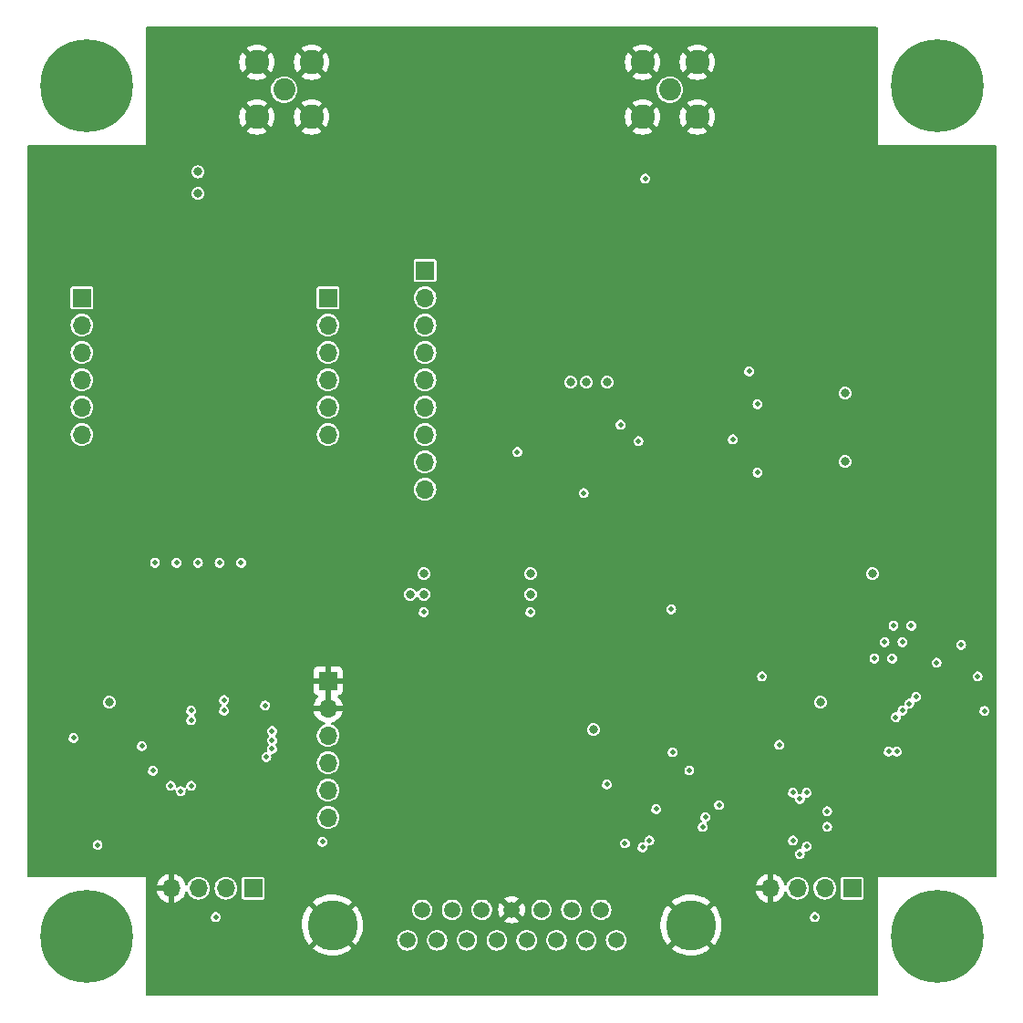
<source format=gbr>
%TF.GenerationSoftware,KiCad,Pcbnew,(6.0.8)*%
%TF.CreationDate,2023-02-25T01:36:39-08:00*%
%TF.ProjectId,RF_Board,52465f42-6f61-4726-942e-6b696361645f,rev?*%
%TF.SameCoordinates,Original*%
%TF.FileFunction,Copper,L2,Inr*%
%TF.FilePolarity,Positive*%
%FSLAX46Y46*%
G04 Gerber Fmt 4.6, Leading zero omitted, Abs format (unit mm)*
G04 Created by KiCad (PCBNEW (6.0.8)) date 2023-02-25 01:36:39*
%MOMM*%
%LPD*%
G01*
G04 APERTURE LIST*
%TA.AperFunction,ComponentPad*%
%ADD10R,1.700000X1.700000*%
%TD*%
%TA.AperFunction,ComponentPad*%
%ADD11O,1.700000X1.700000*%
%TD*%
%TA.AperFunction,ComponentPad*%
%ADD12C,1.500000*%
%TD*%
%TA.AperFunction,ComponentPad*%
%ADD13C,4.650000*%
%TD*%
%TA.AperFunction,ComponentPad*%
%ADD14C,2.050000*%
%TD*%
%TA.AperFunction,ComponentPad*%
%ADD15C,2.250000*%
%TD*%
%TA.AperFunction,ComponentPad*%
%ADD16C,0.900000*%
%TD*%
%TA.AperFunction,ComponentPad*%
%ADD17C,8.600000*%
%TD*%
%TA.AperFunction,ViaPad*%
%ADD18C,0.508000*%
%TD*%
%TA.AperFunction,ViaPad*%
%ADD19C,0.800000*%
%TD*%
G04 APERTURE END LIST*
D10*
%TO.N,/RFM_DIO3*%
%TO.C,J6*%
X27949000Y-25168000D03*
D11*
%TO.N,/RFM_DIO4*%
X27949000Y-27708000D03*
%TO.N,/RFM_DIO0*%
X27949000Y-30248000D03*
%TO.N,/RFM_DIO1*%
X27949000Y-32788000D03*
%TO.N,/RFM_DIO2*%
X27949000Y-35328000D03*
%TO.N,/RFM_DIO5*%
X27949000Y-37868000D03*
%TD*%
D10*
%TO.N,/RFM_AUX_CSN*%
%TO.C,J9*%
X36949000Y-22628000D03*
D11*
%TO.N,/RFM_AUX_RST*%
X36949000Y-25168000D03*
%TO.N,/RFM_AUX_DIO0*%
X36949000Y-27708000D03*
%TO.N,/CC2500_CSN*%
X36949000Y-30248000D03*
%TO.N,/GDO0*%
X36949000Y-32788000D03*
%TO.N,/GDO2*%
X36949000Y-35328000D03*
%TO.N,/CC2500_MISO*%
X36949000Y-37868000D03*
%TO.N,/CC2500_SCLK*%
X36949000Y-40408000D03*
%TO.N,/CC2500_MOSI*%
X36949000Y-42948000D03*
%TD*%
D12*
%TO.N,/RFM_UART_TX*%
%TO.C,J8*%
X35305000Y-84840000D03*
%TO.N,/RFM_UART_RX*%
X38075000Y-84840000D03*
%TO.N,/RFM_TX_EMPTY*%
X40845000Y-84840000D03*
%TO.N,/RFM_RX_EMPTY*%
X43615000Y-84840000D03*
%TO.N,/CC2500_UART_TX*%
X46385000Y-84840000D03*
%TO.N,/CC2500_UART_RX*%
X49155000Y-84840000D03*
%TO.N,/CC2500_TX_EMPTY*%
X51925000Y-84840000D03*
%TO.N,/CC2500_RX_EMPTY*%
X54695000Y-84840000D03*
%TO.N,/5V0_IN*%
X36690000Y-82000000D03*
%TO.N,/RFM_TX_OVERFLOW*%
X39460000Y-82000000D03*
%TO.N,/RFM_RX_OVERFLOW*%
X42230000Y-82000000D03*
%TO.N,GND*%
X45000000Y-82000000D03*
%TO.N,/CC2500_TX_OVERFLOW*%
X47770000Y-82000000D03*
%TO.N,/CC2500_RX_OVERFLOW*%
X50540000Y-82000000D03*
%TO.N,/3V3_IN*%
X53310000Y-82000000D03*
D13*
%TO.N,GND*%
X28350000Y-83420000D03*
X61650000Y-83420000D03*
%TD*%
D10*
%TO.N,GND*%
%TO.C,J7*%
X27949000Y-60728000D03*
D11*
X27949000Y-63268000D03*
%TO.N,+5V*%
X27949000Y-65808000D03*
X27949000Y-68348000D03*
%TO.N,unconnected-(J7-Pad5)*%
X27949000Y-70888000D03*
%TO.N,unconnected-(J7-Pad6)*%
X27949000Y-73428000D03*
%TD*%
D10*
%TO.N,/RFM_RST*%
%TO.C,J5*%
X5089000Y-25168000D03*
D11*
%TO.N,/RFM_CSN*%
X5089000Y-27708000D03*
%TO.N,/RFM_SCLK*%
X5089000Y-30248000D03*
%TO.N,/RFM_MOSI*%
X5089000Y-32788000D03*
%TO.N,/RFM_MISO*%
X5089000Y-35328000D03*
%TO.N,/RFM_3V3_OUT*%
X5089000Y-37868000D03*
%TD*%
D14*
%TO.N,Net-(J3-Pad1)*%
%TO.C,J3*%
X23876000Y-5842000D03*
D15*
%TO.N,GND*%
X26416000Y-8382000D03*
X21336000Y-8382000D03*
X26416000Y-3302000D03*
X21336000Y-3302000D03*
%TD*%
D16*
%TO.N,Net-(H3-Pad1)*%
%TO.C,H3*%
X5500000Y-81275000D03*
X7780419Y-82219581D03*
X8725000Y-84500000D03*
X5500000Y-87725000D03*
D17*
X5500000Y-84500000D03*
D16*
X7780419Y-86780419D03*
X3219581Y-86780419D03*
X3219581Y-82219581D03*
X2275000Y-84500000D03*
%TD*%
%TO.N,Net-(H4-Pad1)*%
%TO.C,H4*%
X82219581Y-86780419D03*
X82219581Y-82219581D03*
X84500000Y-87725000D03*
X81275000Y-84500000D03*
X86780419Y-82219581D03*
X87725000Y-84500000D03*
X86780419Y-86780419D03*
X84500000Y-81275000D03*
D17*
X84500000Y-84500000D03*
%TD*%
%TO.N,Net-(H2-Pad1)*%
%TO.C,H2*%
X5500000Y-5500000D03*
D16*
X3219581Y-7780419D03*
X2275000Y-5500000D03*
X3219581Y-3219581D03*
X7780419Y-3219581D03*
X5500000Y-8725000D03*
X5500000Y-2275000D03*
X8725000Y-5500000D03*
X7780419Y-7780419D03*
%TD*%
D10*
%TO.N,+3.3V*%
%TO.C,J2*%
X76620000Y-80000000D03*
D11*
%TO.N,/CC2500_SBWTCK*%
X74080000Y-80000000D03*
%TO.N,/CC2500_SBWTDIO*%
X71540000Y-80000000D03*
%TO.N,GND*%
X69000000Y-80000000D03*
%TD*%
D14*
%TO.N,Net-(C24-Pad2)*%
%TO.C,J1*%
X59690000Y-5842000D03*
D15*
%TO.N,GND*%
X57150000Y-3302000D03*
X62230000Y-8382000D03*
X57150000Y-8382000D03*
X62230000Y-3302000D03*
%TD*%
D10*
%TO.N,+3.3V*%
%TO.C,J4*%
X21000000Y-80000000D03*
D11*
%TO.N,/RFM_SBWTCK*%
X18460000Y-80000000D03*
%TO.N,/RFM_SBWTDIO*%
X15920000Y-80000000D03*
%TO.N,GND*%
X13380000Y-80000000D03*
%TD*%
D16*
%TO.N,Net-(H1-Pad1)*%
%TO.C,H1*%
X84500000Y-8725000D03*
X81275000Y-5500000D03*
X86780419Y-7780419D03*
X87725000Y-5500000D03*
X86780419Y-3219581D03*
D17*
X84500000Y-5500000D03*
D16*
X82219581Y-7780419D03*
X84500000Y-2275000D03*
X82219581Y-3219581D03*
%TD*%
D18*
%TO.N,GND*%
X24892000Y-11430000D03*
X53848000Y-71908000D03*
X47595000Y-29010000D03*
X63000000Y-1000000D03*
X72000000Y-1000000D03*
X50525200Y-44923900D03*
X53058000Y-48798000D03*
X54130000Y-19020000D03*
X29948062Y-61671018D03*
X37377022Y-11877815D03*
X51306666Y-19020000D03*
X54000000Y-1000000D03*
X78000000Y-7000000D03*
X18272764Y-3668604D03*
X50017238Y-7566023D03*
X4000000Y-12000000D03*
X52298000Y-67360000D03*
X46990000Y-25908000D03*
X64631510Y-11225555D03*
X83000000Y-78000000D03*
X56723351Y-11756258D03*
X60000000Y-1000000D03*
X3092112Y-67624493D03*
X7007353Y-57698954D03*
X7057317Y-34058149D03*
X89000000Y-72000000D03*
X22946662Y-18925397D03*
X60960000Y-10160000D03*
X1000000Y-63000000D03*
X12000000Y-4000000D03*
X42126738Y-31129815D03*
X58004000Y-69850000D03*
X69000000Y-1000000D03*
D19*
X21082000Y-5842000D03*
D18*
X64290000Y-21620000D03*
X31008376Y-87973798D03*
X27000000Y-89000000D03*
X58958000Y-56656000D03*
X70128497Y-22256215D03*
X86000000Y-78000000D03*
X59607998Y-49707800D03*
X66000000Y-1000000D03*
X1000000Y-39000000D03*
X89000000Y-45000000D03*
X69000000Y-89000000D03*
X47498000Y-32191282D03*
X22860000Y-10414000D03*
X12700000Y-34290000D03*
X56415001Y-19020000D03*
X79974063Y-41111687D03*
X29457857Y-8423896D03*
X1000000Y-60000000D03*
X50800000Y-45974000D03*
X57000000Y-89000000D03*
X22606000Y-12192000D03*
X76264084Y-7102294D03*
X53721000Y-40031000D03*
X61303780Y-33243529D03*
X21000000Y-89000000D03*
X30000000Y-1000000D03*
X70132434Y-44291791D03*
X36000000Y-1000000D03*
X31251215Y-14877302D03*
X59606432Y-48291785D03*
X83000000Y-12000000D03*
X18000000Y-1000000D03*
X42178856Y-6846968D03*
X3483784Y-22195475D03*
D19*
X48260000Y-38100000D03*
D18*
X1000000Y-72000000D03*
D19*
X63300149Y-69137869D03*
D18*
X59720000Y-62428000D03*
X86797689Y-19254291D03*
X12000000Y-86000000D03*
X80039978Y-15419343D03*
X13825000Y-84500000D03*
X69282693Y-48832651D03*
X17780000Y-31750000D03*
X24000000Y-89000000D03*
X83404131Y-65204467D03*
X33735010Y-79584280D03*
X49870000Y-39402500D03*
X63764007Y-26934275D03*
X67711533Y-6702720D03*
X67535566Y-44164209D03*
X34885828Y-68228120D03*
X55908000Y-63500000D03*
X7000000Y-78000000D03*
X55245000Y-40031000D03*
X18000000Y-89000000D03*
X45566000Y-56581000D03*
X10000000Y-12000000D03*
X46993040Y-30891282D03*
X74168000Y-32486000D03*
X50225200Y-48798000D03*
X53058000Y-46198000D03*
X47935000Y-27966000D03*
X15875000Y-85751000D03*
X70130063Y-26932350D03*
X45909580Y-29798214D03*
X1000000Y-33000000D03*
X68580000Y-39339000D03*
X67530063Y-26932350D03*
X11538039Y-88286364D03*
X4490306Y-18319503D03*
X39000000Y-1000000D03*
X42606036Y-76230654D03*
X1000000Y-36000000D03*
X50800000Y-25908000D03*
X87676810Y-22053880D03*
D19*
X75946000Y-32136000D03*
D18*
X55058000Y-49707800D03*
X70130063Y-30873558D03*
X70104000Y-35560000D03*
X72307000Y-64414400D03*
X78000000Y-83000000D03*
X89000000Y-57000000D03*
X89000000Y-42000000D03*
X3235725Y-41280092D03*
X1000000Y-57000000D03*
X59964157Y-30017177D03*
X68895183Y-11201739D03*
D19*
X21876000Y-14478000D03*
D18*
X89000000Y-21000000D03*
X67953157Y-57649630D03*
X34181816Y-34009200D03*
X27000000Y-1000000D03*
X48768000Y-48006000D03*
X1000000Y-21000000D03*
X72000000Y-89000000D03*
X30760816Y-68549199D03*
X12000000Y-89000000D03*
X42151119Y-10943851D03*
X39000000Y-89000000D03*
X22328511Y-23618626D03*
D19*
X49530000Y-38100000D03*
D18*
X55626000Y-88392000D03*
X65528799Y-47528000D03*
X56804000Y-68650000D03*
X22515418Y-57538303D03*
X60788793Y-41100828D03*
X77017980Y-3496677D03*
X42314241Y-71404545D03*
X1000000Y-66000000D03*
X41789194Y-68608195D03*
X73045175Y-87002239D03*
X87359435Y-12239832D03*
X59436000Y-20828000D03*
X70130063Y-28428000D03*
X78000000Y-4000000D03*
X6915690Y-14840032D03*
X58958000Y-59436000D03*
X38556328Y-14332460D03*
X35039536Y-22735403D03*
X34270050Y-30306238D03*
X83908556Y-14976533D03*
X78000000Y-80000000D03*
X54356000Y-48895000D03*
D19*
X48260000Y-36830000D03*
D18*
X25146000Y-12192000D03*
X54130000Y-21620000D03*
X24892000Y-10414000D03*
X7571747Y-25856812D03*
X38318522Y-87419030D03*
X47554000Y-34290000D03*
X51000000Y-1000000D03*
D19*
X23876000Y-49784000D03*
D18*
X12000000Y-83000000D03*
D19*
X66057865Y-68784315D03*
D18*
X69477763Y-24384000D03*
X64223599Y-47528000D03*
X80098691Y-76163500D03*
X34114524Y-37541519D03*
X55568000Y-64520000D03*
D19*
X53848000Y-30070000D03*
D18*
X17780000Y-26670000D03*
X36000000Y-89000000D03*
X1000000Y-45000000D03*
X89000000Y-36000000D03*
X56565001Y-21620000D03*
X61066831Y-26119508D03*
X64290000Y-19020000D03*
X48133000Y-40640000D03*
X53742608Y-52615272D03*
X52663171Y-57807410D03*
X17780000Y-34290000D03*
X29695186Y-10956857D03*
X12700000Y-31750000D03*
X80739583Y-30757606D03*
X54000000Y-89000000D03*
X58040002Y-21620000D03*
X42017899Y-14995990D03*
X52818333Y-21620000D03*
X5943000Y-64414400D03*
X47595000Y-21320000D03*
X60452000Y-20828000D03*
X89000000Y-54000000D03*
D19*
X48636000Y-52705000D03*
D18*
X89000000Y-18000000D03*
X88395681Y-33848207D03*
X12700000Y-29210000D03*
X58618000Y-60325000D03*
D19*
X38113000Y-59195000D03*
D18*
X41364165Y-27496822D03*
X14841194Y-4333319D03*
X89000000Y-30000000D03*
X17780000Y-29210000D03*
X49447421Y-61332918D03*
X35121324Y-46372011D03*
X75510682Y-26824740D03*
X67530063Y-30873558D03*
D19*
X59690000Y-3048000D03*
D18*
X58420000Y-74195000D03*
X42321248Y-19002365D03*
X55854000Y-14097000D03*
X46054065Y-88473493D03*
X68501240Y-47073256D03*
X47925200Y-46498000D03*
X58958000Y-58466000D03*
X50236000Y-34290000D03*
X26396181Y-10513137D03*
X46006975Y-4084305D03*
X33000000Y-89000000D03*
X64445531Y-7390508D03*
X22860000Y-11430000D03*
X47967900Y-24409400D03*
X57000000Y-1000000D03*
X15240000Y-31750000D03*
X33472515Y-72777434D03*
X68993228Y-83615867D03*
X50800000Y-26924000D03*
X37359621Y-8081734D03*
X60960000Y-11430000D03*
X33411503Y-11787955D03*
X55090000Y-21620000D03*
X9652000Y-61188000D03*
X50084875Y-31412638D03*
X27149048Y-87223329D03*
X29999913Y-3071190D03*
X86000000Y-12000000D03*
X73100693Y-11861768D03*
X68497305Y-19474742D03*
X1000000Y-30000000D03*
X42000000Y-89000000D03*
X87297152Y-15439976D03*
X33394738Y-26775027D03*
X75819995Y-15290954D03*
X47925200Y-44923900D03*
X57462741Y-46560757D03*
X6734183Y-18317005D03*
X26858985Y-23039617D03*
X44870414Y-38002245D03*
X89000000Y-27000000D03*
X50195000Y-29010000D03*
X74168000Y-38836000D03*
X71408780Y-52398366D03*
D19*
X73660000Y-59788000D03*
D18*
X5943000Y-67157600D03*
X30000000Y-89000000D03*
X58420000Y-10160000D03*
X78000000Y-89000000D03*
X48570000Y-39402500D03*
X60244213Y-44929566D03*
X61613198Y-44928000D03*
X8154583Y-42108389D03*
X1000000Y-24000000D03*
X52386143Y-3044977D03*
D19*
X38730000Y-52705000D03*
D18*
X34751012Y-15670621D03*
X12000000Y-10000000D03*
X56104543Y-42261045D03*
X34232988Y-6736701D03*
X13825000Y-5500000D03*
D19*
X26670000Y-5842000D03*
D18*
X64223599Y-44928000D03*
D19*
X7620000Y-59778000D03*
D18*
X58618000Y-57550000D03*
X51689000Y-44857000D03*
D19*
X23876000Y-3048000D03*
D18*
X34800201Y-61290103D03*
X75000000Y-89000000D03*
X1000000Y-48000000D03*
X71810839Y-30103437D03*
X55358000Y-46198000D03*
X67531629Y-22383785D03*
X23352251Y-87486528D03*
X6612911Y-49722681D03*
X56358000Y-56656000D03*
X45331614Y-7211763D03*
X56358000Y-58466000D03*
X1000000Y-15000000D03*
X50292000Y-41910000D03*
X48260000Y-19812000D03*
X41329861Y-88143622D03*
X49274079Y-15237241D03*
X65250000Y-19020000D03*
X65266673Y-79488617D03*
X26562438Y-18703702D03*
X21000000Y-1000000D03*
D19*
X48273000Y-59195000D03*
D18*
X24000000Y-1000000D03*
X75692000Y-61188000D03*
X76175000Y-5500000D03*
X69679253Y-45895245D03*
X61361500Y-54102000D03*
X1000000Y-51000000D03*
X56769000Y-40131000D03*
X1000000Y-27000000D03*
X41393589Y-4225302D03*
X89000000Y-60000000D03*
X62918398Y-47528000D03*
X4565438Y-54048070D03*
X45000000Y-89000000D03*
X65027054Y-2797281D03*
X71754502Y-37520483D03*
X67530063Y-28428000D03*
X50292000Y-35560000D03*
X50195000Y-27966000D03*
X56358000Y-59436000D03*
X60371783Y-47526434D03*
X50832500Y-36490000D03*
X63820944Y-33991315D03*
X11024047Y-76654835D03*
X85533000Y-43180000D03*
X49020410Y-11763645D03*
X89000000Y-75000000D03*
X78000000Y-1000000D03*
X68580000Y-33020000D03*
X15240000Y-24130000D03*
X15240000Y-29210000D03*
X27062608Y-15516655D03*
X55090000Y-19020000D03*
X66893848Y-19021566D03*
X56990360Y-31318846D03*
X46382000Y-56581000D03*
X89000000Y-33000000D03*
X57481546Y-33387357D03*
X49895000Y-19020000D03*
X4000000Y-78000000D03*
X75498904Y-86885243D03*
X57912000Y-86614000D03*
X64600760Y-29529009D03*
X3487432Y-71898110D03*
X7264785Y-53681439D03*
X12700000Y-26670000D03*
X10668000Y-64770000D03*
X88343620Y-37887253D03*
X68902750Y-86592487D03*
X15240000Y-34290000D03*
X66897785Y-47526433D03*
X70130063Y-31991300D03*
X61613198Y-47528000D03*
X69675319Y-20652757D03*
X75514912Y-23223078D03*
X80211233Y-25806634D03*
X29904730Y-52511322D03*
X12000000Y-7000000D03*
X52796888Y-26656764D03*
D19*
X49628000Y-65278000D03*
D18*
X3178574Y-76778758D03*
X3201931Y-44822810D03*
X46990000Y-26924000D03*
X89000000Y-24000000D03*
X34679678Y-3256187D03*
X87732662Y-26215504D03*
D19*
X49530000Y-36830000D03*
D18*
X71968940Y-2872453D03*
X89000000Y-39000000D03*
X12000000Y-80000000D03*
X89000000Y-12000000D03*
X35089380Y-18568635D03*
X1000000Y-78000000D03*
X38069493Y-2793596D03*
X49822100Y-24409400D03*
X7692354Y-22121786D03*
X34261451Y-41571677D03*
X59944000Y-74195000D03*
X58004000Y-68650000D03*
X56804000Y-69850000D03*
X48000000Y-89000000D03*
X64262000Y-86106000D03*
X63766004Y-49701840D03*
X89000000Y-51000000D03*
X49188695Y-3722501D03*
X36476000Y-56581000D03*
X76175000Y-84500000D03*
X1000000Y-12000000D03*
X30354617Y-63837392D03*
X30940491Y-73003000D03*
X30536999Y-22923744D03*
X50292000Y-40640000D03*
X4169982Y-15764744D03*
X49403396Y-87599764D03*
X46957500Y-36490000D03*
X53147204Y-10887575D03*
X15075072Y-11139910D03*
X33000000Y-1000000D03*
X12700000Y-24130000D03*
X35660000Y-56581000D03*
X1000000Y-75000000D03*
X70104000Y-36830000D03*
X89000000Y-78000000D03*
X51943000Y-31470000D03*
X60000000Y-89000000D03*
X47498000Y-35560000D03*
X45000000Y-1000000D03*
X89000000Y-15000000D03*
X60301323Y-61739879D03*
X46957500Y-38440000D03*
X18037165Y-86999324D03*
X1000000Y-54000000D03*
X53325490Y-8079646D03*
X53435566Y-60710516D03*
X89000000Y-48000000D03*
X72666758Y-7637554D03*
X71501000Y-85751000D03*
X66000000Y-89000000D03*
X17780000Y-24130000D03*
X23168083Y-84637358D03*
D19*
X75946000Y-38486000D03*
D18*
X78000000Y-10000000D03*
X51506666Y-21620000D03*
X15000000Y-1000000D03*
X38782852Y-18712417D03*
X65528799Y-44928000D03*
X57404000Y-69250000D03*
X30073314Y-57739436D03*
X42000000Y-1000000D03*
X15532131Y-7366021D03*
X48133000Y-41910000D03*
X1000000Y-69000000D03*
X44685017Y-26475999D03*
X64210087Y-57713966D03*
X63000000Y-89000000D03*
X84458301Y-22555554D03*
X34074468Y-88067957D03*
X86748556Y-75678714D03*
X67825056Y-4025690D03*
X18566994Y-11760697D03*
X76100802Y-11523066D03*
X30332156Y-19021469D03*
X60960000Y-12700000D03*
X87978093Y-31301204D03*
X72307000Y-67157600D03*
X62230000Y-19050000D03*
X67564000Y-36830000D03*
X48000000Y-1000000D03*
X79728192Y-38940583D03*
X45712934Y-80217793D03*
X72113874Y-18785768D03*
X56659000Y-36957000D03*
X80133765Y-19520409D03*
X18291236Y-7832839D03*
X10000000Y-78000000D03*
X56366689Y-26491538D03*
X51000000Y-89000000D03*
X66766278Y-21618434D03*
X1000000Y-42000000D03*
X78000000Y-86000000D03*
X52098000Y-48798000D03*
X65250000Y-21620000D03*
X58420000Y-11430000D03*
X66770215Y-44929565D03*
X33308841Y-65266342D03*
X44801548Y-18262595D03*
X57658000Y-19050000D03*
X83031810Y-57799085D03*
X58640755Y-45382743D03*
X80000000Y-12000000D03*
X15000000Y-89000000D03*
X12000000Y-1000000D03*
D19*
X56896000Y-5842000D03*
D18*
X7698032Y-46523031D03*
X64114845Y-64053650D03*
X62918398Y-44928000D03*
X45779693Y-33447971D03*
X76899416Y-64793371D03*
X55568000Y-62461000D03*
X52718333Y-19020000D03*
X72678662Y-21963624D03*
X1000000Y-18000000D03*
X50195000Y-29980000D03*
X61990000Y-21620000D03*
X75000000Y-1000000D03*
X58420000Y-12700000D03*
X59720000Y-65480000D03*
X55568000Y-65480000D03*
X52098000Y-46198000D03*
X15240000Y-26670000D03*
X68182363Y-24384000D03*
X59390000Y-63500000D03*
X46297662Y-14974003D03*
X4061210Y-50131739D03*
X46227899Y-11114990D03*
X15643669Y-88262047D03*
D19*
X62484000Y-5842000D03*
D18*
X59720000Y-64520000D03*
X54148114Y-14579484D03*
X7000000Y-12000000D03*
X83695307Y-19575941D03*
%TO.N,+5V*%
X57404000Y-14097000D03*
X55109000Y-36957000D03*
D19*
X15876000Y-15478000D03*
X36830000Y-52705000D03*
X35560000Y-52705000D03*
X75946000Y-40386000D03*
X36830000Y-50800000D03*
X75946000Y-34036000D03*
X53848000Y-33020000D03*
X15875000Y-13478000D03*
X50470000Y-33020000D03*
D18*
X59811499Y-54102000D03*
D19*
X51943000Y-33020000D03*
D18*
X51689000Y-43307000D03*
X36830000Y-54356000D03*
%TO.N,/PA_VDET*%
X56769000Y-38481000D03*
X88900000Y-63520000D03*
%TO.N,+3.3V*%
X58420000Y-72645000D03*
D19*
X46736000Y-50800000D03*
D18*
X80455000Y-55626000D03*
X53848000Y-70358000D03*
X59944000Y-67362500D03*
X68250000Y-60325000D03*
D19*
X7620000Y-62738000D03*
D18*
X6547500Y-75971000D03*
X78677000Y-58674000D03*
D19*
X46736000Y-52705000D03*
X52578000Y-65278000D03*
D18*
X17525000Y-82677000D03*
D19*
X73660000Y-62738000D03*
D18*
X61497476Y-69058524D03*
X46736000Y-54356000D03*
X79634000Y-57150000D03*
D19*
X78486000Y-50800000D03*
D18*
X73151000Y-82677000D03*
%TO.N,/CC2500_SBWTCK*%
X80772000Y-67310000D03*
%TO.N,/CC2500_SBWTDIO*%
X80010000Y-67310000D03*
%TO.N,/RFM_SBWTCK*%
X15240000Y-63500000D03*
%TO.N,/RFM_SBWTDIO*%
X15240000Y-64389000D03*
%TO.N,/RFM_RST*%
X19876000Y-49784000D03*
X22098000Y-63020000D03*
%TO.N,/RFM_CSN*%
X17876000Y-49784000D03*
X15240000Y-70485000D03*
%TO.N,/RFM_SCLK*%
X15876000Y-49784000D03*
X14260000Y-70993000D03*
%TO.N,/RFM_MOSI*%
X13335000Y-70485000D03*
X13876000Y-49784000D03*
%TO.N,/RFM_MISO*%
X11684000Y-69088000D03*
X11876000Y-49784000D03*
%TO.N,/RFM_DIO5*%
X10656485Y-66790485D03*
X4318000Y-66040000D03*
%TO.N,/RFM_DIO2*%
X22754748Y-67049192D03*
%TO.N,/RFM_DIO1*%
X22754748Y-66264162D03*
%TO.N,/RFM_DIO0*%
X22754748Y-65405000D03*
%TO.N,/RFM_DIO3*%
X22225000Y-67818000D03*
%TO.N,/RFM_RX_EMPTY*%
X27432000Y-75692000D03*
%TO.N,/CC2500_RX_EMPTY*%
X82550000Y-62230000D03*
%TO.N,/CC2500_TX_EMPTY*%
X81915000Y-62865000D03*
%TO.N,/RFM_RX_OVERFLOW*%
X18288000Y-62520000D03*
%TO.N,/RFM_TX_OVERFLOW*%
X18288000Y-63500000D03*
%TO.N,/CC2500_RX_OVERFLOW*%
X81280000Y-63500000D03*
%TO.N,/CC2500_TX_OVERFLOW*%
X80662603Y-64117397D03*
%TO.N,/CC2500_MOSI*%
X71755000Y-76835000D03*
X71755000Y-71721384D03*
X55516500Y-75836500D03*
%TO.N,/PA_EN*%
X45518000Y-39497000D03*
X84455000Y-59055000D03*
%TO.N,/LNA_SD*%
X67829800Y-41402000D03*
X82105000Y-55626000D03*
X67829800Y-35052000D03*
%TO.N,/LNA_BP_A*%
X80327000Y-58674000D03*
X65532000Y-38310300D03*
%TO.N,/LNA_BP_B*%
X81284000Y-57150000D03*
X67056000Y-32004000D03*
%TO.N,/RFM_AUX_DIO0*%
X69850000Y-66675000D03*
%TO.N,/RFM_AUX_RST*%
X88265000Y-60325000D03*
%TO.N,/RFM_AUX_CSN*%
X86741000Y-57404000D03*
%TO.N,/CC2500_SCLK*%
X72390000Y-71120000D03*
X72390000Y-76124984D03*
X57150000Y-76200000D03*
%TO.N,/CC2500_MISO*%
X57785000Y-75565000D03*
X71120000Y-75565000D03*
X71120000Y-71120000D03*
%TO.N,/CC2500_CSN*%
X64248516Y-72276484D03*
%TO.N,/GDO2*%
X74295000Y-72850900D03*
X74295000Y-74295000D03*
X62738000Y-74295000D03*
%TO.N,/GDO0*%
X62992000Y-73406000D03*
%TD*%
%TA.AperFunction,Conductor*%
%TO.N,GND*%
G36*
X78942121Y-21002D02*
G01*
X78988614Y-74658D01*
X79000000Y-127000D01*
X79000000Y-11000000D01*
X89873000Y-11000000D01*
X89941121Y-11020002D01*
X89987614Y-11073658D01*
X89999000Y-11126000D01*
X89999000Y-78874000D01*
X89978998Y-78942121D01*
X89925342Y-78988614D01*
X89873000Y-79000000D01*
X79000000Y-79000000D01*
X79000000Y-89873000D01*
X78979998Y-89941121D01*
X78926342Y-89987614D01*
X78874000Y-89999000D01*
X11126000Y-89999000D01*
X11057879Y-89978998D01*
X11011386Y-89925342D01*
X11000000Y-89873000D01*
X11000000Y-85597795D01*
X26537745Y-85597795D01*
X26537762Y-85598046D01*
X26543679Y-85606792D01*
X26561430Y-85622944D01*
X26567060Y-85627503D01*
X26826480Y-85813915D01*
X26832610Y-85817805D01*
X27111730Y-85973161D01*
X27118250Y-85976313D01*
X27413387Y-86098562D01*
X27420238Y-86100948D01*
X27727452Y-86188461D01*
X27734540Y-86190045D01*
X28049789Y-86241669D01*
X28056995Y-86242426D01*
X28376090Y-86257474D01*
X28383340Y-86257398D01*
X28702040Y-86235672D01*
X28709249Y-86234761D01*
X29023345Y-86176547D01*
X29030375Y-86174820D01*
X29335700Y-86080890D01*
X29342513Y-86078356D01*
X29635012Y-85949957D01*
X29641467Y-85946669D01*
X29917275Y-85785500D01*
X29923324Y-85781481D01*
X30153834Y-85608408D01*
X30162287Y-85597083D01*
X30155542Y-85584752D01*
X28362812Y-83792022D01*
X28348868Y-83784408D01*
X28347035Y-83784539D01*
X28340420Y-83788790D01*
X26545359Y-85583851D01*
X26537745Y-85597795D01*
X11000000Y-85597795D01*
X11000000Y-83334495D01*
X25513694Y-83334495D01*
X25522057Y-83653833D01*
X25522664Y-83661056D01*
X25567674Y-83977318D01*
X25569105Y-83984420D01*
X25650172Y-84293426D01*
X25652408Y-84300306D01*
X25768451Y-84597940D01*
X25771466Y-84604527D01*
X25920952Y-84886859D01*
X25924698Y-84893044D01*
X26105640Y-85156316D01*
X26110085Y-85162045D01*
X26162779Y-85222450D01*
X26175951Y-85230854D01*
X26185806Y-85224984D01*
X27977978Y-83432812D01*
X27984356Y-83421132D01*
X28714408Y-83421132D01*
X28714539Y-83422965D01*
X28718790Y-83429580D01*
X30512027Y-85222817D01*
X30525381Y-85230109D01*
X30535353Y-85223055D01*
X30625914Y-85114745D01*
X30630224Y-85108942D01*
X30805621Y-84841926D01*
X30809235Y-84835664D01*
X30813761Y-84826665D01*
X34349994Y-84826665D01*
X34365592Y-85012414D01*
X34367291Y-85018339D01*
X34408498Y-85162045D01*
X34416971Y-85191595D01*
X34502176Y-85357385D01*
X34617959Y-85503468D01*
X34759912Y-85624279D01*
X34765290Y-85627285D01*
X34765292Y-85627286D01*
X34792731Y-85642621D01*
X34922627Y-85715217D01*
X35099907Y-85772819D01*
X35284998Y-85794890D01*
X35291133Y-85794418D01*
X35291135Y-85794418D01*
X35464710Y-85781062D01*
X35464715Y-85781061D01*
X35470851Y-85780589D01*
X35476781Y-85778933D01*
X35476783Y-85778933D01*
X35644459Y-85732117D01*
X35644458Y-85732117D01*
X35650387Y-85730462D01*
X35816768Y-85646417D01*
X35841255Y-85627286D01*
X35958794Y-85535454D01*
X35958795Y-85535453D01*
X35963655Y-85531656D01*
X36085454Y-85390550D01*
X36177526Y-85228474D01*
X36236364Y-85051601D01*
X36256395Y-84893044D01*
X36259285Y-84870170D01*
X36259286Y-84870163D01*
X36259727Y-84866668D01*
X36260099Y-84840000D01*
X36258791Y-84826665D01*
X37119994Y-84826665D01*
X37135592Y-85012414D01*
X37137291Y-85018339D01*
X37178498Y-85162045D01*
X37186971Y-85191595D01*
X37272176Y-85357385D01*
X37387959Y-85503468D01*
X37529912Y-85624279D01*
X37535290Y-85627285D01*
X37535292Y-85627286D01*
X37562731Y-85642621D01*
X37692627Y-85715217D01*
X37869907Y-85772819D01*
X38054998Y-85794890D01*
X38061133Y-85794418D01*
X38061135Y-85794418D01*
X38234710Y-85781062D01*
X38234715Y-85781061D01*
X38240851Y-85780589D01*
X38246781Y-85778933D01*
X38246783Y-85778933D01*
X38414459Y-85732117D01*
X38414458Y-85732117D01*
X38420387Y-85730462D01*
X38586768Y-85646417D01*
X38611255Y-85627286D01*
X38728794Y-85535454D01*
X38728795Y-85535453D01*
X38733655Y-85531656D01*
X38855454Y-85390550D01*
X38947526Y-85228474D01*
X39006364Y-85051601D01*
X39026395Y-84893044D01*
X39029285Y-84870170D01*
X39029286Y-84870163D01*
X39029727Y-84866668D01*
X39030099Y-84840000D01*
X39028791Y-84826665D01*
X39889994Y-84826665D01*
X39905592Y-85012414D01*
X39907291Y-85018339D01*
X39948498Y-85162045D01*
X39956971Y-85191595D01*
X40042176Y-85357385D01*
X40157959Y-85503468D01*
X40299912Y-85624279D01*
X40305290Y-85627285D01*
X40305292Y-85627286D01*
X40332731Y-85642621D01*
X40462627Y-85715217D01*
X40639907Y-85772819D01*
X40824998Y-85794890D01*
X40831133Y-85794418D01*
X40831135Y-85794418D01*
X41004710Y-85781062D01*
X41004715Y-85781061D01*
X41010851Y-85780589D01*
X41016781Y-85778933D01*
X41016783Y-85778933D01*
X41184459Y-85732117D01*
X41184458Y-85732117D01*
X41190387Y-85730462D01*
X41356768Y-85646417D01*
X41381255Y-85627286D01*
X41498794Y-85535454D01*
X41498795Y-85535453D01*
X41503655Y-85531656D01*
X41625454Y-85390550D01*
X41717526Y-85228474D01*
X41776364Y-85051601D01*
X41796395Y-84893044D01*
X41799285Y-84870170D01*
X41799286Y-84870163D01*
X41799727Y-84866668D01*
X41800099Y-84840000D01*
X41798791Y-84826665D01*
X42659994Y-84826665D01*
X42675592Y-85012414D01*
X42677291Y-85018339D01*
X42718498Y-85162045D01*
X42726971Y-85191595D01*
X42812176Y-85357385D01*
X42927959Y-85503468D01*
X43069912Y-85624279D01*
X43075290Y-85627285D01*
X43075292Y-85627286D01*
X43102731Y-85642621D01*
X43232627Y-85715217D01*
X43409907Y-85772819D01*
X43594998Y-85794890D01*
X43601133Y-85794418D01*
X43601135Y-85794418D01*
X43774710Y-85781062D01*
X43774715Y-85781061D01*
X43780851Y-85780589D01*
X43786781Y-85778933D01*
X43786783Y-85778933D01*
X43954459Y-85732117D01*
X43954458Y-85732117D01*
X43960387Y-85730462D01*
X44126768Y-85646417D01*
X44151255Y-85627286D01*
X44268794Y-85535454D01*
X44268795Y-85535453D01*
X44273655Y-85531656D01*
X44395454Y-85390550D01*
X44487526Y-85228474D01*
X44546364Y-85051601D01*
X44566395Y-84893044D01*
X44569285Y-84870170D01*
X44569286Y-84870163D01*
X44569727Y-84866668D01*
X44570099Y-84840000D01*
X44568791Y-84826665D01*
X45429994Y-84826665D01*
X45445592Y-85012414D01*
X45447291Y-85018339D01*
X45488498Y-85162045D01*
X45496971Y-85191595D01*
X45582176Y-85357385D01*
X45697959Y-85503468D01*
X45839912Y-85624279D01*
X45845290Y-85627285D01*
X45845292Y-85627286D01*
X45872731Y-85642621D01*
X46002627Y-85715217D01*
X46179907Y-85772819D01*
X46364998Y-85794890D01*
X46371133Y-85794418D01*
X46371135Y-85794418D01*
X46544710Y-85781062D01*
X46544715Y-85781061D01*
X46550851Y-85780589D01*
X46556781Y-85778933D01*
X46556783Y-85778933D01*
X46724459Y-85732117D01*
X46724458Y-85732117D01*
X46730387Y-85730462D01*
X46896768Y-85646417D01*
X46921255Y-85627286D01*
X47038794Y-85535454D01*
X47038795Y-85535453D01*
X47043655Y-85531656D01*
X47165454Y-85390550D01*
X47257526Y-85228474D01*
X47316364Y-85051601D01*
X47336395Y-84893044D01*
X47339285Y-84870170D01*
X47339286Y-84870163D01*
X47339727Y-84866668D01*
X47340099Y-84840000D01*
X47338791Y-84826665D01*
X48199994Y-84826665D01*
X48215592Y-85012414D01*
X48217291Y-85018339D01*
X48258498Y-85162045D01*
X48266971Y-85191595D01*
X48352176Y-85357385D01*
X48467959Y-85503468D01*
X48609912Y-85624279D01*
X48615290Y-85627285D01*
X48615292Y-85627286D01*
X48642731Y-85642621D01*
X48772627Y-85715217D01*
X48949907Y-85772819D01*
X49134998Y-85794890D01*
X49141133Y-85794418D01*
X49141135Y-85794418D01*
X49314710Y-85781062D01*
X49314715Y-85781061D01*
X49320851Y-85780589D01*
X49326781Y-85778933D01*
X49326783Y-85778933D01*
X49494459Y-85732117D01*
X49494458Y-85732117D01*
X49500387Y-85730462D01*
X49666768Y-85646417D01*
X49691255Y-85627286D01*
X49808794Y-85535454D01*
X49808795Y-85535453D01*
X49813655Y-85531656D01*
X49935454Y-85390550D01*
X50027526Y-85228474D01*
X50086364Y-85051601D01*
X50106395Y-84893044D01*
X50109285Y-84870170D01*
X50109286Y-84870163D01*
X50109727Y-84866668D01*
X50110099Y-84840000D01*
X50108791Y-84826665D01*
X50969994Y-84826665D01*
X50985592Y-85012414D01*
X50987291Y-85018339D01*
X51028498Y-85162045D01*
X51036971Y-85191595D01*
X51122176Y-85357385D01*
X51237959Y-85503468D01*
X51379912Y-85624279D01*
X51385290Y-85627285D01*
X51385292Y-85627286D01*
X51412731Y-85642621D01*
X51542627Y-85715217D01*
X51719907Y-85772819D01*
X51904998Y-85794890D01*
X51911133Y-85794418D01*
X51911135Y-85794418D01*
X52084710Y-85781062D01*
X52084715Y-85781061D01*
X52090851Y-85780589D01*
X52096781Y-85778933D01*
X52096783Y-85778933D01*
X52264459Y-85732117D01*
X52264458Y-85732117D01*
X52270387Y-85730462D01*
X52436768Y-85646417D01*
X52461255Y-85627286D01*
X52578794Y-85535454D01*
X52578795Y-85535453D01*
X52583655Y-85531656D01*
X52705454Y-85390550D01*
X52797526Y-85228474D01*
X52856364Y-85051601D01*
X52876395Y-84893044D01*
X52879285Y-84870170D01*
X52879286Y-84870163D01*
X52879727Y-84866668D01*
X52880099Y-84840000D01*
X52878791Y-84826665D01*
X53739994Y-84826665D01*
X53755592Y-85012414D01*
X53757291Y-85018339D01*
X53798498Y-85162045D01*
X53806971Y-85191595D01*
X53892176Y-85357385D01*
X54007959Y-85503468D01*
X54149912Y-85624279D01*
X54155290Y-85627285D01*
X54155292Y-85627286D01*
X54182731Y-85642621D01*
X54312627Y-85715217D01*
X54489907Y-85772819D01*
X54674998Y-85794890D01*
X54681133Y-85794418D01*
X54681135Y-85794418D01*
X54854710Y-85781062D01*
X54854715Y-85781061D01*
X54860851Y-85780589D01*
X54866781Y-85778933D01*
X54866783Y-85778933D01*
X55034459Y-85732117D01*
X55034458Y-85732117D01*
X55040387Y-85730462D01*
X55206768Y-85646417D01*
X55231255Y-85627286D01*
X55269002Y-85597795D01*
X59837745Y-85597795D01*
X59837762Y-85598046D01*
X59843679Y-85606792D01*
X59861430Y-85622944D01*
X59867060Y-85627503D01*
X60126480Y-85813915D01*
X60132610Y-85817805D01*
X60411730Y-85973161D01*
X60418250Y-85976313D01*
X60713387Y-86098562D01*
X60720238Y-86100948D01*
X61027452Y-86188461D01*
X61034540Y-86190045D01*
X61349789Y-86241669D01*
X61356995Y-86242426D01*
X61676090Y-86257474D01*
X61683340Y-86257398D01*
X62002040Y-86235672D01*
X62009249Y-86234761D01*
X62323345Y-86176547D01*
X62330375Y-86174820D01*
X62635700Y-86080890D01*
X62642513Y-86078356D01*
X62935012Y-85949957D01*
X62941467Y-85946669D01*
X63217275Y-85785500D01*
X63223324Y-85781481D01*
X63453834Y-85608408D01*
X63462287Y-85597083D01*
X63455542Y-85584752D01*
X61662812Y-83792022D01*
X61648868Y-83784408D01*
X61647035Y-83784539D01*
X61640420Y-83788790D01*
X59845359Y-85583851D01*
X59837745Y-85597795D01*
X55269002Y-85597795D01*
X55348794Y-85535454D01*
X55348795Y-85535453D01*
X55353655Y-85531656D01*
X55475454Y-85390550D01*
X55567526Y-85228474D01*
X55626364Y-85051601D01*
X55646395Y-84893044D01*
X55649285Y-84870170D01*
X55649286Y-84870163D01*
X55649727Y-84866668D01*
X55650099Y-84840000D01*
X55631909Y-84654487D01*
X55630128Y-84648588D01*
X55630127Y-84648583D01*
X55579814Y-84481939D01*
X55578033Y-84476040D01*
X55490522Y-84311456D01*
X55486632Y-84306686D01*
X55486629Y-84306682D01*
X55376605Y-84171780D01*
X55376602Y-84171777D01*
X55372710Y-84167005D01*
X55367056Y-84162327D01*
X55233834Y-84052116D01*
X55229085Y-84048187D01*
X55065116Y-83959529D01*
X54976082Y-83931969D01*
X54892936Y-83906231D01*
X54892933Y-83906230D01*
X54887049Y-83904409D01*
X54880924Y-83903765D01*
X54880923Y-83903765D01*
X54707796Y-83885568D01*
X54707795Y-83885568D01*
X54701668Y-83884924D01*
X54623549Y-83892033D01*
X54522171Y-83901259D01*
X54522168Y-83901260D01*
X54516032Y-83901818D01*
X54510122Y-83903557D01*
X54510119Y-83903558D01*
X54433666Y-83926060D01*
X54337214Y-83954448D01*
X54172023Y-84040807D01*
X54026752Y-84157608D01*
X53906935Y-84300401D01*
X53903971Y-84305793D01*
X53903968Y-84305797D01*
X53829256Y-84441699D01*
X53817135Y-84463746D01*
X53815274Y-84469613D01*
X53815273Y-84469615D01*
X53791796Y-84543625D01*
X53760772Y-84641424D01*
X53739994Y-84826665D01*
X52878791Y-84826665D01*
X52861909Y-84654487D01*
X52860128Y-84648588D01*
X52860127Y-84648583D01*
X52809814Y-84481939D01*
X52808033Y-84476040D01*
X52720522Y-84311456D01*
X52716632Y-84306686D01*
X52716629Y-84306682D01*
X52606605Y-84171780D01*
X52606602Y-84171777D01*
X52602710Y-84167005D01*
X52597056Y-84162327D01*
X52463834Y-84052116D01*
X52459085Y-84048187D01*
X52295116Y-83959529D01*
X52206082Y-83931969D01*
X52122936Y-83906231D01*
X52122933Y-83906230D01*
X52117049Y-83904409D01*
X52110924Y-83903765D01*
X52110923Y-83903765D01*
X51937796Y-83885568D01*
X51937795Y-83885568D01*
X51931668Y-83884924D01*
X51853549Y-83892033D01*
X51752171Y-83901259D01*
X51752168Y-83901260D01*
X51746032Y-83901818D01*
X51740122Y-83903557D01*
X51740119Y-83903558D01*
X51663666Y-83926060D01*
X51567214Y-83954448D01*
X51402023Y-84040807D01*
X51256752Y-84157608D01*
X51136935Y-84300401D01*
X51133971Y-84305793D01*
X51133968Y-84305797D01*
X51059256Y-84441699D01*
X51047135Y-84463746D01*
X51045274Y-84469613D01*
X51045273Y-84469615D01*
X51021796Y-84543625D01*
X50990772Y-84641424D01*
X50969994Y-84826665D01*
X50108791Y-84826665D01*
X50091909Y-84654487D01*
X50090128Y-84648588D01*
X50090127Y-84648583D01*
X50039814Y-84481939D01*
X50038033Y-84476040D01*
X49950522Y-84311456D01*
X49946632Y-84306686D01*
X49946629Y-84306682D01*
X49836605Y-84171780D01*
X49836602Y-84171777D01*
X49832710Y-84167005D01*
X49827056Y-84162327D01*
X49693834Y-84052116D01*
X49689085Y-84048187D01*
X49525116Y-83959529D01*
X49436082Y-83931969D01*
X49352936Y-83906231D01*
X49352933Y-83906230D01*
X49347049Y-83904409D01*
X49340924Y-83903765D01*
X49340923Y-83903765D01*
X49167796Y-83885568D01*
X49167795Y-83885568D01*
X49161668Y-83884924D01*
X49083549Y-83892033D01*
X48982171Y-83901259D01*
X48982168Y-83901260D01*
X48976032Y-83901818D01*
X48970122Y-83903557D01*
X48970119Y-83903558D01*
X48893666Y-83926060D01*
X48797214Y-83954448D01*
X48632023Y-84040807D01*
X48486752Y-84157608D01*
X48366935Y-84300401D01*
X48363971Y-84305793D01*
X48363968Y-84305797D01*
X48289256Y-84441699D01*
X48277135Y-84463746D01*
X48275274Y-84469613D01*
X48275273Y-84469615D01*
X48251796Y-84543625D01*
X48220772Y-84641424D01*
X48199994Y-84826665D01*
X47338791Y-84826665D01*
X47321909Y-84654487D01*
X47320128Y-84648588D01*
X47320127Y-84648583D01*
X47269814Y-84481939D01*
X47268033Y-84476040D01*
X47180522Y-84311456D01*
X47176632Y-84306686D01*
X47176629Y-84306682D01*
X47066605Y-84171780D01*
X47066602Y-84171777D01*
X47062710Y-84167005D01*
X47057056Y-84162327D01*
X46923834Y-84052116D01*
X46919085Y-84048187D01*
X46755116Y-83959529D01*
X46666082Y-83931969D01*
X46582936Y-83906231D01*
X46582933Y-83906230D01*
X46577049Y-83904409D01*
X46570924Y-83903765D01*
X46570923Y-83903765D01*
X46397796Y-83885568D01*
X46397795Y-83885568D01*
X46391668Y-83884924D01*
X46313549Y-83892033D01*
X46212171Y-83901259D01*
X46212168Y-83901260D01*
X46206032Y-83901818D01*
X46200122Y-83903557D01*
X46200119Y-83903558D01*
X46123666Y-83926060D01*
X46027214Y-83954448D01*
X45862023Y-84040807D01*
X45716752Y-84157608D01*
X45596935Y-84300401D01*
X45593971Y-84305793D01*
X45593968Y-84305797D01*
X45519256Y-84441699D01*
X45507135Y-84463746D01*
X45505274Y-84469613D01*
X45505273Y-84469615D01*
X45481796Y-84543625D01*
X45450772Y-84641424D01*
X45429994Y-84826665D01*
X44568791Y-84826665D01*
X44551909Y-84654487D01*
X44550128Y-84648588D01*
X44550127Y-84648583D01*
X44499814Y-84481939D01*
X44498033Y-84476040D01*
X44410522Y-84311456D01*
X44406632Y-84306686D01*
X44406629Y-84306682D01*
X44296605Y-84171780D01*
X44296602Y-84171777D01*
X44292710Y-84167005D01*
X44287056Y-84162327D01*
X44153834Y-84052116D01*
X44149085Y-84048187D01*
X43985116Y-83959529D01*
X43896082Y-83931969D01*
X43812936Y-83906231D01*
X43812933Y-83906230D01*
X43807049Y-83904409D01*
X43800924Y-83903765D01*
X43800923Y-83903765D01*
X43627796Y-83885568D01*
X43627795Y-83885568D01*
X43621668Y-83884924D01*
X43543549Y-83892033D01*
X43442171Y-83901259D01*
X43442168Y-83901260D01*
X43436032Y-83901818D01*
X43430122Y-83903557D01*
X43430119Y-83903558D01*
X43353666Y-83926060D01*
X43257214Y-83954448D01*
X43092023Y-84040807D01*
X42946752Y-84157608D01*
X42826935Y-84300401D01*
X42823971Y-84305793D01*
X42823968Y-84305797D01*
X42749256Y-84441699D01*
X42737135Y-84463746D01*
X42735274Y-84469613D01*
X42735273Y-84469615D01*
X42711796Y-84543625D01*
X42680772Y-84641424D01*
X42659994Y-84826665D01*
X41798791Y-84826665D01*
X41781909Y-84654487D01*
X41780128Y-84648588D01*
X41780127Y-84648583D01*
X41729814Y-84481939D01*
X41728033Y-84476040D01*
X41640522Y-84311456D01*
X41636632Y-84306686D01*
X41636629Y-84306682D01*
X41526605Y-84171780D01*
X41526602Y-84171777D01*
X41522710Y-84167005D01*
X41517056Y-84162327D01*
X41383834Y-84052116D01*
X41379085Y-84048187D01*
X41215116Y-83959529D01*
X41126082Y-83931969D01*
X41042936Y-83906231D01*
X41042933Y-83906230D01*
X41037049Y-83904409D01*
X41030924Y-83903765D01*
X41030923Y-83903765D01*
X40857796Y-83885568D01*
X40857795Y-83885568D01*
X40851668Y-83884924D01*
X40773549Y-83892033D01*
X40672171Y-83901259D01*
X40672168Y-83901260D01*
X40666032Y-83901818D01*
X40660122Y-83903557D01*
X40660119Y-83903558D01*
X40583666Y-83926060D01*
X40487214Y-83954448D01*
X40322023Y-84040807D01*
X40176752Y-84157608D01*
X40056935Y-84300401D01*
X40053971Y-84305793D01*
X40053968Y-84305797D01*
X39979256Y-84441699D01*
X39967135Y-84463746D01*
X39965274Y-84469613D01*
X39965273Y-84469615D01*
X39941796Y-84543625D01*
X39910772Y-84641424D01*
X39889994Y-84826665D01*
X39028791Y-84826665D01*
X39011909Y-84654487D01*
X39010128Y-84648588D01*
X39010127Y-84648583D01*
X38959814Y-84481939D01*
X38958033Y-84476040D01*
X38870522Y-84311456D01*
X38866632Y-84306686D01*
X38866629Y-84306682D01*
X38756605Y-84171780D01*
X38756602Y-84171777D01*
X38752710Y-84167005D01*
X38747056Y-84162327D01*
X38613834Y-84052116D01*
X38609085Y-84048187D01*
X38445116Y-83959529D01*
X38356082Y-83931969D01*
X38272936Y-83906231D01*
X38272933Y-83906230D01*
X38267049Y-83904409D01*
X38260924Y-83903765D01*
X38260923Y-83903765D01*
X38087796Y-83885568D01*
X38087795Y-83885568D01*
X38081668Y-83884924D01*
X38003549Y-83892033D01*
X37902171Y-83901259D01*
X37902168Y-83901260D01*
X37896032Y-83901818D01*
X37890122Y-83903557D01*
X37890119Y-83903558D01*
X37813666Y-83926060D01*
X37717214Y-83954448D01*
X37552023Y-84040807D01*
X37406752Y-84157608D01*
X37286935Y-84300401D01*
X37283971Y-84305793D01*
X37283968Y-84305797D01*
X37209256Y-84441699D01*
X37197135Y-84463746D01*
X37195274Y-84469613D01*
X37195273Y-84469615D01*
X37171796Y-84543625D01*
X37140772Y-84641424D01*
X37119994Y-84826665D01*
X36258791Y-84826665D01*
X36241909Y-84654487D01*
X36240128Y-84648588D01*
X36240127Y-84648583D01*
X36189814Y-84481939D01*
X36188033Y-84476040D01*
X36100522Y-84311456D01*
X36096632Y-84306686D01*
X36096629Y-84306682D01*
X35986605Y-84171780D01*
X35986602Y-84171777D01*
X35982710Y-84167005D01*
X35977056Y-84162327D01*
X35843834Y-84052116D01*
X35839085Y-84048187D01*
X35675116Y-83959529D01*
X35586082Y-83931969D01*
X35502936Y-83906231D01*
X35502933Y-83906230D01*
X35497049Y-83904409D01*
X35490924Y-83903765D01*
X35490923Y-83903765D01*
X35317796Y-83885568D01*
X35317795Y-83885568D01*
X35311668Y-83884924D01*
X35233549Y-83892033D01*
X35132171Y-83901259D01*
X35132168Y-83901260D01*
X35126032Y-83901818D01*
X35120122Y-83903557D01*
X35120119Y-83903558D01*
X35043666Y-83926060D01*
X34947214Y-83954448D01*
X34782023Y-84040807D01*
X34636752Y-84157608D01*
X34516935Y-84300401D01*
X34513971Y-84305793D01*
X34513968Y-84305797D01*
X34439256Y-84441699D01*
X34427135Y-84463746D01*
X34425274Y-84469613D01*
X34425273Y-84469615D01*
X34401796Y-84543625D01*
X34370772Y-84641424D01*
X34349994Y-84826665D01*
X30813761Y-84826665D01*
X30952778Y-84550263D01*
X30955650Y-84543625D01*
X31065434Y-84243627D01*
X31067530Y-84236685D01*
X31142104Y-83926060D01*
X31143388Y-83918921D01*
X31181865Y-83600966D01*
X31182289Y-83595396D01*
X31187713Y-83422797D01*
X31187640Y-83417204D01*
X31182871Y-83334495D01*
X58813694Y-83334495D01*
X58822057Y-83653833D01*
X58822664Y-83661056D01*
X58867674Y-83977318D01*
X58869105Y-83984420D01*
X58950172Y-84293426D01*
X58952408Y-84300306D01*
X59068451Y-84597940D01*
X59071466Y-84604527D01*
X59220952Y-84886859D01*
X59224698Y-84893044D01*
X59405640Y-85156316D01*
X59410085Y-85162045D01*
X59462779Y-85222450D01*
X59475951Y-85230854D01*
X59485806Y-85224984D01*
X61277978Y-83432812D01*
X61284356Y-83421132D01*
X62014408Y-83421132D01*
X62014539Y-83422965D01*
X62018790Y-83429580D01*
X63812027Y-85222817D01*
X63825381Y-85230109D01*
X63835353Y-85223055D01*
X63925914Y-85114745D01*
X63930224Y-85108942D01*
X64105621Y-84841926D01*
X64109235Y-84835664D01*
X64252778Y-84550263D01*
X64255650Y-84543625D01*
X64365434Y-84243627D01*
X64367530Y-84236685D01*
X64442104Y-83926060D01*
X64443388Y-83918921D01*
X64481865Y-83600966D01*
X64482289Y-83595396D01*
X64487713Y-83422797D01*
X64487640Y-83417204D01*
X64469203Y-83097451D01*
X64468371Y-83090262D01*
X64413447Y-82775559D01*
X64411792Y-82768504D01*
X64383025Y-82671390D01*
X72691860Y-82671390D01*
X72693024Y-82680292D01*
X72693024Y-82680295D01*
X72707577Y-82791582D01*
X72708741Y-82800481D01*
X72761174Y-82919645D01*
X72844946Y-83019303D01*
X72852414Y-83024274D01*
X72852415Y-83024275D01*
X72945850Y-83086472D01*
X72945853Y-83086473D01*
X72953320Y-83091444D01*
X72961887Y-83094120D01*
X72961888Y-83094121D01*
X72983171Y-83100770D01*
X73077587Y-83130267D01*
X73086560Y-83130431D01*
X73086563Y-83130432D01*
X73143790Y-83131481D01*
X73207755Y-83132653D01*
X73259917Y-83118432D01*
X73324701Y-83100770D01*
X73324703Y-83100769D01*
X73333360Y-83098409D01*
X73431109Y-83038391D01*
X73436658Y-83034984D01*
X73436659Y-83034984D01*
X73444306Y-83030288D01*
X73512980Y-82954418D01*
X73525644Y-82940427D01*
X73525645Y-82940426D01*
X73531672Y-82933767D01*
X73551852Y-82892117D01*
X73584522Y-82824685D01*
X73584522Y-82824684D01*
X73588437Y-82816604D01*
X73610037Y-82688219D01*
X73610174Y-82677000D01*
X73591718Y-82548125D01*
X73537832Y-82429610D01*
X73488210Y-82372021D01*
X73458713Y-82337787D01*
X73458712Y-82337786D01*
X73452850Y-82330983D01*
X73343601Y-82260172D01*
X73218870Y-82222870D01*
X73209894Y-82222815D01*
X73209893Y-82222815D01*
X73156678Y-82222490D01*
X73088683Y-82222074D01*
X72963505Y-82257850D01*
X72853400Y-82327321D01*
X72847458Y-82334049D01*
X72847457Y-82334050D01*
X72813901Y-82372045D01*
X72767219Y-82424903D01*
X72763404Y-82433028D01*
X72763403Y-82433030D01*
X72715705Y-82534625D01*
X72711890Y-82542751D01*
X72710509Y-82551620D01*
X72693846Y-82658638D01*
X72691860Y-82671390D01*
X64383025Y-82671390D01*
X64321064Y-82462215D01*
X64318608Y-82455390D01*
X64193274Y-82161548D01*
X64190053Y-82155060D01*
X64031777Y-81877574D01*
X64027836Y-81871504D01*
X63838720Y-81614055D01*
X63826346Y-81606697D01*
X63825738Y-81606718D01*
X63817260Y-81611950D01*
X62022022Y-83407188D01*
X62014408Y-83421132D01*
X61284356Y-83421132D01*
X61285592Y-83418868D01*
X61285461Y-83417035D01*
X61281210Y-83410420D01*
X59487026Y-81616236D01*
X59474233Y-81609250D01*
X59463480Y-81617113D01*
X59321979Y-81797575D01*
X59317847Y-81803520D01*
X59150925Y-82075912D01*
X59147514Y-82082273D01*
X59013007Y-82372045D01*
X59010339Y-82378783D01*
X58910035Y-82682077D01*
X58908158Y-82689081D01*
X58843377Y-83001896D01*
X58842320Y-83009056D01*
X58813922Y-83327242D01*
X58813694Y-83334495D01*
X31182871Y-83334495D01*
X31169203Y-83097451D01*
X31168371Y-83090262D01*
X31161372Y-83050161D01*
X44314393Y-83050161D01*
X44323687Y-83062175D01*
X44364088Y-83090464D01*
X44373584Y-83095947D01*
X44563113Y-83184326D01*
X44573405Y-83188072D01*
X44775401Y-83242196D01*
X44786196Y-83244099D01*
X44994525Y-83262326D01*
X45005475Y-83262326D01*
X45213804Y-83244099D01*
X45224599Y-83242196D01*
X45426595Y-83188072D01*
X45436887Y-83184326D01*
X45626416Y-83095947D01*
X45635912Y-83090464D01*
X45677148Y-83061590D01*
X45685523Y-83051112D01*
X45678457Y-83037668D01*
X45012811Y-82372021D01*
X44998868Y-82364408D01*
X44997034Y-82364539D01*
X44990420Y-82368790D01*
X44320820Y-83038391D01*
X44314393Y-83050161D01*
X31161372Y-83050161D01*
X31113447Y-82775559D01*
X31111792Y-82768504D01*
X31021064Y-82462215D01*
X31018608Y-82455390D01*
X30893274Y-82161548D01*
X30890053Y-82155060D01*
X30794002Y-81986665D01*
X35734994Y-81986665D01*
X35735510Y-81992809D01*
X35749680Y-82161548D01*
X35750592Y-82172414D01*
X35752291Y-82178339D01*
X35798012Y-82337787D01*
X35801971Y-82351595D01*
X35804790Y-82357080D01*
X35842066Y-82429610D01*
X35887176Y-82517385D01*
X36002959Y-82663468D01*
X36007652Y-82667462D01*
X36007653Y-82667463D01*
X36018859Y-82677000D01*
X36144912Y-82784279D01*
X36307627Y-82875217D01*
X36484907Y-82932819D01*
X36669998Y-82954890D01*
X36676133Y-82954418D01*
X36676135Y-82954418D01*
X36849710Y-82941062D01*
X36849715Y-82941061D01*
X36855851Y-82940589D01*
X36861781Y-82938933D01*
X36861783Y-82938933D01*
X36973742Y-82907673D01*
X37035387Y-82890462D01*
X37201768Y-82806417D01*
X37226255Y-82787286D01*
X37343794Y-82695454D01*
X37343795Y-82695453D01*
X37348655Y-82691656D01*
X37470454Y-82550550D01*
X37474885Y-82542751D01*
X37534515Y-82437782D01*
X37562526Y-82388474D01*
X37621364Y-82211601D01*
X37628507Y-82155060D01*
X37644285Y-82030170D01*
X37644286Y-82030163D01*
X37644727Y-82026668D01*
X37645099Y-82000000D01*
X37643791Y-81986665D01*
X38504994Y-81986665D01*
X38505510Y-81992809D01*
X38519680Y-82161548D01*
X38520592Y-82172414D01*
X38522291Y-82178339D01*
X38568012Y-82337787D01*
X38571971Y-82351595D01*
X38574790Y-82357080D01*
X38612066Y-82429610D01*
X38657176Y-82517385D01*
X38772959Y-82663468D01*
X38777652Y-82667462D01*
X38777653Y-82667463D01*
X38788859Y-82677000D01*
X38914912Y-82784279D01*
X39077627Y-82875217D01*
X39254907Y-82932819D01*
X39439998Y-82954890D01*
X39446133Y-82954418D01*
X39446135Y-82954418D01*
X39619710Y-82941062D01*
X39619715Y-82941061D01*
X39625851Y-82940589D01*
X39631781Y-82938933D01*
X39631783Y-82938933D01*
X39743742Y-82907673D01*
X39805387Y-82890462D01*
X39971768Y-82806417D01*
X39996255Y-82787286D01*
X40113794Y-82695454D01*
X40113795Y-82695453D01*
X40118655Y-82691656D01*
X40240454Y-82550550D01*
X40244885Y-82542751D01*
X40304515Y-82437782D01*
X40332526Y-82388474D01*
X40391364Y-82211601D01*
X40398507Y-82155060D01*
X40414285Y-82030170D01*
X40414286Y-82030163D01*
X40414727Y-82026668D01*
X40415099Y-82000000D01*
X40413791Y-81986665D01*
X41274994Y-81986665D01*
X41275510Y-81992809D01*
X41289680Y-82161548D01*
X41290592Y-82172414D01*
X41292291Y-82178339D01*
X41338012Y-82337787D01*
X41341971Y-82351595D01*
X41344790Y-82357080D01*
X41382066Y-82429610D01*
X41427176Y-82517385D01*
X41542959Y-82663468D01*
X41547652Y-82667462D01*
X41547653Y-82667463D01*
X41558859Y-82677000D01*
X41684912Y-82784279D01*
X41847627Y-82875217D01*
X42024907Y-82932819D01*
X42209998Y-82954890D01*
X42216133Y-82954418D01*
X42216135Y-82954418D01*
X42389710Y-82941062D01*
X42389715Y-82941061D01*
X42395851Y-82940589D01*
X42401781Y-82938933D01*
X42401783Y-82938933D01*
X42513742Y-82907673D01*
X42575387Y-82890462D01*
X42741768Y-82806417D01*
X42766255Y-82787286D01*
X42883794Y-82695454D01*
X42883795Y-82695453D01*
X42888655Y-82691656D01*
X43010454Y-82550550D01*
X43014885Y-82542751D01*
X43074515Y-82437782D01*
X43102526Y-82388474D01*
X43161364Y-82211601D01*
X43168507Y-82155060D01*
X43184285Y-82030170D01*
X43184286Y-82030163D01*
X43184727Y-82026668D01*
X43185023Y-82005475D01*
X43737674Y-82005475D01*
X43755901Y-82213804D01*
X43757804Y-82224599D01*
X43811928Y-82426595D01*
X43815674Y-82436887D01*
X43904054Y-82626417D01*
X43909534Y-82635907D01*
X43938411Y-82677149D01*
X43948887Y-82685523D01*
X43962334Y-82678455D01*
X44627979Y-82012811D01*
X44634356Y-82001132D01*
X45364408Y-82001132D01*
X45364539Y-82002966D01*
X45368790Y-82009580D01*
X46038391Y-82679180D01*
X46050161Y-82685607D01*
X46062176Y-82676311D01*
X46090466Y-82635907D01*
X46095946Y-82626417D01*
X46184326Y-82436887D01*
X46188072Y-82426595D01*
X46242196Y-82224599D01*
X46244099Y-82213804D01*
X46262326Y-82005475D01*
X46262326Y-81994525D01*
X46261638Y-81986665D01*
X46814994Y-81986665D01*
X46815510Y-81992809D01*
X46829680Y-82161548D01*
X46830592Y-82172414D01*
X46832291Y-82178339D01*
X46878012Y-82337787D01*
X46881971Y-82351595D01*
X46884790Y-82357080D01*
X46922066Y-82429610D01*
X46967176Y-82517385D01*
X47082959Y-82663468D01*
X47087652Y-82667462D01*
X47087653Y-82667463D01*
X47098859Y-82677000D01*
X47224912Y-82784279D01*
X47387627Y-82875217D01*
X47564907Y-82932819D01*
X47749998Y-82954890D01*
X47756133Y-82954418D01*
X47756135Y-82954418D01*
X47929710Y-82941062D01*
X47929715Y-82941061D01*
X47935851Y-82940589D01*
X47941781Y-82938933D01*
X47941783Y-82938933D01*
X48053742Y-82907673D01*
X48115387Y-82890462D01*
X48281768Y-82806417D01*
X48306255Y-82787286D01*
X48423794Y-82695454D01*
X48423795Y-82695453D01*
X48428655Y-82691656D01*
X48550454Y-82550550D01*
X48554885Y-82542751D01*
X48614515Y-82437782D01*
X48642526Y-82388474D01*
X48701364Y-82211601D01*
X48708507Y-82155060D01*
X48724285Y-82030170D01*
X48724286Y-82030163D01*
X48724727Y-82026668D01*
X48725099Y-82000000D01*
X48723791Y-81986665D01*
X49584994Y-81986665D01*
X49585510Y-81992809D01*
X49599680Y-82161548D01*
X49600592Y-82172414D01*
X49602291Y-82178339D01*
X49648012Y-82337787D01*
X49651971Y-82351595D01*
X49654790Y-82357080D01*
X49692066Y-82429610D01*
X49737176Y-82517385D01*
X49852959Y-82663468D01*
X49857652Y-82667462D01*
X49857653Y-82667463D01*
X49868859Y-82677000D01*
X49994912Y-82784279D01*
X50157627Y-82875217D01*
X50334907Y-82932819D01*
X50519998Y-82954890D01*
X50526133Y-82954418D01*
X50526135Y-82954418D01*
X50699710Y-82941062D01*
X50699715Y-82941061D01*
X50705851Y-82940589D01*
X50711781Y-82938933D01*
X50711783Y-82938933D01*
X50823742Y-82907673D01*
X50885387Y-82890462D01*
X51051768Y-82806417D01*
X51076255Y-82787286D01*
X51193794Y-82695454D01*
X51193795Y-82695453D01*
X51198655Y-82691656D01*
X51320454Y-82550550D01*
X51324885Y-82542751D01*
X51384515Y-82437782D01*
X51412526Y-82388474D01*
X51471364Y-82211601D01*
X51478507Y-82155060D01*
X51494285Y-82030170D01*
X51494286Y-82030163D01*
X51494727Y-82026668D01*
X51495099Y-82000000D01*
X51493791Y-81986665D01*
X52354994Y-81986665D01*
X52355510Y-81992809D01*
X52369680Y-82161548D01*
X52370592Y-82172414D01*
X52372291Y-82178339D01*
X52418012Y-82337787D01*
X52421971Y-82351595D01*
X52424790Y-82357080D01*
X52462066Y-82429610D01*
X52507176Y-82517385D01*
X52622959Y-82663468D01*
X52627652Y-82667462D01*
X52627653Y-82667463D01*
X52638859Y-82677000D01*
X52764912Y-82784279D01*
X52927627Y-82875217D01*
X53104907Y-82932819D01*
X53289998Y-82954890D01*
X53296133Y-82954418D01*
X53296135Y-82954418D01*
X53469710Y-82941062D01*
X53469715Y-82941061D01*
X53475851Y-82940589D01*
X53481781Y-82938933D01*
X53481783Y-82938933D01*
X53593742Y-82907673D01*
X53655387Y-82890462D01*
X53821768Y-82806417D01*
X53846255Y-82787286D01*
X53963794Y-82695454D01*
X53963795Y-82695453D01*
X53968655Y-82691656D01*
X54090454Y-82550550D01*
X54094885Y-82542751D01*
X54154515Y-82437782D01*
X54182526Y-82388474D01*
X54241364Y-82211601D01*
X54248507Y-82155060D01*
X54264285Y-82030170D01*
X54264286Y-82030163D01*
X54264727Y-82026668D01*
X54265099Y-82000000D01*
X54246909Y-81814487D01*
X54245128Y-81808588D01*
X54245127Y-81808583D01*
X54194814Y-81641939D01*
X54193033Y-81636040D01*
X54105522Y-81471456D01*
X54101632Y-81466686D01*
X54101629Y-81466682D01*
X53991605Y-81331780D01*
X53991602Y-81331777D01*
X53987710Y-81327005D01*
X53982056Y-81322327D01*
X53889246Y-81245548D01*
X59839631Y-81245548D01*
X59846026Y-81256816D01*
X61637188Y-83047978D01*
X61651132Y-83055592D01*
X61652965Y-83055461D01*
X61659580Y-83051210D01*
X63452943Y-81257847D01*
X63460335Y-81244310D01*
X63453548Y-81234610D01*
X63368497Y-81161969D01*
X63362709Y-81157576D01*
X63097566Y-80979406D01*
X63091343Y-80975726D01*
X62807458Y-80829202D01*
X62800847Y-80826259D01*
X62502016Y-80713340D01*
X62495097Y-80711172D01*
X62185273Y-80633349D01*
X62178148Y-80631990D01*
X61861439Y-80590294D01*
X61854197Y-80589763D01*
X61534807Y-80584745D01*
X61527545Y-80585049D01*
X61209678Y-80616777D01*
X61202530Y-80617909D01*
X60890404Y-80685963D01*
X60883427Y-80687911D01*
X60581194Y-80791389D01*
X60574487Y-80794126D01*
X60286157Y-80931653D01*
X60279799Y-80935148D01*
X60009200Y-81104895D01*
X60003272Y-81109107D01*
X59848101Y-81233422D01*
X59839631Y-81245548D01*
X53889246Y-81245548D01*
X53887750Y-81244310D01*
X53844085Y-81208187D01*
X53680116Y-81119529D01*
X53591083Y-81091969D01*
X53507936Y-81066231D01*
X53507933Y-81066230D01*
X53502049Y-81064409D01*
X53495924Y-81063765D01*
X53495923Y-81063765D01*
X53322796Y-81045568D01*
X53322795Y-81045568D01*
X53316668Y-81044924D01*
X53238549Y-81052033D01*
X53137171Y-81061259D01*
X53137168Y-81061260D01*
X53131032Y-81061818D01*
X53125122Y-81063557D01*
X53125119Y-81063558D01*
X52958129Y-81112707D01*
X52952214Y-81114448D01*
X52787023Y-81200807D01*
X52641752Y-81317608D01*
X52521935Y-81460401D01*
X52518971Y-81465793D01*
X52518968Y-81465797D01*
X52495322Y-81508809D01*
X52432135Y-81623746D01*
X52375772Y-81801424D01*
X52354994Y-81986665D01*
X51493791Y-81986665D01*
X51476909Y-81814487D01*
X51475128Y-81808588D01*
X51475127Y-81808583D01*
X51424814Y-81641939D01*
X51423033Y-81636040D01*
X51335522Y-81471456D01*
X51331632Y-81466686D01*
X51331629Y-81466682D01*
X51221605Y-81331780D01*
X51221602Y-81331777D01*
X51217710Y-81327005D01*
X51212056Y-81322327D01*
X51117750Y-81244310D01*
X51074085Y-81208187D01*
X50910116Y-81119529D01*
X50821083Y-81091969D01*
X50737936Y-81066231D01*
X50737933Y-81066230D01*
X50732049Y-81064409D01*
X50725924Y-81063765D01*
X50725923Y-81063765D01*
X50552796Y-81045568D01*
X50552795Y-81045568D01*
X50546668Y-81044924D01*
X50468549Y-81052033D01*
X50367171Y-81061259D01*
X50367168Y-81061260D01*
X50361032Y-81061818D01*
X50355122Y-81063557D01*
X50355119Y-81063558D01*
X50188129Y-81112707D01*
X50182214Y-81114448D01*
X50017023Y-81200807D01*
X49871752Y-81317608D01*
X49751935Y-81460401D01*
X49748971Y-81465793D01*
X49748968Y-81465797D01*
X49725322Y-81508809D01*
X49662135Y-81623746D01*
X49605772Y-81801424D01*
X49584994Y-81986665D01*
X48723791Y-81986665D01*
X48706909Y-81814487D01*
X48705128Y-81808588D01*
X48705127Y-81808583D01*
X48654814Y-81641939D01*
X48653033Y-81636040D01*
X48565522Y-81471456D01*
X48561632Y-81466686D01*
X48561629Y-81466682D01*
X48451605Y-81331780D01*
X48451602Y-81331777D01*
X48447710Y-81327005D01*
X48442056Y-81322327D01*
X48347750Y-81244310D01*
X48304085Y-81208187D01*
X48140116Y-81119529D01*
X48051083Y-81091969D01*
X47967936Y-81066231D01*
X47967933Y-81066230D01*
X47962049Y-81064409D01*
X47955924Y-81063765D01*
X47955923Y-81063765D01*
X47782796Y-81045568D01*
X47782795Y-81045568D01*
X47776668Y-81044924D01*
X47698549Y-81052033D01*
X47597171Y-81061259D01*
X47597168Y-81061260D01*
X47591032Y-81061818D01*
X47585122Y-81063557D01*
X47585119Y-81063558D01*
X47418129Y-81112707D01*
X47412214Y-81114448D01*
X47247023Y-81200807D01*
X47101752Y-81317608D01*
X46981935Y-81460401D01*
X46978971Y-81465793D01*
X46978968Y-81465797D01*
X46955322Y-81508809D01*
X46892135Y-81623746D01*
X46835772Y-81801424D01*
X46814994Y-81986665D01*
X46261638Y-81986665D01*
X46244099Y-81786196D01*
X46242196Y-81775401D01*
X46188072Y-81573405D01*
X46184326Y-81563113D01*
X46095946Y-81373583D01*
X46090466Y-81364093D01*
X46061589Y-81322851D01*
X46051113Y-81314477D01*
X46037666Y-81321545D01*
X45372021Y-81987189D01*
X45364408Y-82001132D01*
X44634356Y-82001132D01*
X44635592Y-81998868D01*
X44635461Y-81997034D01*
X44631210Y-81990420D01*
X43961609Y-81320820D01*
X43949839Y-81314393D01*
X43937824Y-81323689D01*
X43909534Y-81364093D01*
X43904054Y-81373583D01*
X43815674Y-81563113D01*
X43811928Y-81573405D01*
X43757804Y-81775401D01*
X43755901Y-81786196D01*
X43737674Y-81994525D01*
X43737674Y-82005475D01*
X43185023Y-82005475D01*
X43185099Y-82000000D01*
X43166909Y-81814487D01*
X43165128Y-81808588D01*
X43165127Y-81808583D01*
X43114814Y-81641939D01*
X43113033Y-81636040D01*
X43025522Y-81471456D01*
X43021632Y-81466686D01*
X43021629Y-81466682D01*
X42911605Y-81331780D01*
X42911602Y-81331777D01*
X42907710Y-81327005D01*
X42902056Y-81322327D01*
X42807750Y-81244310D01*
X42764085Y-81208187D01*
X42600116Y-81119529D01*
X42511083Y-81091969D01*
X42427936Y-81066231D01*
X42427933Y-81066230D01*
X42422049Y-81064409D01*
X42415924Y-81063765D01*
X42415923Y-81063765D01*
X42242796Y-81045568D01*
X42242795Y-81045568D01*
X42236668Y-81044924D01*
X42158549Y-81052033D01*
X42057171Y-81061259D01*
X42057168Y-81061260D01*
X42051032Y-81061818D01*
X42045122Y-81063557D01*
X42045119Y-81063558D01*
X41878129Y-81112707D01*
X41872214Y-81114448D01*
X41707023Y-81200807D01*
X41561752Y-81317608D01*
X41441935Y-81460401D01*
X41438971Y-81465793D01*
X41438968Y-81465797D01*
X41415322Y-81508809D01*
X41352135Y-81623746D01*
X41295772Y-81801424D01*
X41274994Y-81986665D01*
X40413791Y-81986665D01*
X40396909Y-81814487D01*
X40395128Y-81808588D01*
X40395127Y-81808583D01*
X40344814Y-81641939D01*
X40343033Y-81636040D01*
X40255522Y-81471456D01*
X40251632Y-81466686D01*
X40251629Y-81466682D01*
X40141605Y-81331780D01*
X40141602Y-81331777D01*
X40137710Y-81327005D01*
X40132056Y-81322327D01*
X40037750Y-81244310D01*
X39994085Y-81208187D01*
X39830116Y-81119529D01*
X39741083Y-81091969D01*
X39657936Y-81066231D01*
X39657933Y-81066230D01*
X39652049Y-81064409D01*
X39645924Y-81063765D01*
X39645923Y-81063765D01*
X39472796Y-81045568D01*
X39472795Y-81045568D01*
X39466668Y-81044924D01*
X39388549Y-81052033D01*
X39287171Y-81061259D01*
X39287168Y-81061260D01*
X39281032Y-81061818D01*
X39275122Y-81063557D01*
X39275119Y-81063558D01*
X39108129Y-81112707D01*
X39102214Y-81114448D01*
X38937023Y-81200807D01*
X38791752Y-81317608D01*
X38671935Y-81460401D01*
X38668971Y-81465793D01*
X38668968Y-81465797D01*
X38645322Y-81508809D01*
X38582135Y-81623746D01*
X38525772Y-81801424D01*
X38504994Y-81986665D01*
X37643791Y-81986665D01*
X37626909Y-81814487D01*
X37625128Y-81808588D01*
X37625127Y-81808583D01*
X37574814Y-81641939D01*
X37573033Y-81636040D01*
X37485522Y-81471456D01*
X37481632Y-81466686D01*
X37481629Y-81466682D01*
X37371605Y-81331780D01*
X37371602Y-81331777D01*
X37367710Y-81327005D01*
X37362056Y-81322327D01*
X37267750Y-81244310D01*
X37224085Y-81208187D01*
X37060116Y-81119529D01*
X36971083Y-81091969D01*
X36887936Y-81066231D01*
X36887933Y-81066230D01*
X36882049Y-81064409D01*
X36875924Y-81063765D01*
X36875923Y-81063765D01*
X36702796Y-81045568D01*
X36702795Y-81045568D01*
X36696668Y-81044924D01*
X36618549Y-81052033D01*
X36517171Y-81061259D01*
X36517168Y-81061260D01*
X36511032Y-81061818D01*
X36505122Y-81063557D01*
X36505119Y-81063558D01*
X36338129Y-81112707D01*
X36332214Y-81114448D01*
X36167023Y-81200807D01*
X36021752Y-81317608D01*
X35901935Y-81460401D01*
X35898971Y-81465793D01*
X35898968Y-81465797D01*
X35875322Y-81508809D01*
X35812135Y-81623746D01*
X35755772Y-81801424D01*
X35734994Y-81986665D01*
X30794002Y-81986665D01*
X30731777Y-81877574D01*
X30727836Y-81871504D01*
X30538720Y-81614055D01*
X30526346Y-81606697D01*
X30525738Y-81606718D01*
X30517260Y-81611950D01*
X28722022Y-83407188D01*
X28714408Y-83421132D01*
X27984356Y-83421132D01*
X27985592Y-83418868D01*
X27985461Y-83417035D01*
X27981210Y-83410420D01*
X26187026Y-81616236D01*
X26174233Y-81609250D01*
X26163480Y-81617113D01*
X26021979Y-81797575D01*
X26017847Y-81803520D01*
X25850925Y-82075912D01*
X25847514Y-82082273D01*
X25713007Y-82372045D01*
X25710339Y-82378783D01*
X25610035Y-82682077D01*
X25608158Y-82689081D01*
X25543377Y-83001896D01*
X25542320Y-83009056D01*
X25513922Y-83327242D01*
X25513694Y-83334495D01*
X11000000Y-83334495D01*
X11000000Y-82671390D01*
X17065860Y-82671390D01*
X17067024Y-82680292D01*
X17067024Y-82680295D01*
X17081577Y-82791582D01*
X17082741Y-82800481D01*
X17135174Y-82919645D01*
X17218946Y-83019303D01*
X17226414Y-83024274D01*
X17226415Y-83024275D01*
X17319850Y-83086472D01*
X17319853Y-83086473D01*
X17327320Y-83091444D01*
X17335887Y-83094120D01*
X17335888Y-83094121D01*
X17357171Y-83100770D01*
X17451587Y-83130267D01*
X17460560Y-83130431D01*
X17460563Y-83130432D01*
X17517790Y-83131481D01*
X17581755Y-83132653D01*
X17633917Y-83118432D01*
X17698701Y-83100770D01*
X17698703Y-83100769D01*
X17707360Y-83098409D01*
X17805109Y-83038391D01*
X17810658Y-83034984D01*
X17810659Y-83034984D01*
X17818306Y-83030288D01*
X17886980Y-82954418D01*
X17899644Y-82940427D01*
X17899645Y-82940426D01*
X17905672Y-82933767D01*
X17925852Y-82892117D01*
X17958522Y-82824685D01*
X17958522Y-82824684D01*
X17962437Y-82816604D01*
X17984037Y-82688219D01*
X17984174Y-82677000D01*
X17965718Y-82548125D01*
X17911832Y-82429610D01*
X17862210Y-82372021D01*
X17832713Y-82337787D01*
X17832712Y-82337786D01*
X17826850Y-82330983D01*
X17717601Y-82260172D01*
X17592870Y-82222870D01*
X17583894Y-82222815D01*
X17583893Y-82222815D01*
X17530678Y-82222490D01*
X17462683Y-82222074D01*
X17337505Y-82257850D01*
X17227400Y-82327321D01*
X17221458Y-82334049D01*
X17221457Y-82334050D01*
X17187901Y-82372045D01*
X17141219Y-82424903D01*
X17137404Y-82433028D01*
X17137403Y-82433030D01*
X17089705Y-82534625D01*
X17085890Y-82542751D01*
X17084509Y-82551620D01*
X17067846Y-82658638D01*
X17065860Y-82671390D01*
X11000000Y-82671390D01*
X11000000Y-80267966D01*
X12048257Y-80267966D01*
X12078565Y-80402446D01*
X12081645Y-80412275D01*
X12161770Y-80609603D01*
X12166413Y-80618794D01*
X12277694Y-80800388D01*
X12283777Y-80808699D01*
X12423213Y-80969667D01*
X12430580Y-80976883D01*
X12594434Y-81112916D01*
X12602881Y-81118831D01*
X12786756Y-81226279D01*
X12796042Y-81230729D01*
X12995001Y-81306703D01*
X13004899Y-81309579D01*
X13108250Y-81330606D01*
X13122299Y-81329410D01*
X13126000Y-81319065D01*
X13126000Y-81318517D01*
X13634000Y-81318517D01*
X13638064Y-81332359D01*
X13651478Y-81334393D01*
X13658184Y-81333534D01*
X13668262Y-81331392D01*
X13872255Y-81270191D01*
X13881842Y-81266433D01*
X13924474Y-81245548D01*
X26539631Y-81245548D01*
X26546026Y-81256816D01*
X28337188Y-83047978D01*
X28351132Y-83055592D01*
X28352965Y-83055461D01*
X28359580Y-83051210D01*
X30152943Y-81257847D01*
X30160335Y-81244310D01*
X30153548Y-81234610D01*
X30068497Y-81161969D01*
X30062709Y-81157576D01*
X29797566Y-80979406D01*
X29791343Y-80975726D01*
X29739343Y-80948887D01*
X44314477Y-80948887D01*
X44321545Y-80962334D01*
X44987189Y-81627979D01*
X45001132Y-81635592D01*
X45002966Y-81635461D01*
X45009580Y-81631210D01*
X45679180Y-80961609D01*
X45685607Y-80949839D01*
X45676313Y-80937825D01*
X45635912Y-80909536D01*
X45626416Y-80904053D01*
X45436887Y-80815674D01*
X45426595Y-80811928D01*
X45224599Y-80757804D01*
X45213804Y-80755901D01*
X45005475Y-80737674D01*
X44994525Y-80737674D01*
X44786196Y-80755901D01*
X44775401Y-80757804D01*
X44573405Y-80811928D01*
X44563113Y-80815674D01*
X44373583Y-80904054D01*
X44364093Y-80909534D01*
X44322851Y-80938411D01*
X44314477Y-80948887D01*
X29739343Y-80948887D01*
X29507458Y-80829202D01*
X29500847Y-80826259D01*
X29202016Y-80713340D01*
X29195097Y-80711172D01*
X28885273Y-80633349D01*
X28878148Y-80631990D01*
X28561439Y-80590294D01*
X28554197Y-80589763D01*
X28234807Y-80584745D01*
X28227545Y-80585049D01*
X27909678Y-80616777D01*
X27902530Y-80617909D01*
X27590404Y-80685963D01*
X27583427Y-80687911D01*
X27281194Y-80791389D01*
X27274487Y-80794126D01*
X26986157Y-80931653D01*
X26979799Y-80935148D01*
X26709200Y-81104895D01*
X26703272Y-81109107D01*
X26548101Y-81233422D01*
X26539631Y-81245548D01*
X13924474Y-81245548D01*
X14073095Y-81172739D01*
X14081945Y-81167464D01*
X14255328Y-81043792D01*
X14263200Y-81037139D01*
X14414052Y-80886812D01*
X14420730Y-80878965D01*
X14545003Y-80706020D01*
X14550313Y-80697183D01*
X14644670Y-80506267D01*
X14648469Y-80496672D01*
X14689593Y-80361319D01*
X14728534Y-80301955D01*
X14793388Y-80273068D01*
X14863564Y-80283830D01*
X14916782Y-80330823D01*
X14931270Y-80363217D01*
X14938544Y-80388586D01*
X14941359Y-80394063D01*
X14941360Y-80394066D01*
X14999596Y-80507381D01*
X15032712Y-80571818D01*
X15160677Y-80733270D01*
X15165370Y-80737264D01*
X15165371Y-80737265D01*
X15257502Y-80815674D01*
X15317564Y-80866791D01*
X15322942Y-80869797D01*
X15322944Y-80869798D01*
X15353387Y-80886812D01*
X15497398Y-80967297D01*
X15581280Y-80994552D01*
X15687471Y-81029056D01*
X15687475Y-81029057D01*
X15693329Y-81030959D01*
X15897894Y-81055351D01*
X15904029Y-81054879D01*
X15904031Y-81054879D01*
X15976625Y-81049293D01*
X16103300Y-81039546D01*
X16109230Y-81037890D01*
X16109232Y-81037890D01*
X16295797Y-80985800D01*
X16295796Y-80985800D01*
X16301725Y-80984145D01*
X16307214Y-80981372D01*
X16307220Y-80981370D01*
X16480116Y-80894033D01*
X16485610Y-80891258D01*
X16501345Y-80878965D01*
X16643101Y-80768213D01*
X16647951Y-80764424D01*
X16653666Y-80757804D01*
X16778540Y-80613134D01*
X16778540Y-80613133D01*
X16782564Y-80608472D01*
X16797229Y-80582658D01*
X16839992Y-80507381D01*
X16884323Y-80429344D01*
X16949351Y-80233863D01*
X16975171Y-80029474D01*
X16975583Y-80000000D01*
X16974138Y-79985262D01*
X17404520Y-79985262D01*
X17421759Y-80190553D01*
X17423458Y-80196478D01*
X17445147Y-80272115D01*
X17478544Y-80388586D01*
X17481359Y-80394063D01*
X17481360Y-80394066D01*
X17539596Y-80507381D01*
X17572712Y-80571818D01*
X17700677Y-80733270D01*
X17705370Y-80737264D01*
X17705371Y-80737265D01*
X17797502Y-80815674D01*
X17857564Y-80866791D01*
X17862942Y-80869797D01*
X17862944Y-80869798D01*
X17893387Y-80886812D01*
X18037398Y-80967297D01*
X18121280Y-80994552D01*
X18227471Y-81029056D01*
X18227475Y-81029057D01*
X18233329Y-81030959D01*
X18437894Y-81055351D01*
X18444029Y-81054879D01*
X18444031Y-81054879D01*
X18516625Y-81049293D01*
X18643300Y-81039546D01*
X18649230Y-81037890D01*
X18649232Y-81037890D01*
X18835797Y-80985800D01*
X18835796Y-80985800D01*
X18841725Y-80984145D01*
X18847214Y-80981372D01*
X18847220Y-80981370D01*
X19020116Y-80894033D01*
X19025610Y-80891258D01*
X19041345Y-80878965D01*
X19053142Y-80869748D01*
X19949500Y-80869748D01*
X19950707Y-80875816D01*
X19954331Y-80894033D01*
X19961133Y-80928231D01*
X20005448Y-80994552D01*
X20071769Y-81038867D01*
X20083938Y-81041288D01*
X20083939Y-81041288D01*
X20105457Y-81045568D01*
X20130252Y-81050500D01*
X21869748Y-81050500D01*
X21894543Y-81045568D01*
X21916061Y-81041288D01*
X21916062Y-81041288D01*
X21928231Y-81038867D01*
X21994552Y-80994552D01*
X22038867Y-80928231D01*
X22045670Y-80894033D01*
X22049293Y-80875816D01*
X22050500Y-80869748D01*
X22050500Y-80267966D01*
X67668257Y-80267966D01*
X67698565Y-80402446D01*
X67701645Y-80412275D01*
X67781770Y-80609603D01*
X67786413Y-80618794D01*
X67897694Y-80800388D01*
X67903777Y-80808699D01*
X68043213Y-80969667D01*
X68050580Y-80976883D01*
X68214434Y-81112916D01*
X68222881Y-81118831D01*
X68406756Y-81226279D01*
X68416042Y-81230729D01*
X68615001Y-81306703D01*
X68624899Y-81309579D01*
X68728250Y-81330606D01*
X68742299Y-81329410D01*
X68746000Y-81319065D01*
X68746000Y-81318517D01*
X69254000Y-81318517D01*
X69258064Y-81332359D01*
X69271478Y-81334393D01*
X69278184Y-81333534D01*
X69288262Y-81331392D01*
X69492255Y-81270191D01*
X69501842Y-81266433D01*
X69693095Y-81172739D01*
X69701945Y-81167464D01*
X69875328Y-81043792D01*
X69883200Y-81037139D01*
X70034052Y-80886812D01*
X70040730Y-80878965D01*
X70165003Y-80706020D01*
X70170313Y-80697183D01*
X70264670Y-80506267D01*
X70268469Y-80496672D01*
X70309593Y-80361319D01*
X70348534Y-80301955D01*
X70413388Y-80273068D01*
X70483564Y-80283830D01*
X70536782Y-80330823D01*
X70551270Y-80363217D01*
X70558544Y-80388586D01*
X70561359Y-80394063D01*
X70561360Y-80394066D01*
X70619596Y-80507381D01*
X70652712Y-80571818D01*
X70780677Y-80733270D01*
X70785370Y-80737264D01*
X70785371Y-80737265D01*
X70877502Y-80815674D01*
X70937564Y-80866791D01*
X70942942Y-80869797D01*
X70942944Y-80869798D01*
X70973387Y-80886812D01*
X71117398Y-80967297D01*
X71201280Y-80994552D01*
X71307471Y-81029056D01*
X71307475Y-81029057D01*
X71313329Y-81030959D01*
X71517894Y-81055351D01*
X71524029Y-81054879D01*
X71524031Y-81054879D01*
X71596625Y-81049293D01*
X71723300Y-81039546D01*
X71729230Y-81037890D01*
X71729232Y-81037890D01*
X71915797Y-80985800D01*
X71915796Y-80985800D01*
X71921725Y-80984145D01*
X71927214Y-80981372D01*
X71927220Y-80981370D01*
X72100116Y-80894033D01*
X72105610Y-80891258D01*
X72121345Y-80878965D01*
X72263101Y-80768213D01*
X72267951Y-80764424D01*
X72273666Y-80757804D01*
X72398540Y-80613134D01*
X72398540Y-80613133D01*
X72402564Y-80608472D01*
X72417229Y-80582658D01*
X72459992Y-80507381D01*
X72504323Y-80429344D01*
X72569351Y-80233863D01*
X72595171Y-80029474D01*
X72595583Y-80000000D01*
X72594138Y-79985262D01*
X73024520Y-79985262D01*
X73041759Y-80190553D01*
X73043458Y-80196478D01*
X73065147Y-80272115D01*
X73098544Y-80388586D01*
X73101359Y-80394063D01*
X73101360Y-80394066D01*
X73159596Y-80507381D01*
X73192712Y-80571818D01*
X73320677Y-80733270D01*
X73325370Y-80737264D01*
X73325371Y-80737265D01*
X73417502Y-80815674D01*
X73477564Y-80866791D01*
X73482942Y-80869797D01*
X73482944Y-80869798D01*
X73513387Y-80886812D01*
X73657398Y-80967297D01*
X73741280Y-80994552D01*
X73847471Y-81029056D01*
X73847475Y-81029057D01*
X73853329Y-81030959D01*
X74057894Y-81055351D01*
X74064029Y-81054879D01*
X74064031Y-81054879D01*
X74136625Y-81049293D01*
X74263300Y-81039546D01*
X74269230Y-81037890D01*
X74269232Y-81037890D01*
X74455797Y-80985800D01*
X74455796Y-80985800D01*
X74461725Y-80984145D01*
X74467214Y-80981372D01*
X74467220Y-80981370D01*
X74640116Y-80894033D01*
X74645610Y-80891258D01*
X74661345Y-80878965D01*
X74673142Y-80869748D01*
X75569500Y-80869748D01*
X75570707Y-80875816D01*
X75574331Y-80894033D01*
X75581133Y-80928231D01*
X75625448Y-80994552D01*
X75691769Y-81038867D01*
X75703938Y-81041288D01*
X75703939Y-81041288D01*
X75725457Y-81045568D01*
X75750252Y-81050500D01*
X77489748Y-81050500D01*
X77514543Y-81045568D01*
X77536061Y-81041288D01*
X77536062Y-81041288D01*
X77548231Y-81038867D01*
X77614552Y-80994552D01*
X77658867Y-80928231D01*
X77665670Y-80894033D01*
X77669293Y-80875816D01*
X77670500Y-80869748D01*
X77670500Y-79130252D01*
X77658867Y-79071769D01*
X77614552Y-79005448D01*
X77548231Y-78961133D01*
X77536062Y-78958712D01*
X77536061Y-78958712D01*
X77495816Y-78950707D01*
X77489748Y-78949500D01*
X75750252Y-78949500D01*
X75744184Y-78950707D01*
X75703939Y-78958712D01*
X75703938Y-78958712D01*
X75691769Y-78961133D01*
X75625448Y-79005448D01*
X75581133Y-79071769D01*
X75569500Y-79130252D01*
X75569500Y-80869748D01*
X74673142Y-80869748D01*
X74803101Y-80768213D01*
X74807951Y-80764424D01*
X74813666Y-80757804D01*
X74938540Y-80613134D01*
X74938540Y-80613133D01*
X74942564Y-80608472D01*
X74957229Y-80582658D01*
X74999992Y-80507381D01*
X75044323Y-80429344D01*
X75109351Y-80233863D01*
X75135171Y-80029474D01*
X75135583Y-80000000D01*
X75115480Y-79794970D01*
X75055935Y-79597749D01*
X74959218Y-79415849D01*
X74883206Y-79322649D01*
X74832906Y-79260975D01*
X74832903Y-79260972D01*
X74829011Y-79256200D01*
X74811786Y-79241950D01*
X74675025Y-79128811D01*
X74675021Y-79128809D01*
X74670275Y-79124882D01*
X74489055Y-79026897D01*
X74292254Y-78965977D01*
X74286129Y-78965333D01*
X74286128Y-78965333D01*
X74093498Y-78945087D01*
X74093496Y-78945087D01*
X74087369Y-78944443D01*
X74000529Y-78952346D01*
X73888342Y-78962555D01*
X73888339Y-78962556D01*
X73882203Y-78963114D01*
X73684572Y-79021280D01*
X73502002Y-79116726D01*
X73497201Y-79120586D01*
X73497198Y-79120588D01*
X73464688Y-79146727D01*
X73341447Y-79245815D01*
X73209024Y-79403630D01*
X73206056Y-79409028D01*
X73206053Y-79409033D01*
X73199315Y-79421290D01*
X73109776Y-79584162D01*
X73047484Y-79780532D01*
X73046798Y-79786649D01*
X73046797Y-79786653D01*
X73025207Y-79979137D01*
X73024520Y-79985262D01*
X72594138Y-79985262D01*
X72575480Y-79794970D01*
X72515935Y-79597749D01*
X72419218Y-79415849D01*
X72343206Y-79322649D01*
X72292906Y-79260975D01*
X72292903Y-79260972D01*
X72289011Y-79256200D01*
X72271786Y-79241950D01*
X72135025Y-79128811D01*
X72135021Y-79128809D01*
X72130275Y-79124882D01*
X71949055Y-79026897D01*
X71752254Y-78965977D01*
X71746129Y-78965333D01*
X71746128Y-78965333D01*
X71553498Y-78945087D01*
X71553496Y-78945087D01*
X71547369Y-78944443D01*
X71460529Y-78952346D01*
X71348342Y-78962555D01*
X71348339Y-78962556D01*
X71342203Y-78963114D01*
X71144572Y-79021280D01*
X70962002Y-79116726D01*
X70957201Y-79120586D01*
X70957198Y-79120588D01*
X70924688Y-79146727D01*
X70801447Y-79245815D01*
X70669024Y-79403630D01*
X70666056Y-79409028D01*
X70666053Y-79409033D01*
X70659315Y-79421290D01*
X70569776Y-79584162D01*
X70567914Y-79590032D01*
X70551068Y-79643138D01*
X70511405Y-79702022D01*
X70446202Y-79730114D01*
X70376163Y-79718497D01*
X70323523Y-79670857D01*
X70308762Y-79635735D01*
X70291214Y-79565875D01*
X70287894Y-79556124D01*
X70202972Y-79360814D01*
X70198105Y-79351739D01*
X70082426Y-79172926D01*
X70076136Y-79164757D01*
X69932806Y-79007240D01*
X69925273Y-79000215D01*
X69758139Y-78868222D01*
X69749552Y-78862517D01*
X69563117Y-78759599D01*
X69553705Y-78755369D01*
X69352959Y-78684280D01*
X69342988Y-78681646D01*
X69271837Y-78668972D01*
X69258540Y-78670432D01*
X69254000Y-78684989D01*
X69254000Y-81318517D01*
X68746000Y-81318517D01*
X68746000Y-80272115D01*
X68741525Y-80256876D01*
X68740135Y-80255671D01*
X68732452Y-80254000D01*
X67683225Y-80254000D01*
X67669694Y-80257973D01*
X67668257Y-80267966D01*
X22050500Y-80267966D01*
X22050500Y-79734183D01*
X67664389Y-79734183D01*
X67665912Y-79742607D01*
X67678292Y-79746000D01*
X68727885Y-79746000D01*
X68743124Y-79741525D01*
X68744329Y-79740135D01*
X68746000Y-79732452D01*
X68746000Y-78683102D01*
X68742082Y-78669758D01*
X68727806Y-78667771D01*
X68689324Y-78673660D01*
X68679288Y-78676051D01*
X68476868Y-78742212D01*
X68467359Y-78746209D01*
X68278463Y-78844542D01*
X68269738Y-78850036D01*
X68099433Y-78977905D01*
X68091726Y-78984748D01*
X67944590Y-79138717D01*
X67938104Y-79146727D01*
X67818098Y-79322649D01*
X67813000Y-79331623D01*
X67723338Y-79524783D01*
X67719775Y-79534470D01*
X67664389Y-79734183D01*
X22050500Y-79734183D01*
X22050500Y-79130252D01*
X22038867Y-79071769D01*
X21994552Y-79005448D01*
X21928231Y-78961133D01*
X21916062Y-78958712D01*
X21916061Y-78958712D01*
X21875816Y-78950707D01*
X21869748Y-78949500D01*
X20130252Y-78949500D01*
X20124184Y-78950707D01*
X20083939Y-78958712D01*
X20083938Y-78958712D01*
X20071769Y-78961133D01*
X20005448Y-79005448D01*
X19961133Y-79071769D01*
X19949500Y-79130252D01*
X19949500Y-80869748D01*
X19053142Y-80869748D01*
X19183101Y-80768213D01*
X19187951Y-80764424D01*
X19193666Y-80757804D01*
X19318540Y-80613134D01*
X19318540Y-80613133D01*
X19322564Y-80608472D01*
X19337229Y-80582658D01*
X19379992Y-80507381D01*
X19424323Y-80429344D01*
X19489351Y-80233863D01*
X19515171Y-80029474D01*
X19515583Y-80000000D01*
X19495480Y-79794970D01*
X19435935Y-79597749D01*
X19339218Y-79415849D01*
X19263206Y-79322649D01*
X19212906Y-79260975D01*
X19212903Y-79260972D01*
X19209011Y-79256200D01*
X19191786Y-79241950D01*
X19055025Y-79128811D01*
X19055021Y-79128809D01*
X19050275Y-79124882D01*
X18869055Y-79026897D01*
X18672254Y-78965977D01*
X18666129Y-78965333D01*
X18666128Y-78965333D01*
X18473498Y-78945087D01*
X18473496Y-78945087D01*
X18467369Y-78944443D01*
X18380529Y-78952346D01*
X18268342Y-78962555D01*
X18268339Y-78962556D01*
X18262203Y-78963114D01*
X18064572Y-79021280D01*
X17882002Y-79116726D01*
X17877201Y-79120586D01*
X17877198Y-79120588D01*
X17844688Y-79146727D01*
X17721447Y-79245815D01*
X17589024Y-79403630D01*
X17586056Y-79409028D01*
X17586053Y-79409033D01*
X17579315Y-79421290D01*
X17489776Y-79584162D01*
X17427484Y-79780532D01*
X17426798Y-79786649D01*
X17426797Y-79786653D01*
X17405207Y-79979137D01*
X17404520Y-79985262D01*
X16974138Y-79985262D01*
X16955480Y-79794970D01*
X16895935Y-79597749D01*
X16799218Y-79415849D01*
X16723206Y-79322649D01*
X16672906Y-79260975D01*
X16672903Y-79260972D01*
X16669011Y-79256200D01*
X16651786Y-79241950D01*
X16515025Y-79128811D01*
X16515021Y-79128809D01*
X16510275Y-79124882D01*
X16329055Y-79026897D01*
X16132254Y-78965977D01*
X16126129Y-78965333D01*
X16126128Y-78965333D01*
X15933498Y-78945087D01*
X15933496Y-78945087D01*
X15927369Y-78944443D01*
X15840529Y-78952346D01*
X15728342Y-78962555D01*
X15728339Y-78962556D01*
X15722203Y-78963114D01*
X15524572Y-79021280D01*
X15342002Y-79116726D01*
X15337201Y-79120586D01*
X15337198Y-79120588D01*
X15304688Y-79146727D01*
X15181447Y-79245815D01*
X15049024Y-79403630D01*
X15046056Y-79409028D01*
X15046053Y-79409033D01*
X15039315Y-79421290D01*
X14949776Y-79584162D01*
X14947914Y-79590032D01*
X14931068Y-79643138D01*
X14891405Y-79702022D01*
X14826202Y-79730114D01*
X14756163Y-79718497D01*
X14703523Y-79670857D01*
X14688762Y-79635735D01*
X14671214Y-79565875D01*
X14667894Y-79556124D01*
X14582972Y-79360814D01*
X14578105Y-79351739D01*
X14462426Y-79172926D01*
X14456136Y-79164757D01*
X14312806Y-79007240D01*
X14305273Y-79000215D01*
X14138139Y-78868222D01*
X14129552Y-78862517D01*
X13943117Y-78759599D01*
X13933705Y-78755369D01*
X13732959Y-78684280D01*
X13722988Y-78681646D01*
X13651837Y-78668972D01*
X13638540Y-78670432D01*
X13634000Y-78684989D01*
X13634000Y-81318517D01*
X13126000Y-81318517D01*
X13126000Y-80272115D01*
X13121525Y-80256876D01*
X13120135Y-80255671D01*
X13112452Y-80254000D01*
X12063225Y-80254000D01*
X12049694Y-80257973D01*
X12048257Y-80267966D01*
X11000000Y-80267966D01*
X11000000Y-79734183D01*
X12044389Y-79734183D01*
X12045912Y-79742607D01*
X12058292Y-79746000D01*
X13107885Y-79746000D01*
X13123124Y-79741525D01*
X13124329Y-79740135D01*
X13126000Y-79732452D01*
X13126000Y-78683102D01*
X13122082Y-78669758D01*
X13107806Y-78667771D01*
X13069324Y-78673660D01*
X13059288Y-78676051D01*
X12856868Y-78742212D01*
X12847359Y-78746209D01*
X12658463Y-78844542D01*
X12649738Y-78850036D01*
X12479433Y-78977905D01*
X12471726Y-78984748D01*
X12324590Y-79138717D01*
X12318104Y-79146727D01*
X12198098Y-79322649D01*
X12193000Y-79331623D01*
X12103338Y-79524783D01*
X12099775Y-79534470D01*
X12044389Y-79734183D01*
X11000000Y-79734183D01*
X11000000Y-79000000D01*
X127000Y-79000000D01*
X58879Y-78979998D01*
X12386Y-78926342D01*
X1000Y-78874000D01*
X1000Y-76829390D01*
X71295860Y-76829390D01*
X71297024Y-76838292D01*
X71297024Y-76838295D01*
X71311577Y-76949582D01*
X71312741Y-76958481D01*
X71365174Y-77077645D01*
X71448946Y-77177303D01*
X71456414Y-77182274D01*
X71456415Y-77182275D01*
X71549850Y-77244472D01*
X71549853Y-77244473D01*
X71557320Y-77249444D01*
X71565887Y-77252120D01*
X71565888Y-77252121D01*
X71587171Y-77258770D01*
X71681587Y-77288267D01*
X71690560Y-77288431D01*
X71690563Y-77288432D01*
X71747790Y-77289481D01*
X71811755Y-77290653D01*
X71863917Y-77276432D01*
X71928701Y-77258770D01*
X71928703Y-77258769D01*
X71937360Y-77256409D01*
X72048306Y-77188288D01*
X72135672Y-77091767D01*
X72192437Y-76974604D01*
X72214037Y-76846219D01*
X72214174Y-76835000D01*
X72198026Y-76722244D01*
X72208170Y-76651979D01*
X72254693Y-76598349D01*
X72325063Y-76578406D01*
X72446755Y-76580637D01*
X72547070Y-76553288D01*
X72563701Y-76548754D01*
X72563703Y-76548753D01*
X72572360Y-76546393D01*
X72660866Y-76492050D01*
X72675658Y-76482968D01*
X72675659Y-76482968D01*
X72683306Y-76478272D01*
X72702771Y-76456767D01*
X72764644Y-76388411D01*
X72764645Y-76388410D01*
X72770672Y-76381751D01*
X72794924Y-76331696D01*
X72823522Y-76272669D01*
X72823522Y-76272668D01*
X72827437Y-76264588D01*
X72849037Y-76136203D01*
X72849174Y-76124984D01*
X72830718Y-75996109D01*
X72776832Y-75877594D01*
X72721763Y-75813683D01*
X72697713Y-75785771D01*
X72697712Y-75785770D01*
X72691850Y-75778967D01*
X72582601Y-75708156D01*
X72457870Y-75670854D01*
X72448894Y-75670799D01*
X72448893Y-75670799D01*
X72395678Y-75670474D01*
X72327683Y-75670058D01*
X72202505Y-75705834D01*
X72194918Y-75710621D01*
X72194916Y-75710622D01*
X72169501Y-75726658D01*
X72092400Y-75775305D01*
X72086458Y-75782033D01*
X72086457Y-75782034D01*
X72045310Y-75828625D01*
X72006219Y-75872887D01*
X72002404Y-75881012D01*
X72002403Y-75881014D01*
X71961472Y-75968196D01*
X71950890Y-75990735D01*
X71949509Y-75999604D01*
X71933457Y-76102696D01*
X71930860Y-76119374D01*
X71932024Y-76128276D01*
X71932024Y-76128279D01*
X71940068Y-76189788D01*
X71945906Y-76234427D01*
X71946441Y-76238521D01*
X71935441Y-76308660D01*
X71888267Y-76361718D01*
X71820735Y-76380857D01*
X71692683Y-76380074D01*
X71567505Y-76415850D01*
X71559918Y-76420637D01*
X71559916Y-76420638D01*
X71502655Y-76456767D01*
X71457400Y-76485321D01*
X71371219Y-76582903D01*
X71367404Y-76591028D01*
X71367403Y-76591030D01*
X71352032Y-76623770D01*
X71315890Y-76700751D01*
X71295860Y-76829390D01*
X1000Y-76829390D01*
X1000Y-75965390D01*
X6088360Y-75965390D01*
X6089524Y-75974292D01*
X6089524Y-75974295D01*
X6104025Y-76085183D01*
X6105241Y-76094481D01*
X6157674Y-76213645D01*
X6241446Y-76313303D01*
X6248914Y-76318274D01*
X6248915Y-76318275D01*
X6342350Y-76380472D01*
X6342353Y-76380473D01*
X6349820Y-76385444D01*
X6358387Y-76388120D01*
X6358388Y-76388121D01*
X6379671Y-76394770D01*
X6474087Y-76424267D01*
X6483060Y-76424431D01*
X6483063Y-76424432D01*
X6540290Y-76425481D01*
X6604255Y-76426653D01*
X6656417Y-76412432D01*
X6721201Y-76394770D01*
X6721203Y-76394769D01*
X6729860Y-76392409D01*
X6802700Y-76347685D01*
X6833158Y-76328984D01*
X6833159Y-76328984D01*
X6840806Y-76324288D01*
X6846830Y-76317633D01*
X6922144Y-76234427D01*
X6922145Y-76234426D01*
X6928172Y-76227767D01*
X6936190Y-76211219D01*
X6981022Y-76118685D01*
X6981022Y-76118684D01*
X6984937Y-76110604D01*
X7006537Y-75982219D01*
X7006674Y-75971000D01*
X6988218Y-75842125D01*
X6934332Y-75723610D01*
X6924919Y-75712685D01*
X6902262Y-75686390D01*
X26972860Y-75686390D01*
X26974024Y-75695292D01*
X26974024Y-75695295D01*
X26988577Y-75806582D01*
X26989741Y-75815481D01*
X27042174Y-75934645D01*
X27125946Y-76034303D01*
X27133414Y-76039274D01*
X27133415Y-76039275D01*
X27226850Y-76101472D01*
X27226853Y-76101473D01*
X27234320Y-76106444D01*
X27242887Y-76109120D01*
X27242888Y-76109121D01*
X27275707Y-76119374D01*
X27358587Y-76145267D01*
X27367560Y-76145431D01*
X27367563Y-76145432D01*
X27424790Y-76146481D01*
X27488755Y-76147653D01*
X27571904Y-76124984D01*
X27605701Y-76115770D01*
X27605703Y-76115769D01*
X27614360Y-76113409D01*
X27725306Y-76045288D01*
X27741467Y-76027434D01*
X27806644Y-75955427D01*
X27806645Y-75955426D01*
X27812672Y-75948767D01*
X27830353Y-75912275D01*
X27865522Y-75839685D01*
X27865522Y-75839684D01*
X27869437Y-75831604D01*
X27869557Y-75830890D01*
X55057360Y-75830890D01*
X55058524Y-75839792D01*
X55058524Y-75839795D01*
X55073077Y-75951082D01*
X55074241Y-75959981D01*
X55126674Y-76079145D01*
X55210446Y-76178803D01*
X55217914Y-76183774D01*
X55217915Y-76183775D01*
X55311350Y-76245972D01*
X55311353Y-76245973D01*
X55318820Y-76250944D01*
X55327387Y-76253620D01*
X55327388Y-76253621D01*
X55374257Y-76268263D01*
X55443087Y-76289767D01*
X55452060Y-76289931D01*
X55452063Y-76289932D01*
X55509290Y-76290981D01*
X55573255Y-76292153D01*
X55644721Y-76272669D01*
X55690201Y-76260270D01*
X55690203Y-76260269D01*
X55698860Y-76257909D01*
X55774902Y-76211219D01*
X55802158Y-76194484D01*
X55802159Y-76194484D01*
X55802312Y-76194390D01*
X56690860Y-76194390D01*
X56692024Y-76203292D01*
X56692024Y-76203295D01*
X56705803Y-76308660D01*
X56707741Y-76323481D01*
X56760174Y-76442645D01*
X56843946Y-76542303D01*
X56851414Y-76547274D01*
X56851415Y-76547275D01*
X56944850Y-76609472D01*
X56944853Y-76609473D01*
X56952320Y-76614444D01*
X56960887Y-76617120D01*
X56960888Y-76617121D01*
X56982171Y-76623770D01*
X57076587Y-76653267D01*
X57085560Y-76653431D01*
X57085563Y-76653432D01*
X57142790Y-76654481D01*
X57206755Y-76655653D01*
X57258917Y-76641432D01*
X57323701Y-76623770D01*
X57323703Y-76623769D01*
X57332360Y-76621409D01*
X57398764Y-76580637D01*
X57435658Y-76557984D01*
X57435659Y-76557984D01*
X57443306Y-76553288D01*
X57453798Y-76541697D01*
X57524644Y-76463427D01*
X57524645Y-76463426D01*
X57530672Y-76456767D01*
X57546407Y-76424291D01*
X57583522Y-76347685D01*
X57583522Y-76347684D01*
X57587437Y-76339604D01*
X57609037Y-76211219D01*
X57609174Y-76200000D01*
X57603798Y-76162461D01*
X57613940Y-76092193D01*
X57660463Y-76038563D01*
X57730834Y-76018620D01*
X57762133Y-76019194D01*
X57841755Y-76020653D01*
X57918962Y-75999604D01*
X57958701Y-75988770D01*
X57958703Y-75988769D01*
X57967360Y-75986409D01*
X58030073Y-75947903D01*
X58070658Y-75922984D01*
X58070659Y-75922984D01*
X58078306Y-75918288D01*
X58094467Y-75900434D01*
X58159644Y-75828427D01*
X58159645Y-75828426D01*
X58165672Y-75821767D01*
X58183177Y-75785638D01*
X58218522Y-75712685D01*
X58218522Y-75712684D01*
X58222437Y-75704604D01*
X58244037Y-75576219D01*
X58244174Y-75565000D01*
X58243371Y-75559390D01*
X70660860Y-75559390D01*
X70662024Y-75568292D01*
X70662024Y-75568295D01*
X70675436Y-75670854D01*
X70677741Y-75688481D01*
X70730174Y-75807645D01*
X70813946Y-75907303D01*
X70821414Y-75912274D01*
X70821415Y-75912275D01*
X70914850Y-75974472D01*
X70914853Y-75974473D01*
X70922320Y-75979444D01*
X70930887Y-75982120D01*
X70930888Y-75982121D01*
X70952171Y-75988770D01*
X71046587Y-76018267D01*
X71055560Y-76018431D01*
X71055563Y-76018432D01*
X71112790Y-76019481D01*
X71176755Y-76020653D01*
X71253962Y-75999604D01*
X71293701Y-75988770D01*
X71293703Y-75988769D01*
X71302360Y-75986409D01*
X71365073Y-75947903D01*
X71405658Y-75922984D01*
X71405659Y-75922984D01*
X71413306Y-75918288D01*
X71429467Y-75900434D01*
X71494644Y-75828427D01*
X71494645Y-75828426D01*
X71500672Y-75821767D01*
X71518177Y-75785638D01*
X71553522Y-75712685D01*
X71553522Y-75712684D01*
X71557437Y-75704604D01*
X71579037Y-75576219D01*
X71579174Y-75565000D01*
X71560718Y-75436125D01*
X71518068Y-75342321D01*
X71510548Y-75325782D01*
X71510547Y-75325780D01*
X71506832Y-75317610D01*
X71421850Y-75218983D01*
X71312601Y-75148172D01*
X71187870Y-75110870D01*
X71178894Y-75110815D01*
X71178893Y-75110815D01*
X71125678Y-75110490D01*
X71057683Y-75110074D01*
X70932505Y-75145850D01*
X70822400Y-75215321D01*
X70816458Y-75222049D01*
X70816457Y-75222050D01*
X70801010Y-75239541D01*
X70736219Y-75312903D01*
X70732404Y-75321028D01*
X70732403Y-75321030D01*
X70684934Y-75422138D01*
X70680890Y-75430751D01*
X70679509Y-75439620D01*
X70667481Y-75516870D01*
X70660860Y-75559390D01*
X58243371Y-75559390D01*
X58225718Y-75436125D01*
X58183068Y-75342321D01*
X58175548Y-75325782D01*
X58175547Y-75325780D01*
X58171832Y-75317610D01*
X58086850Y-75218983D01*
X57977601Y-75148172D01*
X57852870Y-75110870D01*
X57843894Y-75110815D01*
X57843893Y-75110815D01*
X57790678Y-75110490D01*
X57722683Y-75110074D01*
X57597505Y-75145850D01*
X57487400Y-75215321D01*
X57481458Y-75222049D01*
X57481457Y-75222050D01*
X57466010Y-75239541D01*
X57401219Y-75312903D01*
X57397404Y-75321028D01*
X57397403Y-75321030D01*
X57349934Y-75422138D01*
X57345890Y-75430751D01*
X57344509Y-75439620D01*
X57332481Y-75516870D01*
X57325860Y-75559390D01*
X57327024Y-75568292D01*
X57327024Y-75568296D01*
X57331623Y-75603462D01*
X57320623Y-75673601D01*
X57273449Y-75726658D01*
X57205917Y-75745797D01*
X57087683Y-75745074D01*
X56962505Y-75780850D01*
X56954918Y-75785637D01*
X56954916Y-75785638D01*
X56907618Y-75815481D01*
X56852400Y-75850321D01*
X56846458Y-75857049D01*
X56846457Y-75857050D01*
X56828313Y-75877594D01*
X56766219Y-75947903D01*
X56762404Y-75956028D01*
X56762403Y-75956030D01*
X56714705Y-76057625D01*
X56710890Y-76065751D01*
X56709509Y-76074620D01*
X56692513Y-76183775D01*
X56690860Y-76194390D01*
X55802312Y-76194390D01*
X55809806Y-76189788D01*
X55849955Y-76145432D01*
X55891144Y-76099927D01*
X55891145Y-76099926D01*
X55897172Y-76093267D01*
X55906207Y-76074620D01*
X55950022Y-75984185D01*
X55950022Y-75984184D01*
X55953937Y-75976104D01*
X55975537Y-75847719D01*
X55975674Y-75836500D01*
X55957218Y-75707625D01*
X55917978Y-75621321D01*
X55907048Y-75597282D01*
X55907047Y-75597280D01*
X55903332Y-75589110D01*
X55860841Y-75539796D01*
X55824213Y-75497287D01*
X55824212Y-75497286D01*
X55818350Y-75490483D01*
X55709101Y-75419672D01*
X55584370Y-75382370D01*
X55575394Y-75382315D01*
X55575393Y-75382315D01*
X55522178Y-75381990D01*
X55454183Y-75381574D01*
X55329005Y-75417350D01*
X55321418Y-75422137D01*
X55321416Y-75422138D01*
X55280380Y-75448030D01*
X55218900Y-75486821D01*
X55132719Y-75584403D01*
X55128904Y-75592528D01*
X55128903Y-75592530D01*
X55092131Y-75670854D01*
X55077390Y-75702251D01*
X55076009Y-75711120D01*
X55058781Y-75821767D01*
X55057360Y-75830890D01*
X27869557Y-75830890D01*
X27891037Y-75703219D01*
X27891174Y-75692000D01*
X27872718Y-75563125D01*
X27837469Y-75485600D01*
X27822548Y-75452782D01*
X27822547Y-75452780D01*
X27818832Y-75444610D01*
X27765203Y-75382370D01*
X27739713Y-75352787D01*
X27739712Y-75352786D01*
X27733850Y-75345983D01*
X27624601Y-75275172D01*
X27499870Y-75237870D01*
X27490894Y-75237815D01*
X27490893Y-75237815D01*
X27437678Y-75237490D01*
X27369683Y-75237074D01*
X27244505Y-75272850D01*
X27134400Y-75342321D01*
X27128458Y-75349049D01*
X27128457Y-75349050D01*
X27099079Y-75382315D01*
X27048219Y-75439903D01*
X27044404Y-75448028D01*
X27044403Y-75448030D01*
X27012457Y-75516074D01*
X26992890Y-75557751D01*
X26991509Y-75566620D01*
X26975019Y-75672525D01*
X26972860Y-75686390D01*
X6902262Y-75686390D01*
X6855213Y-75631787D01*
X6855212Y-75631786D01*
X6849350Y-75624983D01*
X6740101Y-75554172D01*
X6615370Y-75516870D01*
X6606394Y-75516815D01*
X6606393Y-75516815D01*
X6553178Y-75516490D01*
X6485183Y-75516074D01*
X6360005Y-75551850D01*
X6352418Y-75556637D01*
X6352416Y-75556638D01*
X6300951Y-75589110D01*
X6249900Y-75621321D01*
X6163719Y-75718903D01*
X6159904Y-75727028D01*
X6159903Y-75727030D01*
X6135793Y-75778384D01*
X6108390Y-75836751D01*
X6107009Y-75845620D01*
X6090588Y-75951082D01*
X6088360Y-75965390D01*
X1000Y-75965390D01*
X1000Y-73413262D01*
X26893520Y-73413262D01*
X26910759Y-73618553D01*
X26912458Y-73624478D01*
X26952461Y-73763984D01*
X26967544Y-73816586D01*
X26970359Y-73822063D01*
X26970360Y-73822066D01*
X27039083Y-73955787D01*
X27061712Y-73999818D01*
X27189677Y-74161270D01*
X27194370Y-74165264D01*
X27194371Y-74165265D01*
X27341150Y-74290183D01*
X27346564Y-74294791D01*
X27351942Y-74297797D01*
X27351944Y-74297798D01*
X27355634Y-74299860D01*
X27526398Y-74395297D01*
X27597751Y-74418481D01*
X27716471Y-74457056D01*
X27716475Y-74457057D01*
X27722329Y-74458959D01*
X27926894Y-74483351D01*
X27933029Y-74482879D01*
X27933031Y-74482879D01*
X27989039Y-74478569D01*
X28132300Y-74467546D01*
X28138230Y-74465890D01*
X28138232Y-74465890D01*
X28278609Y-74426696D01*
X28330725Y-74412145D01*
X28336214Y-74409372D01*
X28336220Y-74409370D01*
X28509116Y-74322033D01*
X28514610Y-74319258D01*
X28539439Y-74299860D01*
X28552840Y-74289390D01*
X62278860Y-74289390D01*
X62280024Y-74298292D01*
X62280024Y-74298295D01*
X62294577Y-74409582D01*
X62295741Y-74418481D01*
X62348174Y-74537645D01*
X62431946Y-74637303D01*
X62439414Y-74642274D01*
X62439415Y-74642275D01*
X62532850Y-74704472D01*
X62532853Y-74704473D01*
X62540320Y-74709444D01*
X62548887Y-74712120D01*
X62548888Y-74712121D01*
X62570171Y-74718770D01*
X62664587Y-74748267D01*
X62673560Y-74748431D01*
X62673563Y-74748432D01*
X62730790Y-74749481D01*
X62794755Y-74750653D01*
X62846917Y-74736432D01*
X62911701Y-74718770D01*
X62911703Y-74718769D01*
X62920360Y-74716409D01*
X63031306Y-74648288D01*
X63118672Y-74551767D01*
X63151820Y-74483351D01*
X63171522Y-74442685D01*
X63171522Y-74442684D01*
X63175437Y-74434604D01*
X63197037Y-74306219D01*
X63197174Y-74295000D01*
X63196371Y-74289390D01*
X73835860Y-74289390D01*
X73837024Y-74298292D01*
X73837024Y-74298295D01*
X73851577Y-74409582D01*
X73852741Y-74418481D01*
X73905174Y-74537645D01*
X73988946Y-74637303D01*
X73996414Y-74642274D01*
X73996415Y-74642275D01*
X74089850Y-74704472D01*
X74089853Y-74704473D01*
X74097320Y-74709444D01*
X74105887Y-74712120D01*
X74105888Y-74712121D01*
X74127171Y-74718770D01*
X74221587Y-74748267D01*
X74230560Y-74748431D01*
X74230563Y-74748432D01*
X74287790Y-74749481D01*
X74351755Y-74750653D01*
X74403917Y-74736432D01*
X74468701Y-74718770D01*
X74468703Y-74718769D01*
X74477360Y-74716409D01*
X74588306Y-74648288D01*
X74675672Y-74551767D01*
X74708820Y-74483351D01*
X74728522Y-74442685D01*
X74728522Y-74442684D01*
X74732437Y-74434604D01*
X74754037Y-74306219D01*
X74754174Y-74295000D01*
X74735718Y-74166125D01*
X74681832Y-74047610D01*
X74596850Y-73948983D01*
X74487601Y-73878172D01*
X74362870Y-73840870D01*
X74353894Y-73840815D01*
X74353893Y-73840815D01*
X74300678Y-73840490D01*
X74232683Y-73840074D01*
X74107505Y-73875850D01*
X74099918Y-73880637D01*
X74099916Y-73880638D01*
X74042000Y-73917180D01*
X73997400Y-73945321D01*
X73991458Y-73952049D01*
X73991457Y-73952050D01*
X73954107Y-73994341D01*
X73911219Y-74042903D01*
X73855890Y-74160751D01*
X73854509Y-74169620D01*
X73851684Y-74187766D01*
X73835860Y-74289390D01*
X63196371Y-74289390D01*
X63178718Y-74166125D01*
X63124832Y-74047610D01*
X63110962Y-74031513D01*
X63081650Y-73966852D01*
X63091950Y-73896606D01*
X63138592Y-73843080D01*
X63157962Y-73834491D01*
X63157462Y-73833335D01*
X63165701Y-73829770D01*
X63174360Y-73827409D01*
X63285306Y-73759288D01*
X63372672Y-73662767D01*
X63397070Y-73612411D01*
X63425522Y-73553685D01*
X63425522Y-73553684D01*
X63429437Y-73545604D01*
X63451037Y-73417219D01*
X63451174Y-73406000D01*
X63432718Y-73277125D01*
X63396821Y-73198175D01*
X63382548Y-73166782D01*
X63382547Y-73166780D01*
X63378832Y-73158610D01*
X63326858Y-73098291D01*
X63299713Y-73066787D01*
X63299712Y-73066786D01*
X63293850Y-73059983D01*
X63184601Y-72989172D01*
X63059870Y-72951870D01*
X63050894Y-72951815D01*
X63050893Y-72951815D01*
X62997678Y-72951490D01*
X62929683Y-72951074D01*
X62804505Y-72986850D01*
X62796918Y-72991637D01*
X62796916Y-72991638D01*
X62764388Y-73012162D01*
X62694400Y-73056321D01*
X62688458Y-73063049D01*
X62688457Y-73063050D01*
X62649053Y-73107667D01*
X62608219Y-73153903D01*
X62604404Y-73162028D01*
X62604403Y-73162030D01*
X62579697Y-73214653D01*
X62552890Y-73271751D01*
X62551509Y-73280620D01*
X62547843Y-73304167D01*
X62532860Y-73400390D01*
X62534024Y-73409292D01*
X62534024Y-73409295D01*
X62540783Y-73460978D01*
X62549741Y-73529481D01*
X62602174Y-73648645D01*
X62607949Y-73655515D01*
X62607952Y-73655520D01*
X62621072Y-73671128D01*
X62649593Y-73736144D01*
X62638437Y-73806258D01*
X62591145Y-73859211D01*
X62559245Y-73873352D01*
X62550505Y-73875850D01*
X62542918Y-73880637D01*
X62542916Y-73880638D01*
X62485000Y-73917180D01*
X62440400Y-73945321D01*
X62434458Y-73952049D01*
X62434457Y-73952050D01*
X62397107Y-73994341D01*
X62354219Y-74042903D01*
X62298890Y-74160751D01*
X62297509Y-74169620D01*
X62294684Y-74187766D01*
X62278860Y-74289390D01*
X28552840Y-74289390D01*
X28672101Y-74196213D01*
X28676951Y-74192424D01*
X28699652Y-74166125D01*
X28807540Y-74041134D01*
X28807540Y-74041133D01*
X28811564Y-74036472D01*
X28832387Y-73999818D01*
X28851114Y-73966852D01*
X28913323Y-73857344D01*
X28978351Y-73661863D01*
X29004171Y-73457474D01*
X29004583Y-73428000D01*
X28984480Y-73222970D01*
X28924935Y-73025749D01*
X28828218Y-72843849D01*
X28735162Y-72729751D01*
X28701906Y-72688975D01*
X28701903Y-72688972D01*
X28698011Y-72684200D01*
X28664188Y-72656219D01*
X28643845Y-72639390D01*
X57960860Y-72639390D01*
X57962024Y-72648292D01*
X57962024Y-72648295D01*
X57972988Y-72732137D01*
X57977741Y-72768481D01*
X58030174Y-72887645D01*
X58113946Y-72987303D01*
X58121414Y-72992274D01*
X58121415Y-72992275D01*
X58214850Y-73054472D01*
X58214853Y-73054473D01*
X58222320Y-73059444D01*
X58230887Y-73062120D01*
X58230888Y-73062121D01*
X58252171Y-73068770D01*
X58346587Y-73098267D01*
X58355560Y-73098431D01*
X58355563Y-73098432D01*
X58412790Y-73099481D01*
X58476755Y-73100653D01*
X58532970Y-73085327D01*
X58593701Y-73068770D01*
X58593703Y-73068769D01*
X58602360Y-73066409D01*
X58713306Y-72998288D01*
X58720352Y-72990504D01*
X58794644Y-72908427D01*
X58794645Y-72908426D01*
X58800672Y-72901767D01*
X58819882Y-72862119D01*
X58828035Y-72845290D01*
X73835860Y-72845290D01*
X73837024Y-72854192D01*
X73837024Y-72854195D01*
X73851577Y-72965482D01*
X73852741Y-72974381D01*
X73905174Y-73093545D01*
X73988946Y-73193203D01*
X73996414Y-73198174D01*
X73996415Y-73198175D01*
X74089850Y-73260372D01*
X74089853Y-73260373D01*
X74097320Y-73265344D01*
X74105887Y-73268020D01*
X74105888Y-73268021D01*
X74127171Y-73274670D01*
X74221587Y-73304167D01*
X74230560Y-73304331D01*
X74230563Y-73304332D01*
X74287790Y-73305381D01*
X74351755Y-73306553D01*
X74403917Y-73292332D01*
X74468701Y-73274670D01*
X74468703Y-73274669D01*
X74477360Y-73272309D01*
X74547728Y-73229103D01*
X74580658Y-73208884D01*
X74580659Y-73208884D01*
X74588306Y-73204188D01*
X74622164Y-73166782D01*
X74669644Y-73114327D01*
X74669645Y-73114326D01*
X74675672Y-73107667D01*
X74680147Y-73098432D01*
X74728522Y-72998585D01*
X74728522Y-72998584D01*
X74732437Y-72990504D01*
X74754037Y-72862119D01*
X74754174Y-72850900D01*
X74735718Y-72722025D01*
X74700697Y-72645000D01*
X74685548Y-72611682D01*
X74685547Y-72611680D01*
X74681832Y-72603510D01*
X74621293Y-72533251D01*
X74602713Y-72511687D01*
X74602712Y-72511686D01*
X74596850Y-72504883D01*
X74487601Y-72434072D01*
X74362870Y-72396770D01*
X74353894Y-72396715D01*
X74353893Y-72396715D01*
X74300678Y-72396390D01*
X74232683Y-72395974D01*
X74107505Y-72431750D01*
X74099918Y-72436537D01*
X74099916Y-72436538D01*
X74073707Y-72453075D01*
X73997400Y-72501221D01*
X73991458Y-72507949D01*
X73991457Y-72507950D01*
X73976386Y-72525015D01*
X73911219Y-72598803D01*
X73907404Y-72606928D01*
X73907403Y-72606930D01*
X73866710Y-72693605D01*
X73855890Y-72716651D01*
X73854509Y-72725520D01*
X73846541Y-72776696D01*
X73835860Y-72845290D01*
X58828035Y-72845290D01*
X58853522Y-72792685D01*
X58853522Y-72792684D01*
X58857437Y-72784604D01*
X58879037Y-72656219D01*
X58879174Y-72645000D01*
X58860718Y-72516125D01*
X58824532Y-72436538D01*
X58810548Y-72405782D01*
X58810547Y-72405780D01*
X58806832Y-72397610D01*
X58721850Y-72298983D01*
X58678483Y-72270874D01*
X63789376Y-72270874D01*
X63790540Y-72279776D01*
X63790540Y-72279779D01*
X63805026Y-72390555D01*
X63806257Y-72399965D01*
X63858690Y-72519129D01*
X63942462Y-72618787D01*
X63949930Y-72623758D01*
X63949931Y-72623759D01*
X64043366Y-72685956D01*
X64043369Y-72685957D01*
X64050836Y-72690928D01*
X64059403Y-72693604D01*
X64059404Y-72693605D01*
X64080687Y-72700254D01*
X64175103Y-72729751D01*
X64184076Y-72729915D01*
X64184079Y-72729916D01*
X64241306Y-72730965D01*
X64305271Y-72732137D01*
X64372336Y-72713853D01*
X64422217Y-72700254D01*
X64422219Y-72700253D01*
X64430876Y-72697893D01*
X64506664Y-72651359D01*
X64534174Y-72634468D01*
X64534175Y-72634468D01*
X64541822Y-72629772D01*
X64558196Y-72611682D01*
X64623160Y-72539911D01*
X64623161Y-72539910D01*
X64629188Y-72533251D01*
X64633179Y-72525015D01*
X64682038Y-72424169D01*
X64682038Y-72424168D01*
X64685953Y-72416088D01*
X64707553Y-72287703D01*
X64707690Y-72276484D01*
X64689234Y-72147609D01*
X64653337Y-72068659D01*
X64639064Y-72037266D01*
X64639063Y-72037264D01*
X64635348Y-72029094D01*
X64561061Y-71942879D01*
X64556229Y-71937271D01*
X64556228Y-71937270D01*
X64550366Y-71930467D01*
X64441117Y-71859656D01*
X64316386Y-71822354D01*
X64307410Y-71822299D01*
X64307409Y-71822299D01*
X64254194Y-71821974D01*
X64186199Y-71821558D01*
X64061021Y-71857334D01*
X63950916Y-71926805D01*
X63944974Y-71933533D01*
X63944973Y-71933534D01*
X63911973Y-71970900D01*
X63864735Y-72024387D01*
X63860920Y-72032512D01*
X63860919Y-72032514D01*
X63814748Y-72130856D01*
X63809406Y-72142235D01*
X63808025Y-72151104D01*
X63796387Y-72225850D01*
X63789376Y-72270874D01*
X58678483Y-72270874D01*
X58612601Y-72228172D01*
X58487870Y-72190870D01*
X58478894Y-72190815D01*
X58478893Y-72190815D01*
X58425678Y-72190490D01*
X58357683Y-72190074D01*
X58232505Y-72225850D01*
X58122400Y-72295321D01*
X58036219Y-72392903D01*
X58032404Y-72401028D01*
X58032403Y-72401030D01*
X57985364Y-72501221D01*
X57980890Y-72510751D01*
X57979509Y-72519620D01*
X57962358Y-72629772D01*
X57960860Y-72639390D01*
X28643845Y-72639390D01*
X28544025Y-72556811D01*
X28544021Y-72556809D01*
X28539275Y-72552882D01*
X28358055Y-72454897D01*
X28161254Y-72393977D01*
X28155129Y-72393333D01*
X28155128Y-72393333D01*
X27962498Y-72373087D01*
X27962496Y-72373087D01*
X27956369Y-72372443D01*
X27869529Y-72380346D01*
X27757342Y-72390555D01*
X27757339Y-72390556D01*
X27751203Y-72391114D01*
X27553572Y-72449280D01*
X27371002Y-72544726D01*
X27366201Y-72548586D01*
X27366198Y-72548588D01*
X27215254Y-72669950D01*
X27210447Y-72673815D01*
X27078024Y-72831630D01*
X27075056Y-72837028D01*
X27075053Y-72837033D01*
X26990062Y-72991633D01*
X26978776Y-73012162D01*
X26916484Y-73208532D01*
X26915798Y-73214649D01*
X26915797Y-73214653D01*
X26909393Y-73271751D01*
X26893520Y-73413262D01*
X1000Y-73413262D01*
X1000Y-70479390D01*
X12875860Y-70479390D01*
X12877024Y-70488292D01*
X12877024Y-70488295D01*
X12891577Y-70599582D01*
X12892741Y-70608481D01*
X12945174Y-70727645D01*
X13028946Y-70827303D01*
X13036414Y-70832274D01*
X13036415Y-70832275D01*
X13129850Y-70894472D01*
X13129853Y-70894473D01*
X13137320Y-70899444D01*
X13145887Y-70902120D01*
X13145888Y-70902121D01*
X13167171Y-70908770D01*
X13261587Y-70938267D01*
X13270560Y-70938431D01*
X13270563Y-70938432D01*
X13327790Y-70939481D01*
X13391755Y-70940653D01*
X13443917Y-70926432D01*
X13508701Y-70908770D01*
X13508703Y-70908769D01*
X13517360Y-70906409D01*
X13525007Y-70901714D01*
X13525011Y-70901712D01*
X13612389Y-70848062D01*
X13680906Y-70829464D01*
X13748601Y-70850861D01*
X13793982Y-70905461D01*
X13802144Y-70969540D01*
X13802351Y-70969543D01*
X13802333Y-70971023D01*
X13802817Y-70974822D01*
X13800860Y-70987390D01*
X13802024Y-70996292D01*
X13802024Y-70996295D01*
X13811978Y-71072411D01*
X13817741Y-71116481D01*
X13870174Y-71235645D01*
X13953946Y-71335303D01*
X13961414Y-71340274D01*
X13961415Y-71340275D01*
X14054850Y-71402472D01*
X14054853Y-71402473D01*
X14062320Y-71407444D01*
X14070887Y-71410120D01*
X14070888Y-71410121D01*
X14092171Y-71416770D01*
X14186587Y-71446267D01*
X14195560Y-71446431D01*
X14195563Y-71446432D01*
X14252790Y-71447481D01*
X14316755Y-71448653D01*
X14368917Y-71434432D01*
X14433701Y-71416770D01*
X14433703Y-71416769D01*
X14442360Y-71414409D01*
X14503666Y-71376767D01*
X14545658Y-71350984D01*
X14545659Y-71350984D01*
X14553306Y-71346288D01*
X14569467Y-71328434D01*
X14634644Y-71256427D01*
X14634645Y-71256426D01*
X14640672Y-71249767D01*
X14668579Y-71192168D01*
X14693522Y-71140685D01*
X14693522Y-71140684D01*
X14697437Y-71132604D01*
X14719037Y-71004219D01*
X14719174Y-70993000D01*
X14708965Y-70921715D01*
X14719109Y-70851449D01*
X14765632Y-70797820D01*
X14833764Y-70777856D01*
X14901873Y-70797896D01*
X14921126Y-70814843D01*
X14921478Y-70814449D01*
X14928172Y-70820434D01*
X14933946Y-70827303D01*
X14941414Y-70832274D01*
X14941415Y-70832275D01*
X15034850Y-70894472D01*
X15034853Y-70894473D01*
X15042320Y-70899444D01*
X15050887Y-70902120D01*
X15050888Y-70902121D01*
X15072171Y-70908770D01*
X15166587Y-70938267D01*
X15175560Y-70938431D01*
X15175563Y-70938432D01*
X15232790Y-70939481D01*
X15296755Y-70940653D01*
X15348917Y-70926432D01*
X15413701Y-70908770D01*
X15413703Y-70908769D01*
X15422360Y-70906409D01*
X15476345Y-70873262D01*
X26893520Y-70873262D01*
X26894463Y-70884494D01*
X26903852Y-70996295D01*
X26910759Y-71078553D01*
X26912458Y-71084478D01*
X26964992Y-71267685D01*
X26967544Y-71276586D01*
X26970359Y-71282063D01*
X26970360Y-71282066D01*
X27055889Y-71448488D01*
X27061712Y-71459818D01*
X27189677Y-71621270D01*
X27194370Y-71625264D01*
X27194371Y-71625265D01*
X27314783Y-71727743D01*
X27346564Y-71754791D01*
X27526398Y-71855297D01*
X27621238Y-71886113D01*
X27716471Y-71917056D01*
X27716475Y-71917057D01*
X27722329Y-71918959D01*
X27926894Y-71943351D01*
X27933029Y-71942879D01*
X27933031Y-71942879D01*
X27989039Y-71938569D01*
X28132300Y-71927546D01*
X28138230Y-71925890D01*
X28138232Y-71925890D01*
X28324797Y-71873800D01*
X28324796Y-71873800D01*
X28330725Y-71872145D01*
X28336214Y-71869372D01*
X28336220Y-71869370D01*
X28509116Y-71782033D01*
X28514610Y-71779258D01*
X28676951Y-71652424D01*
X28681396Y-71647275D01*
X28807540Y-71501134D01*
X28807540Y-71501133D01*
X28811564Y-71496472D01*
X28824735Y-71473288D01*
X28862139Y-71407444D01*
X28913323Y-71317344D01*
X28978351Y-71121863D01*
X28979295Y-71114390D01*
X70660860Y-71114390D01*
X70662024Y-71123289D01*
X70662024Y-71123295D01*
X70676577Y-71234582D01*
X70677741Y-71243481D01*
X70730174Y-71362645D01*
X70813946Y-71462303D01*
X70821414Y-71467274D01*
X70821415Y-71467275D01*
X70914850Y-71529472D01*
X70914853Y-71529473D01*
X70922320Y-71534444D01*
X70930887Y-71537120D01*
X70930888Y-71537121D01*
X70952171Y-71543770D01*
X71046587Y-71573267D01*
X71055560Y-71573431D01*
X71055563Y-71573432D01*
X71129613Y-71574789D01*
X71173607Y-71575595D01*
X71241349Y-71596842D01*
X71286851Y-71651341D01*
X71297288Y-71703113D01*
X71297242Y-71706899D01*
X71295860Y-71715774D01*
X71312741Y-71844865D01*
X71365174Y-71964029D01*
X71448946Y-72063687D01*
X71456414Y-72068658D01*
X71456415Y-72068659D01*
X71549850Y-72130856D01*
X71549853Y-72130857D01*
X71557320Y-72135828D01*
X71565887Y-72138504D01*
X71565888Y-72138505D01*
X71587171Y-72145154D01*
X71681587Y-72174651D01*
X71690560Y-72174815D01*
X71690563Y-72174816D01*
X71747790Y-72175865D01*
X71811755Y-72177037D01*
X71863917Y-72162816D01*
X71928701Y-72145154D01*
X71928703Y-72145153D01*
X71937360Y-72142793D01*
X72048306Y-72074672D01*
X72082164Y-72037266D01*
X72129644Y-71984811D01*
X72129645Y-71984810D01*
X72135672Y-71978151D01*
X72152533Y-71943351D01*
X72188522Y-71869069D01*
X72188522Y-71869068D01*
X72192437Y-71860988D01*
X72214037Y-71732603D01*
X72214174Y-71721384D01*
X72213484Y-71716569D01*
X72213168Y-71711714D01*
X72214478Y-71711629D01*
X72223770Y-71647275D01*
X72270296Y-71593647D01*
X72340661Y-71573708D01*
X72446755Y-71575653D01*
X72498917Y-71561432D01*
X72563701Y-71543770D01*
X72563703Y-71543769D01*
X72572360Y-71541409D01*
X72645547Y-71496472D01*
X72675658Y-71477984D01*
X72675659Y-71477984D01*
X72683306Y-71473288D01*
X72689330Y-71466633D01*
X72764644Y-71383427D01*
X72764645Y-71383426D01*
X72770672Y-71376767D01*
X72788353Y-71340275D01*
X72823522Y-71267685D01*
X72823522Y-71267684D01*
X72827437Y-71259604D01*
X72849037Y-71131219D01*
X72849174Y-71120000D01*
X72830718Y-70991125D01*
X72790250Y-70902121D01*
X72780548Y-70880782D01*
X72780547Y-70880780D01*
X72776832Y-70872610D01*
X72724118Y-70811432D01*
X72697713Y-70780787D01*
X72697712Y-70780786D01*
X72691850Y-70773983D01*
X72582601Y-70703172D01*
X72457870Y-70665870D01*
X72448894Y-70665815D01*
X72448893Y-70665815D01*
X72395678Y-70665490D01*
X72327683Y-70665074D01*
X72202505Y-70700850D01*
X72194918Y-70705637D01*
X72194916Y-70705638D01*
X72139025Y-70740903D01*
X72092400Y-70770321D01*
X72086458Y-70777049D01*
X72086457Y-70777050D01*
X72068114Y-70797820D01*
X72006219Y-70867903D01*
X72002404Y-70876028D01*
X72002403Y-70876030D01*
X71957805Y-70971023D01*
X71950890Y-70985751D01*
X71949509Y-70994620D01*
X71935518Y-71084478D01*
X71930860Y-71114390D01*
X71932224Y-71124817D01*
X71931988Y-71126322D01*
X71931915Y-71132266D01*
X71931057Y-71132256D01*
X71921226Y-71194954D01*
X71874053Y-71248013D01*
X71806518Y-71267154D01*
X71802614Y-71267130D01*
X71703559Y-71266525D01*
X71635564Y-71246107D01*
X71589400Y-71192168D01*
X71579163Y-71131221D01*
X71579037Y-71131219D01*
X71579046Y-71130521D01*
X71579046Y-71130518D01*
X71579174Y-71120000D01*
X71560718Y-70991125D01*
X71520250Y-70902121D01*
X71510548Y-70880782D01*
X71510547Y-70880780D01*
X71506832Y-70872610D01*
X71454118Y-70811432D01*
X71427713Y-70780787D01*
X71427712Y-70780786D01*
X71421850Y-70773983D01*
X71312601Y-70703172D01*
X71187870Y-70665870D01*
X71178894Y-70665815D01*
X71178893Y-70665815D01*
X71125678Y-70665490D01*
X71057683Y-70665074D01*
X70932505Y-70700850D01*
X70924918Y-70705637D01*
X70924916Y-70705638D01*
X70869025Y-70740903D01*
X70822400Y-70770321D01*
X70816458Y-70777049D01*
X70816457Y-70777050D01*
X70798114Y-70797820D01*
X70736219Y-70867903D01*
X70732404Y-70876028D01*
X70732403Y-70876030D01*
X70687805Y-70971023D01*
X70680890Y-70985751D01*
X70679509Y-70994620D01*
X70665518Y-71084478D01*
X70660860Y-71114390D01*
X28979295Y-71114390D01*
X29004171Y-70917474D01*
X29004583Y-70888000D01*
X28984480Y-70682970D01*
X28924935Y-70485749D01*
X28854027Y-70352390D01*
X53388860Y-70352390D01*
X53390024Y-70361292D01*
X53390024Y-70361295D01*
X53404307Y-70470518D01*
X53405741Y-70481481D01*
X53458174Y-70600645D01*
X53541946Y-70700303D01*
X53549414Y-70705274D01*
X53549415Y-70705275D01*
X53642850Y-70767472D01*
X53642853Y-70767473D01*
X53650320Y-70772444D01*
X53658887Y-70775120D01*
X53658888Y-70775121D01*
X53680171Y-70781770D01*
X53774587Y-70811267D01*
X53783560Y-70811431D01*
X53783563Y-70811432D01*
X53840790Y-70812481D01*
X53904755Y-70813653D01*
X53962830Y-70797820D01*
X54021701Y-70781770D01*
X54021703Y-70781769D01*
X54030360Y-70779409D01*
X54093073Y-70740903D01*
X54133658Y-70715984D01*
X54133659Y-70715984D01*
X54141306Y-70711288D01*
X54166938Y-70682970D01*
X54222644Y-70621427D01*
X54222645Y-70621426D01*
X54228672Y-70614767D01*
X54248350Y-70574153D01*
X54281522Y-70505685D01*
X54281522Y-70505684D01*
X54285437Y-70497604D01*
X54307037Y-70369219D01*
X54307174Y-70358000D01*
X54288718Y-70229125D01*
X54247733Y-70138983D01*
X54238548Y-70118782D01*
X54238547Y-70118780D01*
X54234832Y-70110610D01*
X54149850Y-70011983D01*
X54040601Y-69941172D01*
X53915870Y-69903870D01*
X53906894Y-69903815D01*
X53906893Y-69903815D01*
X53853678Y-69903490D01*
X53785683Y-69903074D01*
X53660505Y-69938850D01*
X53550400Y-70008321D01*
X53544458Y-70015049D01*
X53544457Y-70015050D01*
X53529010Y-70032541D01*
X53464219Y-70105903D01*
X53460404Y-70114028D01*
X53460403Y-70114030D01*
X53443997Y-70148975D01*
X53408890Y-70223751D01*
X53407509Y-70232620D01*
X53406200Y-70241030D01*
X53388860Y-70352390D01*
X28854027Y-70352390D01*
X28828218Y-70303849D01*
X28754859Y-70213902D01*
X28701906Y-70148975D01*
X28701903Y-70148972D01*
X28698011Y-70144200D01*
X28687278Y-70135321D01*
X28544025Y-70016811D01*
X28544021Y-70016809D01*
X28539275Y-70012882D01*
X28358055Y-69914897D01*
X28161254Y-69853977D01*
X28155129Y-69853333D01*
X28155128Y-69853333D01*
X27962498Y-69833087D01*
X27962496Y-69833087D01*
X27956369Y-69832443D01*
X27869529Y-69840346D01*
X27757342Y-69850555D01*
X27757339Y-69850556D01*
X27751203Y-69851114D01*
X27553572Y-69909280D01*
X27371002Y-70004726D01*
X27366201Y-70008586D01*
X27366198Y-70008588D01*
X27239308Y-70110610D01*
X27210447Y-70133815D01*
X27078024Y-70291630D01*
X27075056Y-70297028D01*
X27075053Y-70297033D01*
X26981743Y-70466765D01*
X26978776Y-70472162D01*
X26916484Y-70668532D01*
X26915798Y-70674649D01*
X26915797Y-70674653D01*
X26898675Y-70827303D01*
X26893520Y-70873262D01*
X15476345Y-70873262D01*
X15512829Y-70850861D01*
X15525658Y-70842984D01*
X15525659Y-70842984D01*
X15533306Y-70838288D01*
X15554884Y-70814449D01*
X15614644Y-70748427D01*
X15614645Y-70748426D01*
X15620672Y-70741767D01*
X15638177Y-70705638D01*
X15673522Y-70632685D01*
X15673522Y-70632684D01*
X15677437Y-70624604D01*
X15699037Y-70496219D01*
X15699174Y-70485000D01*
X15680718Y-70356125D01*
X15626832Y-70237610D01*
X15541850Y-70138983D01*
X15432601Y-70068172D01*
X15307870Y-70030870D01*
X15298894Y-70030815D01*
X15298893Y-70030815D01*
X15245678Y-70030490D01*
X15177683Y-70030074D01*
X15052505Y-70065850D01*
X14942400Y-70135321D01*
X14856219Y-70232903D01*
X14852404Y-70241028D01*
X14852403Y-70241030D01*
X14822910Y-70303849D01*
X14800890Y-70350751D01*
X14799509Y-70359620D01*
X14782826Y-70466765D01*
X14780860Y-70479390D01*
X14782024Y-70488292D01*
X14782024Y-70488295D01*
X14791252Y-70558858D01*
X14780252Y-70628997D01*
X14733078Y-70682055D01*
X14664707Y-70701186D01*
X14596847Y-70680316D01*
X14570866Y-70657447D01*
X14561850Y-70646983D01*
X14452601Y-70576172D01*
X14327870Y-70538870D01*
X14318894Y-70538815D01*
X14318893Y-70538815D01*
X14265678Y-70538490D01*
X14197683Y-70538074D01*
X14072505Y-70573850D01*
X14064917Y-70578638D01*
X14064914Y-70578639D01*
X14017618Y-70608481D01*
X13985103Y-70628997D01*
X13984578Y-70629328D01*
X13916293Y-70648763D01*
X13848341Y-70628194D01*
X13802297Y-70574153D01*
X13793606Y-70505941D01*
X13792795Y-70505868D01*
X13793126Y-70502177D01*
X13793087Y-70501871D01*
X13793230Y-70501024D01*
X13793232Y-70501006D01*
X13794037Y-70496219D01*
X13794174Y-70485000D01*
X13775718Y-70356125D01*
X13721832Y-70237610D01*
X13636850Y-70138983D01*
X13527601Y-70068172D01*
X13402870Y-70030870D01*
X13393894Y-70030815D01*
X13393893Y-70030815D01*
X13340678Y-70030490D01*
X13272683Y-70030074D01*
X13147505Y-70065850D01*
X13037400Y-70135321D01*
X12951219Y-70232903D01*
X12947404Y-70241028D01*
X12947403Y-70241030D01*
X12917910Y-70303849D01*
X12895890Y-70350751D01*
X12894509Y-70359620D01*
X12877826Y-70466765D01*
X12875860Y-70479390D01*
X1000Y-70479390D01*
X1000Y-69082390D01*
X11224860Y-69082390D01*
X11226024Y-69091292D01*
X11226024Y-69091295D01*
X11239995Y-69198128D01*
X11241741Y-69211481D01*
X11294174Y-69330645D01*
X11377946Y-69430303D01*
X11385414Y-69435274D01*
X11385415Y-69435275D01*
X11478850Y-69497472D01*
X11478853Y-69497473D01*
X11486320Y-69502444D01*
X11494887Y-69505120D01*
X11494888Y-69505121D01*
X11541757Y-69519763D01*
X11610587Y-69541267D01*
X11619560Y-69541431D01*
X11619563Y-69541432D01*
X11676790Y-69542481D01*
X11740755Y-69543653D01*
X11792917Y-69529432D01*
X11857701Y-69511770D01*
X11857703Y-69511769D01*
X11866360Y-69509409D01*
X11977306Y-69441288D01*
X12012305Y-69402622D01*
X12058644Y-69351427D01*
X12058645Y-69351426D01*
X12064672Y-69344767D01*
X12069986Y-69333800D01*
X12117522Y-69235685D01*
X12117522Y-69235684D01*
X12121437Y-69227604D01*
X12143037Y-69099219D01*
X12143174Y-69088000D01*
X12124718Y-68959125D01*
X12070832Y-68840610D01*
X11985850Y-68741983D01*
X11876601Y-68671172D01*
X11751870Y-68633870D01*
X11742894Y-68633815D01*
X11742893Y-68633815D01*
X11689678Y-68633490D01*
X11621683Y-68633074D01*
X11496505Y-68668850D01*
X11386400Y-68738321D01*
X11300219Y-68835903D01*
X11296404Y-68844028D01*
X11296403Y-68844030D01*
X11256206Y-68929649D01*
X11244890Y-68953751D01*
X11243509Y-68962620D01*
X11229450Y-69052914D01*
X11224860Y-69082390D01*
X1000Y-69082390D01*
X1000Y-68333262D01*
X26893520Y-68333262D01*
X26910759Y-68538553D01*
X26912458Y-68544478D01*
X26941735Y-68646578D01*
X26967544Y-68736586D01*
X26970359Y-68742063D01*
X26970360Y-68742066D01*
X27058897Y-68914341D01*
X27061712Y-68919818D01*
X27189677Y-69081270D01*
X27194370Y-69085264D01*
X27194371Y-69085265D01*
X27205057Y-69094359D01*
X27346564Y-69214791D01*
X27351942Y-69217797D01*
X27351944Y-69217798D01*
X27355340Y-69219696D01*
X27526398Y-69315297D01*
X27594781Y-69337516D01*
X27716471Y-69377056D01*
X27716475Y-69377057D01*
X27722329Y-69378959D01*
X27926894Y-69403351D01*
X27933029Y-69402879D01*
X27933031Y-69402879D01*
X27989039Y-69398569D01*
X28132300Y-69387546D01*
X28138230Y-69385890D01*
X28138232Y-69385890D01*
X28311488Y-69337516D01*
X28330725Y-69332145D01*
X28336214Y-69329372D01*
X28336220Y-69329370D01*
X28509116Y-69242033D01*
X28514610Y-69239258D01*
X28539649Y-69219696D01*
X28672101Y-69116213D01*
X28676951Y-69112424D01*
X28702876Y-69082390D01*
X28728319Y-69052914D01*
X61038336Y-69052914D01*
X61039500Y-69061816D01*
X61039500Y-69061819D01*
X61046118Y-69112424D01*
X61055217Y-69182005D01*
X61107650Y-69301169D01*
X61191422Y-69400827D01*
X61198890Y-69405798D01*
X61198891Y-69405799D01*
X61292326Y-69467996D01*
X61292329Y-69467997D01*
X61299796Y-69472968D01*
X61308363Y-69475644D01*
X61308364Y-69475645D01*
X61329647Y-69482294D01*
X61424063Y-69511791D01*
X61433036Y-69511955D01*
X61433039Y-69511956D01*
X61490266Y-69513005D01*
X61554231Y-69514177D01*
X61615504Y-69497472D01*
X61671177Y-69482294D01*
X61671179Y-69482293D01*
X61679836Y-69479933D01*
X61753614Y-69434633D01*
X61783134Y-69416508D01*
X61783135Y-69416508D01*
X61790782Y-69411812D01*
X61796806Y-69405157D01*
X61872120Y-69321951D01*
X61872121Y-69321950D01*
X61878148Y-69315291D01*
X61916822Y-69235469D01*
X61930998Y-69206209D01*
X61930998Y-69206208D01*
X61934913Y-69198128D01*
X61956513Y-69069743D01*
X61956650Y-69058524D01*
X61938194Y-68929649D01*
X61895570Y-68835903D01*
X61888024Y-68819306D01*
X61888023Y-68819304D01*
X61884308Y-68811134D01*
X61820074Y-68736586D01*
X61805189Y-68719311D01*
X61805188Y-68719310D01*
X61799326Y-68712507D01*
X61690077Y-68641696D01*
X61565346Y-68604394D01*
X61556370Y-68604339D01*
X61556369Y-68604339D01*
X61503154Y-68604014D01*
X61435159Y-68603598D01*
X61309981Y-68639374D01*
X61302394Y-68644161D01*
X61302392Y-68644162D01*
X61263264Y-68668850D01*
X61199876Y-68708845D01*
X61113695Y-68806427D01*
X61109880Y-68814552D01*
X61109879Y-68814554D01*
X61063030Y-68914341D01*
X61058366Y-68924275D01*
X61056985Y-68933144D01*
X61052940Y-68959125D01*
X61038336Y-69052914D01*
X28728319Y-69052914D01*
X28807540Y-68961134D01*
X28807540Y-68961133D01*
X28811564Y-68956472D01*
X28821752Y-68938539D01*
X28850056Y-68888714D01*
X28913323Y-68777344D01*
X28978351Y-68581863D01*
X29004171Y-68377474D01*
X29004583Y-68348000D01*
X28984480Y-68142970D01*
X28924935Y-67945749D01*
X28828218Y-67763849D01*
X28741298Y-67657275D01*
X28701906Y-67608975D01*
X28701903Y-67608972D01*
X28698011Y-67604200D01*
X28691173Y-67598543D01*
X28544025Y-67476811D01*
X28544021Y-67476809D01*
X28539275Y-67472882D01*
X28358055Y-67374897D01*
X28299884Y-67356890D01*
X59484860Y-67356890D01*
X59486024Y-67365792D01*
X59486024Y-67365795D01*
X59500542Y-67476811D01*
X59501741Y-67485981D01*
X59554174Y-67605145D01*
X59637946Y-67704803D01*
X59645414Y-67709774D01*
X59645415Y-67709775D01*
X59738850Y-67771972D01*
X59738853Y-67771973D01*
X59746320Y-67776944D01*
X59754887Y-67779620D01*
X59754888Y-67779621D01*
X59776171Y-67786270D01*
X59870587Y-67815767D01*
X59879560Y-67815931D01*
X59879563Y-67815932D01*
X59936790Y-67816981D01*
X60000755Y-67818153D01*
X60054435Y-67803518D01*
X60117701Y-67786270D01*
X60117703Y-67786269D01*
X60126360Y-67783909D01*
X60186630Y-67746903D01*
X60229658Y-67720484D01*
X60229659Y-67720484D01*
X60237306Y-67715788D01*
X60261440Y-67689125D01*
X60318644Y-67625927D01*
X60318645Y-67625926D01*
X60324672Y-67619267D01*
X60329659Y-67608975D01*
X60377522Y-67510185D01*
X60377522Y-67510184D01*
X60381437Y-67502104D01*
X60403037Y-67373719D01*
X60403105Y-67368110D01*
X60403115Y-67367360D01*
X60403115Y-67367356D01*
X60403174Y-67362500D01*
X60394852Y-67304390D01*
X79550860Y-67304390D01*
X79552024Y-67313292D01*
X79552024Y-67313295D01*
X79562890Y-67396384D01*
X79567741Y-67433481D01*
X79620174Y-67552645D01*
X79703946Y-67652303D01*
X79711414Y-67657274D01*
X79711415Y-67657275D01*
X79804850Y-67719472D01*
X79804853Y-67719473D01*
X79812320Y-67724444D01*
X79820887Y-67727120D01*
X79820888Y-67727121D01*
X79842171Y-67733770D01*
X79936587Y-67763267D01*
X79945560Y-67763431D01*
X79945563Y-67763432D01*
X80002790Y-67764481D01*
X80066755Y-67765653D01*
X80135529Y-67746903D01*
X80183701Y-67733770D01*
X80183703Y-67733769D01*
X80192360Y-67731409D01*
X80303306Y-67663288D01*
X80309331Y-67656632D01*
X80310505Y-67655657D01*
X80375693Y-67627531D01*
X80445738Y-67639114D01*
X80465795Y-67652530D01*
X80465946Y-67652303D01*
X80566850Y-67719472D01*
X80566853Y-67719473D01*
X80574320Y-67724444D01*
X80582887Y-67727120D01*
X80582888Y-67727121D01*
X80604171Y-67733770D01*
X80698587Y-67763267D01*
X80707560Y-67763431D01*
X80707563Y-67763432D01*
X80764790Y-67764481D01*
X80828755Y-67765653D01*
X80897529Y-67746903D01*
X80945701Y-67733770D01*
X80945703Y-67733769D01*
X80954360Y-67731409D01*
X81065306Y-67663288D01*
X81087187Y-67639114D01*
X81146644Y-67573427D01*
X81146645Y-67573426D01*
X81152672Y-67566767D01*
X81161976Y-67547565D01*
X81205522Y-67457685D01*
X81205522Y-67457684D01*
X81209437Y-67449604D01*
X81231037Y-67321219D01*
X81231174Y-67310000D01*
X81212718Y-67181125D01*
X81172250Y-67092121D01*
X81162548Y-67070782D01*
X81162547Y-67070780D01*
X81158832Y-67062610D01*
X81073850Y-66963983D01*
X80964601Y-66893172D01*
X80839870Y-66855870D01*
X80830894Y-66855815D01*
X80830893Y-66855815D01*
X80777678Y-66855490D01*
X80709683Y-66855074D01*
X80584505Y-66890850D01*
X80576918Y-66895637D01*
X80576916Y-66895638D01*
X80523713Y-66929207D01*
X80474400Y-66960321D01*
X80470941Y-66964237D01*
X80407826Y-66992387D01*
X80337644Y-66981659D01*
X80313568Y-66965977D01*
X80311850Y-66963983D01*
X80202601Y-66893172D01*
X80077870Y-66855870D01*
X80068894Y-66855815D01*
X80068893Y-66855815D01*
X80015678Y-66855490D01*
X79947683Y-66855074D01*
X79822505Y-66890850D01*
X79814918Y-66895637D01*
X79814916Y-66895638D01*
X79761713Y-66929207D01*
X79712400Y-66960321D01*
X79626219Y-67057903D01*
X79622404Y-67066028D01*
X79622403Y-67066030D01*
X79585903Y-67143773D01*
X79570890Y-67175751D01*
X79569509Y-67184620D01*
X79552815Y-67291837D01*
X79550860Y-67304390D01*
X60394852Y-67304390D01*
X60384718Y-67233625D01*
X60346000Y-67148469D01*
X60334548Y-67123282D01*
X60334547Y-67123280D01*
X60330832Y-67115110D01*
X60265397Y-67039168D01*
X60251713Y-67023287D01*
X60251712Y-67023286D01*
X60245850Y-67016483D01*
X60136601Y-66945672D01*
X60011870Y-66908370D01*
X60002894Y-66908315D01*
X60002893Y-66908315D01*
X59949678Y-66907990D01*
X59881683Y-66907574D01*
X59756505Y-66943350D01*
X59748918Y-66948137D01*
X59748916Y-66948138D01*
X59718943Y-66967050D01*
X59646400Y-67012821D01*
X59640458Y-67019549D01*
X59640457Y-67019550D01*
X59619233Y-67043582D01*
X59560219Y-67110403D01*
X59556404Y-67118528D01*
X59556403Y-67118530D01*
X59511461Y-67214255D01*
X59504890Y-67228251D01*
X59503509Y-67237120D01*
X59489668Y-67326013D01*
X59484860Y-67356890D01*
X28299884Y-67356890D01*
X28161254Y-67313977D01*
X28155129Y-67313333D01*
X28155128Y-67313333D01*
X27962498Y-67293087D01*
X27962496Y-67293087D01*
X27956369Y-67292443D01*
X27896680Y-67297875D01*
X27757342Y-67310555D01*
X27757339Y-67310556D01*
X27751203Y-67311114D01*
X27553572Y-67369280D01*
X27371002Y-67464726D01*
X27366201Y-67468586D01*
X27366198Y-67468588D01*
X27235055Y-67574030D01*
X27210447Y-67593815D01*
X27078024Y-67751630D01*
X27075056Y-67757028D01*
X27075053Y-67757033D01*
X26981743Y-67926765D01*
X26978776Y-67932162D01*
X26916484Y-68128532D01*
X26915798Y-68134649D01*
X26915797Y-68134653D01*
X26911688Y-68171288D01*
X26893520Y-68333262D01*
X1000Y-68333262D01*
X1000Y-67812390D01*
X21765860Y-67812390D01*
X21767024Y-67821292D01*
X21767024Y-67821295D01*
X21781522Y-67932162D01*
X21782741Y-67941481D01*
X21835174Y-68060645D01*
X21918946Y-68160303D01*
X21926414Y-68165274D01*
X21926415Y-68165275D01*
X22019850Y-68227472D01*
X22019853Y-68227473D01*
X22027320Y-68232444D01*
X22035887Y-68235120D01*
X22035888Y-68235121D01*
X22057171Y-68241770D01*
X22151587Y-68271267D01*
X22160560Y-68271431D01*
X22160563Y-68271432D01*
X22217790Y-68272481D01*
X22281755Y-68273653D01*
X22333917Y-68259432D01*
X22398701Y-68241770D01*
X22398703Y-68241769D01*
X22407360Y-68239409D01*
X22518306Y-68171288D01*
X22605672Y-68074767D01*
X22662437Y-67957604D01*
X22684037Y-67829219D01*
X22684174Y-67818000D01*
X22665718Y-67689125D01*
X22662002Y-67680953D01*
X22659482Y-67672333D01*
X22661157Y-67671843D01*
X22652671Y-67612096D01*
X22682274Y-67547565D01*
X22742066Y-67509284D01*
X22779666Y-67504261D01*
X22811503Y-67504845D01*
X22880695Y-67485981D01*
X22928449Y-67472962D01*
X22928451Y-67472961D01*
X22937108Y-67470601D01*
X23048054Y-67402480D01*
X23079843Y-67367360D01*
X23129392Y-67312619D01*
X23129393Y-67312618D01*
X23135420Y-67305959D01*
X23141657Y-67293087D01*
X23188270Y-67196877D01*
X23188270Y-67196876D01*
X23192185Y-67188796D01*
X23213785Y-67060411D01*
X23213922Y-67049192D01*
X23195466Y-66920317D01*
X23158806Y-66839688D01*
X23145296Y-66809974D01*
X23145295Y-66809972D01*
X23141580Y-66801802D01*
X23087226Y-66738721D01*
X23057913Y-66674060D01*
X23068212Y-66603814D01*
X23089261Y-66571925D01*
X23135420Y-66520929D01*
X23148811Y-66493291D01*
X23188270Y-66411847D01*
X23188270Y-66411846D01*
X23192185Y-66403766D01*
X23213785Y-66275381D01*
X23213922Y-66264162D01*
X23195466Y-66135287D01*
X23154351Y-66044860D01*
X23145296Y-66024944D01*
X23145295Y-66024942D01*
X23141580Y-66016772D01*
X23056598Y-65918145D01*
X23058827Y-65916224D01*
X23028634Y-65868889D01*
X23028877Y-65797893D01*
X23056234Y-65749251D01*
X23135420Y-65661767D01*
X23152925Y-65625638D01*
X23188270Y-65552685D01*
X23188270Y-65552684D01*
X23192185Y-65544604D01*
X23213785Y-65416219D01*
X23213922Y-65405000D01*
X23195466Y-65276125D01*
X23141580Y-65157610D01*
X23056598Y-65058983D01*
X22947349Y-64988172D01*
X22822618Y-64950870D01*
X22813642Y-64950815D01*
X22813641Y-64950815D01*
X22760426Y-64950490D01*
X22692431Y-64950074D01*
X22567253Y-64985850D01*
X22457148Y-65055321D01*
X22370967Y-65152903D01*
X22367152Y-65161028D01*
X22367151Y-65161030D01*
X22337658Y-65223849D01*
X22315638Y-65270751D01*
X22314257Y-65279620D01*
X22297574Y-65386765D01*
X22295608Y-65399390D01*
X22296772Y-65408292D01*
X22296772Y-65408295D01*
X22301231Y-65442391D01*
X22312489Y-65528481D01*
X22364922Y-65647645D01*
X22443742Y-65741412D01*
X22448694Y-65747303D01*
X22447844Y-65748018D01*
X22480854Y-65801182D01*
X22479749Y-65872170D01*
X22453862Y-65918203D01*
X22452262Y-65920015D01*
X22370967Y-66012065D01*
X22367152Y-66020190D01*
X22367151Y-66020192D01*
X22319453Y-66121787D01*
X22315638Y-66129913D01*
X22314257Y-66138782D01*
X22299822Y-66231491D01*
X22295608Y-66258552D01*
X22296772Y-66267454D01*
X22296772Y-66267457D01*
X22311298Y-66378539D01*
X22312489Y-66387643D01*
X22364922Y-66506807D01*
X22370697Y-66513677D01*
X22370700Y-66513682D01*
X22423030Y-66575935D01*
X22451552Y-66640950D01*
X22440396Y-66711065D01*
X22421022Y-66740418D01*
X22370967Y-66797095D01*
X22367152Y-66805220D01*
X22367151Y-66805222D01*
X22323567Y-66898054D01*
X22315638Y-66914943D01*
X22314257Y-66923812D01*
X22298926Y-67022275D01*
X22295608Y-67043582D01*
X22296772Y-67052484D01*
X22296772Y-67052487D01*
X22309324Y-67148469D01*
X22312489Y-67172673D01*
X22317746Y-67184620D01*
X22318606Y-67186574D01*
X22327732Y-67256981D01*
X22297345Y-67321146D01*
X22237091Y-67358697D01*
X22202507Y-67363317D01*
X22177604Y-67363165D01*
X22162683Y-67363074D01*
X22154051Y-67365541D01*
X22147057Y-67367540D01*
X22037505Y-67398850D01*
X21927400Y-67468321D01*
X21921458Y-67475049D01*
X21921457Y-67475050D01*
X21897229Y-67502483D01*
X21841219Y-67565903D01*
X21837404Y-67574028D01*
X21837403Y-67574030D01*
X21791481Y-67671843D01*
X21785890Y-67683751D01*
X21784509Y-67692620D01*
X21770295Y-67783909D01*
X21765860Y-67812390D01*
X1000Y-67812390D01*
X1000Y-66784875D01*
X10197345Y-66784875D01*
X10198509Y-66793777D01*
X10198509Y-66793780D01*
X10211829Y-66895638D01*
X10214226Y-66913966D01*
X10266659Y-67033130D01*
X10350431Y-67132788D01*
X10357899Y-67137759D01*
X10357900Y-67137760D01*
X10451335Y-67199957D01*
X10451338Y-67199958D01*
X10458805Y-67204929D01*
X10467372Y-67207605D01*
X10467373Y-67207606D01*
X10488656Y-67214255D01*
X10583072Y-67243752D01*
X10592045Y-67243916D01*
X10592048Y-67243917D01*
X10649275Y-67244966D01*
X10713240Y-67246138D01*
X10765402Y-67231917D01*
X10830186Y-67214255D01*
X10830188Y-67214254D01*
X10838845Y-67211894D01*
X10949791Y-67143773D01*
X10966250Y-67125589D01*
X11031129Y-67053912D01*
X11031130Y-67053911D01*
X11037157Y-67047252D01*
X11049259Y-67022275D01*
X11090007Y-66938170D01*
X11090007Y-66938169D01*
X11093922Y-66930089D01*
X11115522Y-66801704D01*
X11115659Y-66790485D01*
X11097203Y-66661610D01*
X11056423Y-66571919D01*
X11047033Y-66551267D01*
X11047032Y-66551265D01*
X11043317Y-66543095D01*
X10972932Y-66461409D01*
X10964198Y-66451272D01*
X10964197Y-66451271D01*
X10958335Y-66444468D01*
X10849086Y-66373657D01*
X10724355Y-66336355D01*
X10715379Y-66336300D01*
X10715378Y-66336300D01*
X10662163Y-66335975D01*
X10594168Y-66335559D01*
X10468990Y-66371335D01*
X10461403Y-66376122D01*
X10461401Y-66376123D01*
X10431621Y-66394913D01*
X10358885Y-66440806D01*
X10272704Y-66538388D01*
X10268889Y-66546513D01*
X10268888Y-66546515D01*
X10258911Y-66567766D01*
X10217375Y-66656236D01*
X10215994Y-66665105D01*
X10199305Y-66772290D01*
X10197345Y-66784875D01*
X1000Y-66784875D01*
X1000Y-66034390D01*
X3858860Y-66034390D01*
X3860024Y-66043292D01*
X3860024Y-66043295D01*
X3874577Y-66154582D01*
X3875741Y-66163481D01*
X3928174Y-66282645D01*
X4011946Y-66382303D01*
X4019414Y-66387274D01*
X4019415Y-66387275D01*
X4112850Y-66449472D01*
X4112853Y-66449473D01*
X4120320Y-66454444D01*
X4128887Y-66457120D01*
X4128888Y-66457121D01*
X4150171Y-66463770D01*
X4244587Y-66493267D01*
X4253560Y-66493431D01*
X4253563Y-66493432D01*
X4310790Y-66494481D01*
X4374755Y-66495653D01*
X4426917Y-66481432D01*
X4491701Y-66463770D01*
X4491703Y-66463769D01*
X4500360Y-66461409D01*
X4581080Y-66411847D01*
X4603658Y-66397984D01*
X4603659Y-66397984D01*
X4611306Y-66393288D01*
X4617330Y-66386633D01*
X4692644Y-66303427D01*
X4692645Y-66303426D01*
X4698672Y-66296767D01*
X4709034Y-66275381D01*
X4751522Y-66187685D01*
X4751522Y-66187684D01*
X4755437Y-66179604D01*
X4777037Y-66051219D01*
X4777174Y-66040000D01*
X4758718Y-65911125D01*
X4713431Y-65811522D01*
X4708548Y-65800782D01*
X4708547Y-65800780D01*
X4704832Y-65792610D01*
X4634776Y-65711305D01*
X4625713Y-65700787D01*
X4625712Y-65700786D01*
X4619850Y-65693983D01*
X4510601Y-65623172D01*
X4385870Y-65585870D01*
X4376894Y-65585815D01*
X4376893Y-65585815D01*
X4323678Y-65585490D01*
X4255683Y-65585074D01*
X4130505Y-65620850D01*
X4122918Y-65625637D01*
X4122916Y-65625638D01*
X4065655Y-65661767D01*
X4020400Y-65690321D01*
X3934219Y-65787903D01*
X3930404Y-65796028D01*
X3930403Y-65796030D01*
X3894656Y-65872170D01*
X3878890Y-65905751D01*
X3877509Y-65914620D01*
X3860331Y-66024944D01*
X3858860Y-66034390D01*
X1000Y-66034390D01*
X1000Y-64383390D01*
X14780860Y-64383390D01*
X14782024Y-64392292D01*
X14782024Y-64392295D01*
X14796577Y-64503582D01*
X14797741Y-64512481D01*
X14850174Y-64631645D01*
X14933946Y-64731303D01*
X14941414Y-64736274D01*
X14941415Y-64736275D01*
X15034850Y-64798472D01*
X15034853Y-64798473D01*
X15042320Y-64803444D01*
X15050887Y-64806120D01*
X15050888Y-64806121D01*
X15072171Y-64812770D01*
X15166587Y-64842267D01*
X15175560Y-64842431D01*
X15175563Y-64842432D01*
X15232790Y-64843481D01*
X15296755Y-64844653D01*
X15390299Y-64819150D01*
X15413701Y-64812770D01*
X15413703Y-64812769D01*
X15422360Y-64810409D01*
X15533306Y-64742288D01*
X15595664Y-64673396D01*
X15614644Y-64652427D01*
X15614645Y-64652426D01*
X15620672Y-64645767D01*
X15637962Y-64610082D01*
X15673522Y-64536685D01*
X15673522Y-64536684D01*
X15677437Y-64528604D01*
X15699037Y-64400219D01*
X15699174Y-64389000D01*
X15680718Y-64260125D01*
X15626832Y-64141610D01*
X15584341Y-64092297D01*
X15547713Y-64049787D01*
X15547712Y-64049786D01*
X15541850Y-64042983D01*
X15535487Y-64038859D01*
X15497682Y-63979596D01*
X15497921Y-63908600D01*
X15534012Y-63853927D01*
X15533306Y-63853288D01*
X15537470Y-63848688D01*
X15537471Y-63848687D01*
X15539331Y-63846632D01*
X15539333Y-63846630D01*
X15614644Y-63763427D01*
X15614645Y-63763426D01*
X15620672Y-63756767D01*
X15650220Y-63695781D01*
X15673522Y-63647685D01*
X15673522Y-63647684D01*
X15677437Y-63639604D01*
X15699037Y-63511219D01*
X15699174Y-63500000D01*
X15698371Y-63494390D01*
X17828860Y-63494390D01*
X17830024Y-63503292D01*
X17830024Y-63503295D01*
X17841477Y-63590876D01*
X17845741Y-63623481D01*
X17898174Y-63742645D01*
X17981946Y-63842303D01*
X17989414Y-63847274D01*
X17989415Y-63847275D01*
X18082850Y-63909472D01*
X18082853Y-63909473D01*
X18090320Y-63914444D01*
X18098887Y-63917120D01*
X18098888Y-63917121D01*
X18145757Y-63931763D01*
X18214587Y-63953267D01*
X18223560Y-63953431D01*
X18223563Y-63953432D01*
X18280790Y-63954481D01*
X18344755Y-63955653D01*
X18397001Y-63941409D01*
X18461701Y-63923770D01*
X18461703Y-63923769D01*
X18470360Y-63921409D01*
X18581306Y-63853288D01*
X18587330Y-63846633D01*
X18662644Y-63763427D01*
X18662645Y-63763426D01*
X18668672Y-63756767D01*
X18698220Y-63695781D01*
X18721522Y-63647685D01*
X18721522Y-63647684D01*
X18725437Y-63639604D01*
X18742873Y-63535966D01*
X26617257Y-63535966D01*
X26647565Y-63670446D01*
X26650645Y-63680275D01*
X26730770Y-63877603D01*
X26735413Y-63886794D01*
X26846694Y-64068388D01*
X26852777Y-64076699D01*
X26992213Y-64237667D01*
X26999580Y-64244883D01*
X27163434Y-64380916D01*
X27171881Y-64386831D01*
X27355756Y-64494279D01*
X27365042Y-64498729D01*
X27564001Y-64574703D01*
X27578866Y-64579022D01*
X27578289Y-64581008D01*
X27633260Y-64610082D01*
X27668110Y-64671936D01*
X27663988Y-64742813D01*
X27622201Y-64800209D01*
X27580930Y-64821228D01*
X27559489Y-64827538D01*
X27559484Y-64827540D01*
X27553572Y-64829280D01*
X27371002Y-64924726D01*
X27366201Y-64928586D01*
X27366198Y-64928588D01*
X27215254Y-65049950D01*
X27210447Y-65053815D01*
X27078024Y-65211630D01*
X27075056Y-65217028D01*
X27075053Y-65217033D01*
X26981743Y-65386765D01*
X26978776Y-65392162D01*
X26916484Y-65588532D01*
X26915798Y-65594649D01*
X26915797Y-65594653D01*
X26899397Y-65740866D01*
X26893520Y-65793262D01*
X26894185Y-65801182D01*
X26903846Y-65916224D01*
X26910759Y-65998553D01*
X26912458Y-66004478D01*
X26964992Y-66187685D01*
X26967544Y-66196586D01*
X26970359Y-66202063D01*
X26970360Y-66202066D01*
X27058897Y-66374341D01*
X27061712Y-66379818D01*
X27189677Y-66541270D01*
X27194370Y-66545264D01*
X27194371Y-66545265D01*
X27341150Y-66670183D01*
X27346564Y-66674791D01*
X27351942Y-66677797D01*
X27351944Y-66677798D01*
X27436481Y-66725044D01*
X27526398Y-66775297D01*
X27597751Y-66798481D01*
X27716471Y-66837056D01*
X27716475Y-66837057D01*
X27722329Y-66838959D01*
X27926894Y-66863351D01*
X27933029Y-66862879D01*
X27933031Y-66862879D01*
X28002402Y-66857541D01*
X28132300Y-66847546D01*
X28138230Y-66845890D01*
X28138232Y-66845890D01*
X28279318Y-66806498D01*
X28330725Y-66792145D01*
X28336214Y-66789372D01*
X28336220Y-66789370D01*
X28491236Y-66711065D01*
X28514610Y-66699258D01*
X28539439Y-66679860D01*
X28552840Y-66669390D01*
X69390860Y-66669390D01*
X69392024Y-66678292D01*
X69392024Y-66678295D01*
X69406577Y-66789582D01*
X69407741Y-66798481D01*
X69460174Y-66917645D01*
X69543946Y-67017303D01*
X69551414Y-67022274D01*
X69551415Y-67022275D01*
X69644850Y-67084472D01*
X69644853Y-67084473D01*
X69652320Y-67089444D01*
X69660887Y-67092120D01*
X69660888Y-67092121D01*
X69682171Y-67098770D01*
X69776587Y-67128267D01*
X69785560Y-67128431D01*
X69785563Y-67128432D01*
X69842790Y-67129481D01*
X69906755Y-67130653D01*
X69981031Y-67110403D01*
X70023701Y-67098770D01*
X70023703Y-67098769D01*
X70032360Y-67096409D01*
X70106031Y-67051175D01*
X70135658Y-67032984D01*
X70135659Y-67032984D01*
X70143306Y-67028288D01*
X70153249Y-67017303D01*
X70224644Y-66938427D01*
X70224645Y-66938426D01*
X70230672Y-66931767D01*
X70235317Y-66922181D01*
X70283522Y-66822685D01*
X70283522Y-66822684D01*
X70287437Y-66814604D01*
X70309037Y-66686219D01*
X70309174Y-66675000D01*
X70290718Y-66546125D01*
X70250250Y-66457121D01*
X70240548Y-66435782D01*
X70240547Y-66435780D01*
X70236832Y-66427610D01*
X70151850Y-66328983D01*
X70042601Y-66258172D01*
X69917870Y-66220870D01*
X69908894Y-66220815D01*
X69908893Y-66220815D01*
X69855678Y-66220490D01*
X69787683Y-66220074D01*
X69662505Y-66255850D01*
X69654918Y-66260637D01*
X69654916Y-66260638D01*
X69597655Y-66296767D01*
X69552400Y-66325321D01*
X69546458Y-66332049D01*
X69546457Y-66332050D01*
X69543157Y-66335787D01*
X69466219Y-66422903D01*
X69462404Y-66431028D01*
X69462403Y-66431030D01*
X69423992Y-66512845D01*
X69410890Y-66540751D01*
X69409509Y-66549620D01*
X69392874Y-66656458D01*
X69390860Y-66669390D01*
X28552840Y-66669390D01*
X28672101Y-66576213D01*
X28676951Y-66572424D01*
X28699652Y-66546125D01*
X28807540Y-66421134D01*
X28807540Y-66421133D01*
X28811564Y-66416472D01*
X28823275Y-66395858D01*
X28857108Y-66336300D01*
X28913323Y-66237344D01*
X28978351Y-66041863D01*
X29004171Y-65837474D01*
X29004583Y-65808000D01*
X28984480Y-65602970D01*
X28924935Y-65405749D01*
X28857010Y-65278000D01*
X51972318Y-65278000D01*
X51992956Y-65434762D01*
X52053464Y-65580841D01*
X52149718Y-65706282D01*
X52275159Y-65802536D01*
X52421238Y-65863044D01*
X52578000Y-65883682D01*
X52586188Y-65882604D01*
X52726574Y-65864122D01*
X52734762Y-65863044D01*
X52880841Y-65802536D01*
X53006282Y-65706282D01*
X53102536Y-65580841D01*
X53163044Y-65434762D01*
X53183682Y-65278000D01*
X53163044Y-65121238D01*
X53102536Y-64975159D01*
X53006282Y-64849718D01*
X52880841Y-64753464D01*
X52734762Y-64692956D01*
X52578000Y-64672318D01*
X52421238Y-64692956D01*
X52275159Y-64753464D01*
X52149718Y-64849718D01*
X52053464Y-64975159D01*
X51992956Y-65121238D01*
X51972318Y-65278000D01*
X28857010Y-65278000D01*
X28828218Y-65223849D01*
X28738308Y-65113609D01*
X28701906Y-65068975D01*
X28701903Y-65068972D01*
X28698011Y-65064200D01*
X28687278Y-65055321D01*
X28544025Y-64936811D01*
X28544021Y-64936809D01*
X28539275Y-64932882D01*
X28358055Y-64834897D01*
X28307183Y-64819150D01*
X28248025Y-64779899D01*
X28219477Y-64714895D01*
X28230605Y-64644776D01*
X28277876Y-64591804D01*
X28308235Y-64578099D01*
X28441255Y-64538191D01*
X28450842Y-64534433D01*
X28642095Y-64440739D01*
X28650945Y-64435464D01*
X28824328Y-64311792D01*
X28832200Y-64305139D01*
X28983052Y-64154812D01*
X28989730Y-64146965D01*
X29015008Y-64111787D01*
X80203463Y-64111787D01*
X80204627Y-64120689D01*
X80204627Y-64120692D01*
X80209089Y-64154812D01*
X80220344Y-64240878D01*
X80272777Y-64360042D01*
X80356549Y-64459700D01*
X80364017Y-64464671D01*
X80364018Y-64464672D01*
X80457453Y-64526869D01*
X80457456Y-64526870D01*
X80464923Y-64531841D01*
X80473490Y-64534517D01*
X80473491Y-64534518D01*
X80494774Y-64541167D01*
X80589190Y-64570664D01*
X80598163Y-64570828D01*
X80598166Y-64570829D01*
X80655393Y-64571878D01*
X80719358Y-64573050D01*
X80771520Y-64558829D01*
X80836304Y-64541167D01*
X80836306Y-64541166D01*
X80844963Y-64538806D01*
X80955909Y-64470685D01*
X80983015Y-64440739D01*
X81037247Y-64380824D01*
X81037248Y-64380823D01*
X81043275Y-64374164D01*
X81076718Y-64305139D01*
X81096125Y-64265082D01*
X81096125Y-64265081D01*
X81100040Y-64257001D01*
X81121640Y-64128616D01*
X81121777Y-64117397D01*
X81118974Y-64097828D01*
X81129118Y-64027563D01*
X81175641Y-63973933D01*
X81246011Y-63953990D01*
X81281883Y-63954647D01*
X81336755Y-63955653D01*
X81389001Y-63941409D01*
X81453701Y-63923770D01*
X81453703Y-63923769D01*
X81462360Y-63921409D01*
X81573306Y-63853288D01*
X81579330Y-63846633D01*
X81654644Y-63763427D01*
X81654645Y-63763426D01*
X81660672Y-63756767D01*
X81690220Y-63695781D01*
X81713522Y-63647685D01*
X81713522Y-63647684D01*
X81717437Y-63639604D01*
X81738503Y-63514390D01*
X88440860Y-63514390D01*
X88442024Y-63523292D01*
X88442024Y-63523295D01*
X88456076Y-63630751D01*
X88457741Y-63643481D01*
X88510174Y-63762645D01*
X88593946Y-63862303D01*
X88601414Y-63867274D01*
X88601415Y-63867275D01*
X88694850Y-63929472D01*
X88694853Y-63929473D01*
X88702320Y-63934444D01*
X88710887Y-63937120D01*
X88710888Y-63937121D01*
X88732171Y-63943770D01*
X88826587Y-63973267D01*
X88835560Y-63973431D01*
X88835563Y-63973432D01*
X88892790Y-63974481D01*
X88956755Y-63975653D01*
X89036214Y-63953990D01*
X89073701Y-63943770D01*
X89073703Y-63943769D01*
X89082360Y-63941409D01*
X89193306Y-63873288D01*
X89199330Y-63866633D01*
X89274644Y-63783427D01*
X89274645Y-63783426D01*
X89280672Y-63776767D01*
X89285057Y-63767718D01*
X89333522Y-63667685D01*
X89333522Y-63667684D01*
X89337437Y-63659604D01*
X89359037Y-63531219D01*
X89359174Y-63520000D01*
X89340718Y-63391125D01*
X89293106Y-63286409D01*
X89290548Y-63280782D01*
X89290547Y-63280780D01*
X89286832Y-63272610D01*
X89201850Y-63173983D01*
X89092601Y-63103172D01*
X88967870Y-63065870D01*
X88958894Y-63065815D01*
X88958893Y-63065815D01*
X88905678Y-63065490D01*
X88837683Y-63065074D01*
X88712505Y-63100850D01*
X88704918Y-63105637D01*
X88704916Y-63105638D01*
X88668798Y-63128427D01*
X88602400Y-63170321D01*
X88516219Y-63267903D01*
X88512404Y-63276028D01*
X88512403Y-63276030D01*
X88470280Y-63365751D01*
X88460890Y-63385751D01*
X88459509Y-63394620D01*
X88442344Y-63504860D01*
X88440860Y-63514390D01*
X81738503Y-63514390D01*
X81739037Y-63511219D01*
X81739174Y-63500000D01*
X81733798Y-63462461D01*
X81743940Y-63392193D01*
X81790463Y-63338563D01*
X81860834Y-63318620D01*
X81892133Y-63319194D01*
X81971755Y-63320653D01*
X82023917Y-63306432D01*
X82088701Y-63288770D01*
X82088703Y-63288769D01*
X82097360Y-63286409D01*
X82208306Y-63218288D01*
X82250833Y-63171305D01*
X82289644Y-63128427D01*
X82289645Y-63128426D01*
X82295672Y-63121767D01*
X82303487Y-63105638D01*
X82348522Y-63012685D01*
X82348522Y-63012684D01*
X82352437Y-63004604D01*
X82374037Y-62876219D01*
X82374174Y-62865000D01*
X82368798Y-62827461D01*
X82378940Y-62757193D01*
X82425463Y-62703563D01*
X82495834Y-62683620D01*
X82527133Y-62684194D01*
X82606755Y-62685653D01*
X82662992Y-62670321D01*
X82723701Y-62653770D01*
X82723703Y-62653769D01*
X82732360Y-62651409D01*
X82806031Y-62606175D01*
X82835658Y-62587984D01*
X82835659Y-62587984D01*
X82843306Y-62583288D01*
X82856743Y-62568443D01*
X82924644Y-62493427D01*
X82924645Y-62493426D01*
X82930672Y-62486767D01*
X82948177Y-62450638D01*
X82983522Y-62377685D01*
X82983522Y-62377684D01*
X82987437Y-62369604D01*
X83009037Y-62241219D01*
X83009174Y-62230000D01*
X82990718Y-62101125D01*
X82936832Y-61982610D01*
X82851850Y-61883983D01*
X82742601Y-61813172D01*
X82617870Y-61775870D01*
X82608894Y-61775815D01*
X82608893Y-61775815D01*
X82555678Y-61775490D01*
X82487683Y-61775074D01*
X82362505Y-61810850D01*
X82354918Y-61815637D01*
X82354916Y-61815638D01*
X82297000Y-61852180D01*
X82252400Y-61880321D01*
X82166219Y-61977903D01*
X82162404Y-61986028D01*
X82162403Y-61986030D01*
X82114705Y-62087625D01*
X82110890Y-62095751D01*
X82109509Y-62104620D01*
X82097533Y-62181536D01*
X82090860Y-62224390D01*
X82092024Y-62233292D01*
X82092024Y-62233296D01*
X82096623Y-62268462D01*
X82085623Y-62338601D01*
X82038449Y-62391658D01*
X81970917Y-62410797D01*
X81852683Y-62410074D01*
X81727505Y-62445850D01*
X81617400Y-62515321D01*
X81611458Y-62522049D01*
X81611457Y-62522050D01*
X81565922Y-62573609D01*
X81531219Y-62612903D01*
X81527404Y-62621028D01*
X81527403Y-62621030D01*
X81479705Y-62722625D01*
X81475890Y-62730751D01*
X81474509Y-62739620D01*
X81459833Y-62833875D01*
X81455860Y-62859390D01*
X81457024Y-62868292D01*
X81457024Y-62868296D01*
X81461623Y-62903462D01*
X81450623Y-62973601D01*
X81403449Y-63026658D01*
X81335917Y-63045797D01*
X81217683Y-63045074D01*
X81092505Y-63080850D01*
X81084918Y-63085637D01*
X81084916Y-63085638D01*
X81035786Y-63116637D01*
X80982400Y-63150321D01*
X80976458Y-63157049D01*
X80976457Y-63157050D01*
X80958794Y-63177050D01*
X80896219Y-63247903D01*
X80892404Y-63256028D01*
X80892403Y-63256030D01*
X80851757Y-63342604D01*
X80840890Y-63365751D01*
X80839509Y-63374620D01*
X80825832Y-63462461D01*
X80820860Y-63494390D01*
X80822024Y-63503292D01*
X80822024Y-63503296D01*
X80824305Y-63520737D01*
X80813304Y-63590876D01*
X80766130Y-63643934D01*
X80698599Y-63663072D01*
X80655985Y-63662812D01*
X80600286Y-63662471D01*
X80591654Y-63664938D01*
X80574093Y-63669957D01*
X80475108Y-63698247D01*
X80365003Y-63767718D01*
X80278822Y-63865300D01*
X80275007Y-63873425D01*
X80275006Y-63873427D01*
X80227308Y-63975022D01*
X80223493Y-63983148D01*
X80222112Y-63992017D01*
X80210221Y-64068388D01*
X80203463Y-64111787D01*
X29015008Y-64111787D01*
X29114003Y-63974020D01*
X29119313Y-63965183D01*
X29213670Y-63774267D01*
X29217469Y-63764672D01*
X29279377Y-63560910D01*
X29281555Y-63550837D01*
X29282986Y-63539962D01*
X29280775Y-63525778D01*
X29267617Y-63522000D01*
X26632225Y-63522000D01*
X26618694Y-63525973D01*
X26617257Y-63535966D01*
X18742873Y-63535966D01*
X18747037Y-63511219D01*
X18747174Y-63500000D01*
X18728718Y-63371125D01*
X18688844Y-63283427D01*
X18678548Y-63260782D01*
X18678547Y-63260780D01*
X18674832Y-63252610D01*
X18602876Y-63169100D01*
X18595713Y-63160787D01*
X18595712Y-63160786D01*
X18589850Y-63153983D01*
X18582317Y-63149101D01*
X18582312Y-63149096D01*
X18530879Y-63115759D01*
X18484595Y-63061923D01*
X18477949Y-63014390D01*
X21638860Y-63014390D01*
X21640024Y-63023292D01*
X21640024Y-63023295D01*
X21654577Y-63134582D01*
X21655741Y-63143481D01*
X21708174Y-63262645D01*
X21791946Y-63362303D01*
X21799414Y-63367274D01*
X21799415Y-63367275D01*
X21892850Y-63429472D01*
X21892853Y-63429473D01*
X21900320Y-63434444D01*
X21908887Y-63437120D01*
X21908888Y-63437121D01*
X21930171Y-63443770D01*
X22024587Y-63473267D01*
X22033560Y-63473431D01*
X22033563Y-63473432D01*
X22090790Y-63474481D01*
X22154755Y-63475653D01*
X22206917Y-63461432D01*
X22271701Y-63443770D01*
X22271703Y-63443769D01*
X22280360Y-63441409D01*
X22391306Y-63373288D01*
X22401249Y-63362303D01*
X22472644Y-63283427D01*
X22472645Y-63283426D01*
X22478672Y-63276767D01*
X22486227Y-63261175D01*
X22531522Y-63167685D01*
X22531522Y-63167684D01*
X22535437Y-63159604D01*
X22557037Y-63031219D01*
X22557174Y-63020000D01*
X22538718Y-62891125D01*
X22511775Y-62831867D01*
X22488548Y-62780782D01*
X22488547Y-62780780D01*
X22484832Y-62772610D01*
X22425338Y-62703563D01*
X22405713Y-62680787D01*
X22405712Y-62680786D01*
X22399850Y-62673983D01*
X22290601Y-62603172D01*
X22165870Y-62565870D01*
X22156894Y-62565815D01*
X22156893Y-62565815D01*
X22103678Y-62565490D01*
X22035683Y-62565074D01*
X21910505Y-62600850D01*
X21902918Y-62605637D01*
X21902916Y-62605638D01*
X21866185Y-62628814D01*
X21800400Y-62670321D01*
X21794458Y-62677049D01*
X21794457Y-62677050D01*
X21788945Y-62683291D01*
X21714219Y-62767903D01*
X21710404Y-62776028D01*
X21710403Y-62776030D01*
X21671266Y-62859390D01*
X21658890Y-62885751D01*
X21657509Y-62894620D01*
X21640384Y-63004604D01*
X21638860Y-63014390D01*
X18477949Y-63014390D01*
X18474764Y-62991611D01*
X18504508Y-62927145D01*
X18533482Y-62902652D01*
X18573658Y-62877984D01*
X18573659Y-62877984D01*
X18581306Y-62873288D01*
X18597467Y-62855434D01*
X18662644Y-62783427D01*
X18662645Y-62783426D01*
X18668672Y-62776767D01*
X18676227Y-62761175D01*
X18721522Y-62667685D01*
X18721522Y-62667684D01*
X18725437Y-62659604D01*
X18747037Y-62531219D01*
X18747174Y-62520000D01*
X18728718Y-62391125D01*
X18701775Y-62331867D01*
X18678548Y-62280782D01*
X18678547Y-62280780D01*
X18674832Y-62272610D01*
X18589850Y-62173983D01*
X18480601Y-62103172D01*
X18355870Y-62065870D01*
X18346894Y-62065815D01*
X18346893Y-62065815D01*
X18293678Y-62065490D01*
X18225683Y-62065074D01*
X18100505Y-62100850D01*
X17990400Y-62170321D01*
X17904219Y-62267903D01*
X17900404Y-62276028D01*
X17900403Y-62276030D01*
X17860627Y-62360751D01*
X17848890Y-62385751D01*
X17847509Y-62394620D01*
X17832075Y-62493743D01*
X17828860Y-62514390D01*
X17830024Y-62523292D01*
X17830024Y-62523295D01*
X17841108Y-62608054D01*
X17845741Y-62643481D01*
X17898174Y-62762645D01*
X17981946Y-62862303D01*
X17989417Y-62867276D01*
X17989418Y-62867277D01*
X18046370Y-62905188D01*
X18091993Y-62959585D01*
X18100964Y-63030013D01*
X18070434Y-63094110D01*
X18043786Y-63116637D01*
X17990400Y-63150321D01*
X17984458Y-63157049D01*
X17984457Y-63157050D01*
X17966794Y-63177050D01*
X17904219Y-63247903D01*
X17900404Y-63256028D01*
X17900403Y-63256030D01*
X17859757Y-63342604D01*
X17848890Y-63365751D01*
X17847509Y-63374620D01*
X17833832Y-63462461D01*
X17828860Y-63494390D01*
X15698371Y-63494390D01*
X15680718Y-63371125D01*
X15640844Y-63283427D01*
X15630548Y-63260782D01*
X15630547Y-63260780D01*
X15626832Y-63252610D01*
X15554876Y-63169100D01*
X15547713Y-63160787D01*
X15547712Y-63160786D01*
X15541850Y-63153983D01*
X15432601Y-63083172D01*
X15307870Y-63045870D01*
X15298894Y-63045815D01*
X15298893Y-63045815D01*
X15245678Y-63045490D01*
X15177683Y-63045074D01*
X15052505Y-63080850D01*
X15044918Y-63085637D01*
X15044916Y-63085638D01*
X14995786Y-63116637D01*
X14942400Y-63150321D01*
X14936458Y-63157049D01*
X14936457Y-63157050D01*
X14918794Y-63177050D01*
X14856219Y-63247903D01*
X14852404Y-63256028D01*
X14852403Y-63256030D01*
X14811757Y-63342604D01*
X14800890Y-63365751D01*
X14799509Y-63374620D01*
X14785832Y-63462461D01*
X14780860Y-63494390D01*
X14782024Y-63503292D01*
X14782024Y-63503295D01*
X14793477Y-63590876D01*
X14797741Y-63623481D01*
X14850174Y-63742645D01*
X14933946Y-63842303D01*
X14941413Y-63847274D01*
X14945224Y-63850681D01*
X14982674Y-63910997D01*
X14981569Y-63981985D01*
X14944669Y-64037890D01*
X14942400Y-64039321D01*
X14856219Y-64136903D01*
X14852404Y-64145028D01*
X14852403Y-64145030D01*
X14811581Y-64231979D01*
X14800890Y-64254751D01*
X14799509Y-64263620D01*
X14782297Y-64374164D01*
X14780860Y-64383390D01*
X1000Y-64383390D01*
X1000Y-62738000D01*
X7014318Y-62738000D01*
X7034956Y-62894762D01*
X7095464Y-63040841D01*
X7191718Y-63166282D01*
X7317159Y-63262536D01*
X7444947Y-63315468D01*
X7452558Y-63318620D01*
X7463238Y-63323044D01*
X7620000Y-63343682D01*
X7628188Y-63342604D01*
X7768574Y-63324122D01*
X7776762Y-63323044D01*
X7787443Y-63318620D01*
X7795053Y-63315468D01*
X7922841Y-63262536D01*
X8048282Y-63166282D01*
X8144536Y-63040841D01*
X8205044Y-62894762D01*
X8225682Y-62738000D01*
X8205044Y-62581238D01*
X8144536Y-62435159D01*
X8048282Y-62309718D01*
X7922841Y-62213464D01*
X7776762Y-62152956D01*
X7620000Y-62132318D01*
X7463238Y-62152956D01*
X7317159Y-62213464D01*
X7191718Y-62309718D01*
X7095464Y-62435159D01*
X7034956Y-62581238D01*
X7014318Y-62738000D01*
X1000Y-62738000D01*
X1000Y-61622669D01*
X26591001Y-61622669D01*
X26591371Y-61629490D01*
X26596895Y-61680352D01*
X26600521Y-61695604D01*
X26645676Y-61816054D01*
X26654214Y-61831649D01*
X26730715Y-61933724D01*
X26743276Y-61946285D01*
X26845351Y-62022786D01*
X26860946Y-62031324D01*
X26970337Y-62072333D01*
X27027101Y-62114975D01*
X27051801Y-62181536D01*
X27036594Y-62250885D01*
X27017201Y-62277366D01*
X26893590Y-62406717D01*
X26887104Y-62414727D01*
X26767098Y-62590649D01*
X26762000Y-62599623D01*
X26672338Y-62792783D01*
X26668775Y-62802470D01*
X26613389Y-63002183D01*
X26614912Y-63010607D01*
X26627292Y-63014000D01*
X27676885Y-63014000D01*
X27692124Y-63009525D01*
X27693329Y-63008135D01*
X27695000Y-63000452D01*
X27695000Y-62995885D01*
X28203000Y-62995885D01*
X28207475Y-63011124D01*
X28208865Y-63012329D01*
X28216548Y-63014000D01*
X29267344Y-63014000D01*
X29280875Y-63010027D01*
X29282180Y-63000947D01*
X29240214Y-62833875D01*
X29236894Y-62824124D01*
X29199447Y-62738000D01*
X73054318Y-62738000D01*
X73074956Y-62894762D01*
X73135464Y-63040841D01*
X73231718Y-63166282D01*
X73357159Y-63262536D01*
X73484947Y-63315468D01*
X73492558Y-63318620D01*
X73503238Y-63323044D01*
X73660000Y-63343682D01*
X73668188Y-63342604D01*
X73808574Y-63324122D01*
X73816762Y-63323044D01*
X73827443Y-63318620D01*
X73835053Y-63315468D01*
X73962841Y-63262536D01*
X74088282Y-63166282D01*
X74184536Y-63040841D01*
X74245044Y-62894762D01*
X74265682Y-62738000D01*
X74245044Y-62581238D01*
X74184536Y-62435159D01*
X74088282Y-62309718D01*
X73962841Y-62213464D01*
X73816762Y-62152956D01*
X73660000Y-62132318D01*
X73503238Y-62152956D01*
X73357159Y-62213464D01*
X73231718Y-62309718D01*
X73135464Y-62435159D01*
X73074956Y-62581238D01*
X73054318Y-62738000D01*
X29199447Y-62738000D01*
X29151972Y-62628814D01*
X29147105Y-62619739D01*
X29031426Y-62440926D01*
X29025136Y-62432757D01*
X28880931Y-62274279D01*
X28849879Y-62210433D01*
X28858273Y-62139934D01*
X28903450Y-62085166D01*
X28929894Y-62071497D01*
X29037054Y-62031324D01*
X29052649Y-62022786D01*
X29154724Y-61946285D01*
X29167285Y-61933724D01*
X29243786Y-61831649D01*
X29252324Y-61816054D01*
X29297478Y-61695606D01*
X29301105Y-61680351D01*
X29306631Y-61629486D01*
X29307000Y-61622672D01*
X29307000Y-61000115D01*
X29302525Y-60984876D01*
X29301135Y-60983671D01*
X29293452Y-60982000D01*
X28221115Y-60982000D01*
X28205876Y-60986475D01*
X28204671Y-60987865D01*
X28203000Y-60995548D01*
X28203000Y-62995885D01*
X27695000Y-62995885D01*
X27695000Y-61000115D01*
X27690525Y-60984876D01*
X27689135Y-60983671D01*
X27681452Y-60982000D01*
X26609116Y-60982000D01*
X26593877Y-60986475D01*
X26592672Y-60987865D01*
X26591001Y-60995548D01*
X26591001Y-61622669D01*
X1000Y-61622669D01*
X1000Y-60455885D01*
X26591000Y-60455885D01*
X26595475Y-60471124D01*
X26596865Y-60472329D01*
X26604548Y-60474000D01*
X27676885Y-60474000D01*
X27692124Y-60469525D01*
X27693329Y-60468135D01*
X27695000Y-60460452D01*
X27695000Y-60455885D01*
X28203000Y-60455885D01*
X28207475Y-60471124D01*
X28208865Y-60472329D01*
X28216548Y-60474000D01*
X29288884Y-60474000D01*
X29304123Y-60469525D01*
X29305328Y-60468135D01*
X29306999Y-60460452D01*
X29306999Y-60319390D01*
X67790860Y-60319390D01*
X67792024Y-60328292D01*
X67792024Y-60328295D01*
X67806577Y-60439582D01*
X67807741Y-60448481D01*
X67860174Y-60567645D01*
X67943946Y-60667303D01*
X67951414Y-60672274D01*
X67951415Y-60672275D01*
X68044850Y-60734472D01*
X68044853Y-60734473D01*
X68052320Y-60739444D01*
X68060887Y-60742120D01*
X68060888Y-60742121D01*
X68082171Y-60748770D01*
X68176587Y-60778267D01*
X68185560Y-60778431D01*
X68185563Y-60778432D01*
X68242790Y-60779481D01*
X68306755Y-60780653D01*
X68358917Y-60766432D01*
X68423701Y-60748770D01*
X68423703Y-60748769D01*
X68432360Y-60746409D01*
X68543306Y-60678288D01*
X68630672Y-60581767D01*
X68687437Y-60464604D01*
X68709037Y-60336219D01*
X68709174Y-60325000D01*
X68708371Y-60319390D01*
X87805860Y-60319390D01*
X87807024Y-60328292D01*
X87807024Y-60328295D01*
X87821577Y-60439582D01*
X87822741Y-60448481D01*
X87875174Y-60567645D01*
X87958946Y-60667303D01*
X87966414Y-60672274D01*
X87966415Y-60672275D01*
X88059850Y-60734472D01*
X88059853Y-60734473D01*
X88067320Y-60739444D01*
X88075887Y-60742120D01*
X88075888Y-60742121D01*
X88097171Y-60748770D01*
X88191587Y-60778267D01*
X88200560Y-60778431D01*
X88200563Y-60778432D01*
X88257790Y-60779481D01*
X88321755Y-60780653D01*
X88373917Y-60766432D01*
X88438701Y-60748770D01*
X88438703Y-60748769D01*
X88447360Y-60746409D01*
X88558306Y-60678288D01*
X88645672Y-60581767D01*
X88702437Y-60464604D01*
X88724037Y-60336219D01*
X88724174Y-60325000D01*
X88705718Y-60196125D01*
X88651832Y-60077610D01*
X88566850Y-59978983D01*
X88457601Y-59908172D01*
X88332870Y-59870870D01*
X88323894Y-59870815D01*
X88323893Y-59870815D01*
X88270678Y-59870490D01*
X88202683Y-59870074D01*
X88077505Y-59905850D01*
X87967400Y-59975321D01*
X87881219Y-60072903D01*
X87825890Y-60190751D01*
X87805860Y-60319390D01*
X68708371Y-60319390D01*
X68690718Y-60196125D01*
X68636832Y-60077610D01*
X68551850Y-59978983D01*
X68442601Y-59908172D01*
X68317870Y-59870870D01*
X68308894Y-59870815D01*
X68308893Y-59870815D01*
X68255678Y-59870490D01*
X68187683Y-59870074D01*
X68062505Y-59905850D01*
X67952400Y-59975321D01*
X67866219Y-60072903D01*
X67810890Y-60190751D01*
X67790860Y-60319390D01*
X29306999Y-60319390D01*
X29306999Y-59833331D01*
X29306629Y-59826510D01*
X29301105Y-59775648D01*
X29297479Y-59760396D01*
X29252324Y-59639946D01*
X29243786Y-59624351D01*
X29167285Y-59522276D01*
X29154724Y-59509715D01*
X29052649Y-59433214D01*
X29037054Y-59424676D01*
X28916606Y-59379522D01*
X28901351Y-59375895D01*
X28850486Y-59370369D01*
X28843672Y-59370000D01*
X28221115Y-59370000D01*
X28205876Y-59374475D01*
X28204671Y-59375865D01*
X28203000Y-59383548D01*
X28203000Y-60455885D01*
X27695000Y-60455885D01*
X27695000Y-59388116D01*
X27690525Y-59372877D01*
X27689135Y-59371672D01*
X27681452Y-59370001D01*
X27054331Y-59370001D01*
X27047510Y-59370371D01*
X26996648Y-59375895D01*
X26981396Y-59379521D01*
X26860946Y-59424676D01*
X26845351Y-59433214D01*
X26743276Y-59509715D01*
X26730715Y-59522276D01*
X26654214Y-59624351D01*
X26645676Y-59639946D01*
X26600522Y-59760394D01*
X26596895Y-59775649D01*
X26591369Y-59826514D01*
X26591000Y-59833328D01*
X26591000Y-60455885D01*
X1000Y-60455885D01*
X1000Y-58668390D01*
X78217860Y-58668390D01*
X78219024Y-58677292D01*
X78219024Y-58677295D01*
X78222689Y-58705321D01*
X78234741Y-58797481D01*
X78287174Y-58916645D01*
X78370946Y-59016303D01*
X78378414Y-59021274D01*
X78378415Y-59021275D01*
X78471850Y-59083472D01*
X78471853Y-59083473D01*
X78479320Y-59088444D01*
X78487887Y-59091120D01*
X78487888Y-59091121D01*
X78509171Y-59097770D01*
X78603587Y-59127267D01*
X78612560Y-59127431D01*
X78612563Y-59127432D01*
X78669790Y-59128481D01*
X78733755Y-59129653D01*
X78785917Y-59115432D01*
X78850701Y-59097770D01*
X78850703Y-59097769D01*
X78859360Y-59095409D01*
X78970306Y-59027288D01*
X79057672Y-58930767D01*
X79063881Y-58917953D01*
X79110522Y-58821685D01*
X79110522Y-58821684D01*
X79114437Y-58813604D01*
X79136037Y-58685219D01*
X79136174Y-58674000D01*
X79135371Y-58668390D01*
X79867860Y-58668390D01*
X79869024Y-58677292D01*
X79869024Y-58677295D01*
X79872689Y-58705321D01*
X79884741Y-58797481D01*
X79937174Y-58916645D01*
X80020946Y-59016303D01*
X80028414Y-59021274D01*
X80028415Y-59021275D01*
X80121850Y-59083472D01*
X80121853Y-59083473D01*
X80129320Y-59088444D01*
X80137887Y-59091120D01*
X80137888Y-59091121D01*
X80159171Y-59097770D01*
X80253587Y-59127267D01*
X80262560Y-59127431D01*
X80262563Y-59127432D01*
X80319790Y-59128481D01*
X80383755Y-59129653D01*
X80435917Y-59115432D01*
X80500701Y-59097770D01*
X80500703Y-59097769D01*
X80509360Y-59095409D01*
X80584309Y-59049390D01*
X83995860Y-59049390D01*
X83997024Y-59058292D01*
X83997024Y-59058295D01*
X84011577Y-59169582D01*
X84012741Y-59178481D01*
X84065174Y-59297645D01*
X84148946Y-59397303D01*
X84156414Y-59402274D01*
X84156415Y-59402275D01*
X84249850Y-59464472D01*
X84249853Y-59464473D01*
X84257320Y-59469444D01*
X84265887Y-59472120D01*
X84265888Y-59472121D01*
X84287171Y-59478770D01*
X84381587Y-59508267D01*
X84390560Y-59508431D01*
X84390563Y-59508432D01*
X84447790Y-59509481D01*
X84511755Y-59510653D01*
X84563917Y-59496432D01*
X84628701Y-59478770D01*
X84628703Y-59478769D01*
X84637360Y-59476409D01*
X84748306Y-59408288D01*
X84766565Y-59388116D01*
X84829644Y-59318427D01*
X84829645Y-59318426D01*
X84835672Y-59311767D01*
X84892437Y-59194604D01*
X84914037Y-59066219D01*
X84914174Y-59055000D01*
X84895718Y-58926125D01*
X84841832Y-58807610D01*
X84756850Y-58708983D01*
X84647601Y-58638172D01*
X84522870Y-58600870D01*
X84513894Y-58600815D01*
X84513893Y-58600815D01*
X84460678Y-58600490D01*
X84392683Y-58600074D01*
X84267505Y-58635850D01*
X84157400Y-58705321D01*
X84071219Y-58802903D01*
X84015890Y-58920751D01*
X84014509Y-58929620D01*
X84000238Y-59021275D01*
X83995860Y-59049390D01*
X80584309Y-59049390D01*
X80620306Y-59027288D01*
X80707672Y-58930767D01*
X80713881Y-58917953D01*
X80760522Y-58821685D01*
X80760522Y-58821684D01*
X80764437Y-58813604D01*
X80786037Y-58685219D01*
X80786174Y-58674000D01*
X80767718Y-58545125D01*
X80713832Y-58426610D01*
X80628850Y-58327983D01*
X80519601Y-58257172D01*
X80394870Y-58219870D01*
X80385894Y-58219815D01*
X80385893Y-58219815D01*
X80332678Y-58219490D01*
X80264683Y-58219074D01*
X80139505Y-58254850D01*
X80029400Y-58324321D01*
X79943219Y-58421903D01*
X79887890Y-58539751D01*
X79886509Y-58548620D01*
X79872927Y-58635850D01*
X79867860Y-58668390D01*
X79135371Y-58668390D01*
X79117718Y-58545125D01*
X79063832Y-58426610D01*
X78978850Y-58327983D01*
X78869601Y-58257172D01*
X78744870Y-58219870D01*
X78735894Y-58219815D01*
X78735893Y-58219815D01*
X78682678Y-58219490D01*
X78614683Y-58219074D01*
X78489505Y-58254850D01*
X78379400Y-58324321D01*
X78293219Y-58421903D01*
X78237890Y-58539751D01*
X78236509Y-58548620D01*
X78222927Y-58635850D01*
X78217860Y-58668390D01*
X1000Y-58668390D01*
X1000Y-57144390D01*
X79174860Y-57144390D01*
X79176024Y-57153292D01*
X79176024Y-57153295D01*
X79190577Y-57264582D01*
X79191741Y-57273481D01*
X79244174Y-57392645D01*
X79327946Y-57492303D01*
X79335414Y-57497274D01*
X79335415Y-57497275D01*
X79428850Y-57559472D01*
X79428853Y-57559473D01*
X79436320Y-57564444D01*
X79444887Y-57567120D01*
X79444888Y-57567121D01*
X79466171Y-57573770D01*
X79560587Y-57603267D01*
X79569560Y-57603431D01*
X79569563Y-57603432D01*
X79626790Y-57604481D01*
X79690755Y-57605653D01*
X79742917Y-57591432D01*
X79807701Y-57573770D01*
X79807703Y-57573769D01*
X79816360Y-57571409D01*
X79927306Y-57503288D01*
X79943467Y-57485434D01*
X80008644Y-57413427D01*
X80008645Y-57413426D01*
X80014672Y-57406767D01*
X80071437Y-57289604D01*
X80093037Y-57161219D01*
X80093174Y-57150000D01*
X80092371Y-57144390D01*
X80824860Y-57144390D01*
X80826024Y-57153292D01*
X80826024Y-57153295D01*
X80840577Y-57264582D01*
X80841741Y-57273481D01*
X80894174Y-57392645D01*
X80977946Y-57492303D01*
X80985414Y-57497274D01*
X80985415Y-57497275D01*
X81078850Y-57559472D01*
X81078853Y-57559473D01*
X81086320Y-57564444D01*
X81094887Y-57567120D01*
X81094888Y-57567121D01*
X81116171Y-57573770D01*
X81210587Y-57603267D01*
X81219560Y-57603431D01*
X81219563Y-57603432D01*
X81276790Y-57604481D01*
X81340755Y-57605653D01*
X81392917Y-57591432D01*
X81457701Y-57573770D01*
X81457703Y-57573769D01*
X81466360Y-57571409D01*
X81577306Y-57503288D01*
X81593467Y-57485434D01*
X81658644Y-57413427D01*
X81658645Y-57413426D01*
X81664672Y-57406767D01*
X81668731Y-57398390D01*
X86281860Y-57398390D01*
X86283024Y-57407292D01*
X86283024Y-57407295D01*
X86294707Y-57496633D01*
X86298741Y-57527481D01*
X86351174Y-57646645D01*
X86434946Y-57746303D01*
X86442414Y-57751274D01*
X86442415Y-57751275D01*
X86535850Y-57813472D01*
X86535853Y-57813473D01*
X86543320Y-57818444D01*
X86551887Y-57821120D01*
X86551888Y-57821121D01*
X86573171Y-57827770D01*
X86667587Y-57857267D01*
X86676560Y-57857431D01*
X86676563Y-57857432D01*
X86733790Y-57858481D01*
X86797755Y-57859653D01*
X86849917Y-57845432D01*
X86914701Y-57827770D01*
X86914703Y-57827769D01*
X86923360Y-57825409D01*
X87034306Y-57757288D01*
X87121672Y-57660767D01*
X87148455Y-57605488D01*
X87174522Y-57551685D01*
X87174522Y-57551684D01*
X87178437Y-57543604D01*
X87200037Y-57415219D01*
X87200174Y-57404000D01*
X87181718Y-57275125D01*
X87154775Y-57215867D01*
X87131548Y-57164782D01*
X87131547Y-57164780D01*
X87127832Y-57156610D01*
X87042850Y-57057983D01*
X86933601Y-56987172D01*
X86808870Y-56949870D01*
X86799894Y-56949815D01*
X86799893Y-56949815D01*
X86746678Y-56949490D01*
X86678683Y-56949074D01*
X86553505Y-56984850D01*
X86545918Y-56989637D01*
X86545916Y-56989638D01*
X86490473Y-57024620D01*
X86443400Y-57054321D01*
X86357219Y-57151903D01*
X86301890Y-57269751D01*
X86281860Y-57398390D01*
X81668731Y-57398390D01*
X81721437Y-57289604D01*
X81743037Y-57161219D01*
X81743174Y-57150000D01*
X81724718Y-57021125D01*
X81670832Y-56902610D01*
X81585850Y-56803983D01*
X81476601Y-56733172D01*
X81351870Y-56695870D01*
X81342894Y-56695815D01*
X81342893Y-56695815D01*
X81289678Y-56695490D01*
X81221683Y-56695074D01*
X81096505Y-56730850D01*
X80986400Y-56800321D01*
X80900219Y-56897903D01*
X80896404Y-56906028D01*
X80896403Y-56906030D01*
X80848705Y-57007625D01*
X80844890Y-57015751D01*
X80843509Y-57024620D01*
X80837837Y-57061050D01*
X80824860Y-57144390D01*
X80092371Y-57144390D01*
X80074718Y-57021125D01*
X80020832Y-56902610D01*
X79935850Y-56803983D01*
X79826601Y-56733172D01*
X79701870Y-56695870D01*
X79692894Y-56695815D01*
X79692893Y-56695815D01*
X79639678Y-56695490D01*
X79571683Y-56695074D01*
X79446505Y-56730850D01*
X79336400Y-56800321D01*
X79250219Y-56897903D01*
X79246404Y-56906028D01*
X79246403Y-56906030D01*
X79198705Y-57007625D01*
X79194890Y-57015751D01*
X79193509Y-57024620D01*
X79187837Y-57061050D01*
X79174860Y-57144390D01*
X1000Y-57144390D01*
X1000Y-55620390D01*
X79995860Y-55620390D01*
X79997024Y-55629292D01*
X79997024Y-55629295D01*
X80011577Y-55740582D01*
X80012741Y-55749481D01*
X80065174Y-55868645D01*
X80148946Y-55968303D01*
X80156414Y-55973274D01*
X80156415Y-55973275D01*
X80249850Y-56035472D01*
X80249853Y-56035473D01*
X80257320Y-56040444D01*
X80265887Y-56043120D01*
X80265888Y-56043121D01*
X80287171Y-56049770D01*
X80381587Y-56079267D01*
X80390560Y-56079431D01*
X80390563Y-56079432D01*
X80447790Y-56080481D01*
X80511755Y-56081653D01*
X80563917Y-56067432D01*
X80628701Y-56049770D01*
X80628703Y-56049769D01*
X80637360Y-56047409D01*
X80748306Y-55979288D01*
X80835672Y-55882767D01*
X80892437Y-55765604D01*
X80914037Y-55637219D01*
X80914174Y-55626000D01*
X80913371Y-55620390D01*
X81645860Y-55620390D01*
X81647024Y-55629292D01*
X81647024Y-55629295D01*
X81661577Y-55740582D01*
X81662741Y-55749481D01*
X81715174Y-55868645D01*
X81798946Y-55968303D01*
X81806414Y-55973274D01*
X81806415Y-55973275D01*
X81899850Y-56035472D01*
X81899853Y-56035473D01*
X81907320Y-56040444D01*
X81915887Y-56043120D01*
X81915888Y-56043121D01*
X81937171Y-56049770D01*
X82031587Y-56079267D01*
X82040560Y-56079431D01*
X82040563Y-56079432D01*
X82097790Y-56080481D01*
X82161755Y-56081653D01*
X82213917Y-56067432D01*
X82278701Y-56049770D01*
X82278703Y-56049769D01*
X82287360Y-56047409D01*
X82398306Y-55979288D01*
X82485672Y-55882767D01*
X82542437Y-55765604D01*
X82564037Y-55637219D01*
X82564174Y-55626000D01*
X82545718Y-55497125D01*
X82491832Y-55378610D01*
X82406850Y-55279983D01*
X82297601Y-55209172D01*
X82172870Y-55171870D01*
X82163894Y-55171815D01*
X82163893Y-55171815D01*
X82110678Y-55171490D01*
X82042683Y-55171074D01*
X81917505Y-55206850D01*
X81807400Y-55276321D01*
X81721219Y-55373903D01*
X81665890Y-55491751D01*
X81645860Y-55620390D01*
X80913371Y-55620390D01*
X80895718Y-55497125D01*
X80841832Y-55378610D01*
X80756850Y-55279983D01*
X80647601Y-55209172D01*
X80522870Y-55171870D01*
X80513894Y-55171815D01*
X80513893Y-55171815D01*
X80460678Y-55171490D01*
X80392683Y-55171074D01*
X80267505Y-55206850D01*
X80157400Y-55276321D01*
X80071219Y-55373903D01*
X80015890Y-55491751D01*
X79995860Y-55620390D01*
X1000Y-55620390D01*
X1000Y-54350390D01*
X36370860Y-54350390D01*
X36372024Y-54359292D01*
X36372024Y-54359295D01*
X36383707Y-54448633D01*
X36387741Y-54479481D01*
X36440174Y-54598645D01*
X36523946Y-54698303D01*
X36531414Y-54703274D01*
X36531415Y-54703275D01*
X36624850Y-54765472D01*
X36624853Y-54765473D01*
X36632320Y-54770444D01*
X36640887Y-54773120D01*
X36640888Y-54773121D01*
X36662171Y-54779770D01*
X36756587Y-54809267D01*
X36765560Y-54809431D01*
X36765563Y-54809432D01*
X36822790Y-54810481D01*
X36886755Y-54811653D01*
X36938917Y-54797432D01*
X37003701Y-54779770D01*
X37003703Y-54779769D01*
X37012360Y-54777409D01*
X37123306Y-54709288D01*
X37210672Y-54612767D01*
X37237455Y-54557488D01*
X37263522Y-54503685D01*
X37263522Y-54503684D01*
X37267437Y-54495604D01*
X37289037Y-54367219D01*
X37289174Y-54356000D01*
X37288371Y-54350390D01*
X46276860Y-54350390D01*
X46278024Y-54359292D01*
X46278024Y-54359295D01*
X46289707Y-54448633D01*
X46293741Y-54479481D01*
X46346174Y-54598645D01*
X46429946Y-54698303D01*
X46437414Y-54703274D01*
X46437415Y-54703275D01*
X46530850Y-54765472D01*
X46530853Y-54765473D01*
X46538320Y-54770444D01*
X46546887Y-54773120D01*
X46546888Y-54773121D01*
X46568171Y-54779770D01*
X46662587Y-54809267D01*
X46671560Y-54809431D01*
X46671563Y-54809432D01*
X46728790Y-54810481D01*
X46792755Y-54811653D01*
X46844917Y-54797432D01*
X46909701Y-54779770D01*
X46909703Y-54779769D01*
X46918360Y-54777409D01*
X47029306Y-54709288D01*
X47116672Y-54612767D01*
X47143455Y-54557488D01*
X47169522Y-54503685D01*
X47169522Y-54503684D01*
X47173437Y-54495604D01*
X47195037Y-54367219D01*
X47195174Y-54356000D01*
X47176718Y-54227125D01*
X47149775Y-54167867D01*
X47126548Y-54116782D01*
X47126547Y-54116780D01*
X47122832Y-54108610D01*
X47112303Y-54096390D01*
X59352359Y-54096390D01*
X59353523Y-54105292D01*
X59353523Y-54105295D01*
X59368076Y-54216582D01*
X59369240Y-54225481D01*
X59421673Y-54344645D01*
X59505445Y-54444303D01*
X59512913Y-54449274D01*
X59512914Y-54449275D01*
X59606349Y-54511472D01*
X59606352Y-54511473D01*
X59613819Y-54516444D01*
X59622386Y-54519120D01*
X59622387Y-54519121D01*
X59643670Y-54525770D01*
X59738086Y-54555267D01*
X59747059Y-54555431D01*
X59747062Y-54555432D01*
X59804289Y-54556481D01*
X59868254Y-54557653D01*
X59920416Y-54543432D01*
X59985200Y-54525770D01*
X59985202Y-54525769D01*
X59993859Y-54523409D01*
X60104805Y-54455288D01*
X60120966Y-54437434D01*
X60186143Y-54365427D01*
X60186144Y-54365426D01*
X60192171Y-54358767D01*
X60248936Y-54241604D01*
X60270536Y-54113219D01*
X60270673Y-54102000D01*
X60252217Y-53973125D01*
X60198331Y-53854610D01*
X60113349Y-53755983D01*
X60004100Y-53685172D01*
X59879369Y-53647870D01*
X59870393Y-53647815D01*
X59870392Y-53647815D01*
X59817177Y-53647490D01*
X59749182Y-53647074D01*
X59624004Y-53682850D01*
X59513899Y-53752321D01*
X59427718Y-53849903D01*
X59423903Y-53858028D01*
X59423902Y-53858030D01*
X59376204Y-53959625D01*
X59372389Y-53967751D01*
X59371008Y-53976620D01*
X59365336Y-54013050D01*
X59352359Y-54096390D01*
X47112303Y-54096390D01*
X47037850Y-54009983D01*
X46928601Y-53939172D01*
X46803870Y-53901870D01*
X46794894Y-53901815D01*
X46794893Y-53901815D01*
X46741678Y-53901490D01*
X46673683Y-53901074D01*
X46548505Y-53936850D01*
X46540918Y-53941637D01*
X46540916Y-53941638D01*
X46485473Y-53976620D01*
X46438400Y-54006321D01*
X46352219Y-54103903D01*
X46296890Y-54221751D01*
X46276860Y-54350390D01*
X37288371Y-54350390D01*
X37270718Y-54227125D01*
X37243775Y-54167867D01*
X37220548Y-54116782D01*
X37220547Y-54116780D01*
X37216832Y-54108610D01*
X37131850Y-54009983D01*
X37022601Y-53939172D01*
X36897870Y-53901870D01*
X36888894Y-53901815D01*
X36888893Y-53901815D01*
X36835678Y-53901490D01*
X36767683Y-53901074D01*
X36642505Y-53936850D01*
X36634918Y-53941637D01*
X36634916Y-53941638D01*
X36579473Y-53976620D01*
X36532400Y-54006321D01*
X36446219Y-54103903D01*
X36390890Y-54221751D01*
X36370860Y-54350390D01*
X1000Y-54350390D01*
X1000Y-52705000D01*
X34954318Y-52705000D01*
X34974956Y-52861762D01*
X35035464Y-53007841D01*
X35131718Y-53133282D01*
X35257159Y-53229536D01*
X35403238Y-53290044D01*
X35560000Y-53310682D01*
X35568188Y-53309604D01*
X35708574Y-53291122D01*
X35716762Y-53290044D01*
X35862841Y-53229536D01*
X35988282Y-53133282D01*
X36084536Y-53007841D01*
X36086728Y-53002550D01*
X36137262Y-52954364D01*
X36206975Y-52940926D01*
X36272886Y-52967312D01*
X36303137Y-53002224D01*
X36305464Y-53007841D01*
X36401718Y-53133282D01*
X36527159Y-53229536D01*
X36673238Y-53290044D01*
X36830000Y-53310682D01*
X36838188Y-53309604D01*
X36978574Y-53291122D01*
X36986762Y-53290044D01*
X37132841Y-53229536D01*
X37258282Y-53133282D01*
X37354536Y-53007841D01*
X37415044Y-52861762D01*
X37435682Y-52705000D01*
X46130318Y-52705000D01*
X46150956Y-52861762D01*
X46211464Y-53007841D01*
X46307718Y-53133282D01*
X46433159Y-53229536D01*
X46579238Y-53290044D01*
X46736000Y-53310682D01*
X46744188Y-53309604D01*
X46884574Y-53291122D01*
X46892762Y-53290044D01*
X47038841Y-53229536D01*
X47164282Y-53133282D01*
X47260536Y-53007841D01*
X47321044Y-52861762D01*
X47341682Y-52705000D01*
X47321044Y-52548238D01*
X47260536Y-52402159D01*
X47164282Y-52276718D01*
X47038841Y-52180464D01*
X46892762Y-52119956D01*
X46736000Y-52099318D01*
X46579238Y-52119956D01*
X46433159Y-52180464D01*
X46307718Y-52276718D01*
X46211464Y-52402159D01*
X46150956Y-52548238D01*
X46130318Y-52705000D01*
X37435682Y-52705000D01*
X37415044Y-52548238D01*
X37354536Y-52402159D01*
X37258282Y-52276718D01*
X37132841Y-52180464D01*
X36986762Y-52119956D01*
X36830000Y-52099318D01*
X36673238Y-52119956D01*
X36527159Y-52180464D01*
X36401718Y-52276718D01*
X36305464Y-52402159D01*
X36303272Y-52407450D01*
X36252738Y-52455636D01*
X36183025Y-52469074D01*
X36117114Y-52442688D01*
X36086863Y-52407776D01*
X36084536Y-52402159D01*
X35988282Y-52276718D01*
X35862841Y-52180464D01*
X35716762Y-52119956D01*
X35560000Y-52099318D01*
X35403238Y-52119956D01*
X35257159Y-52180464D01*
X35131718Y-52276718D01*
X35035464Y-52402159D01*
X34974956Y-52548238D01*
X34954318Y-52705000D01*
X1000Y-52705000D01*
X1000Y-50800000D01*
X36224318Y-50800000D01*
X36244956Y-50956762D01*
X36305464Y-51102841D01*
X36401718Y-51228282D01*
X36527159Y-51324536D01*
X36673238Y-51385044D01*
X36830000Y-51405682D01*
X36838188Y-51404604D01*
X36978574Y-51386122D01*
X36986762Y-51385044D01*
X37132841Y-51324536D01*
X37258282Y-51228282D01*
X37354536Y-51102841D01*
X37415044Y-50956762D01*
X37435682Y-50800000D01*
X46130318Y-50800000D01*
X46150956Y-50956762D01*
X46211464Y-51102841D01*
X46307718Y-51228282D01*
X46433159Y-51324536D01*
X46579238Y-51385044D01*
X46736000Y-51405682D01*
X46744188Y-51404604D01*
X46884574Y-51386122D01*
X46892762Y-51385044D01*
X47038841Y-51324536D01*
X47164282Y-51228282D01*
X47260536Y-51102841D01*
X47321044Y-50956762D01*
X47341682Y-50800000D01*
X77880318Y-50800000D01*
X77900956Y-50956762D01*
X77961464Y-51102841D01*
X78057718Y-51228282D01*
X78183159Y-51324536D01*
X78329238Y-51385044D01*
X78486000Y-51405682D01*
X78494188Y-51404604D01*
X78634574Y-51386122D01*
X78642762Y-51385044D01*
X78788841Y-51324536D01*
X78914282Y-51228282D01*
X79010536Y-51102841D01*
X79071044Y-50956762D01*
X79091682Y-50800000D01*
X79071044Y-50643238D01*
X79010536Y-50497159D01*
X78914282Y-50371718D01*
X78788841Y-50275464D01*
X78642762Y-50214956D01*
X78486000Y-50194318D01*
X78329238Y-50214956D01*
X78183159Y-50275464D01*
X78057718Y-50371718D01*
X77961464Y-50497159D01*
X77900956Y-50643238D01*
X77880318Y-50800000D01*
X47341682Y-50800000D01*
X47321044Y-50643238D01*
X47260536Y-50497159D01*
X47164282Y-50371718D01*
X47038841Y-50275464D01*
X46892762Y-50214956D01*
X46736000Y-50194318D01*
X46579238Y-50214956D01*
X46433159Y-50275464D01*
X46307718Y-50371718D01*
X46211464Y-50497159D01*
X46150956Y-50643238D01*
X46130318Y-50800000D01*
X37435682Y-50800000D01*
X37415044Y-50643238D01*
X37354536Y-50497159D01*
X37258282Y-50371718D01*
X37132841Y-50275464D01*
X36986762Y-50214956D01*
X36830000Y-50194318D01*
X36673238Y-50214956D01*
X36527159Y-50275464D01*
X36401718Y-50371718D01*
X36305464Y-50497159D01*
X36244956Y-50643238D01*
X36224318Y-50800000D01*
X1000Y-50800000D01*
X1000Y-49778390D01*
X11416860Y-49778390D01*
X11418024Y-49787292D01*
X11418024Y-49787295D01*
X11432577Y-49898582D01*
X11433741Y-49907481D01*
X11486174Y-50026645D01*
X11569946Y-50126303D01*
X11577414Y-50131274D01*
X11577415Y-50131275D01*
X11670850Y-50193472D01*
X11670853Y-50193473D01*
X11678320Y-50198444D01*
X11686887Y-50201120D01*
X11686888Y-50201121D01*
X11708171Y-50207770D01*
X11802587Y-50237267D01*
X11811560Y-50237431D01*
X11811563Y-50237432D01*
X11868790Y-50238481D01*
X11932755Y-50239653D01*
X11984917Y-50225432D01*
X12049701Y-50207770D01*
X12049703Y-50207769D01*
X12058360Y-50205409D01*
X12169306Y-50137288D01*
X12256672Y-50040767D01*
X12313437Y-49923604D01*
X12335037Y-49795219D01*
X12335174Y-49784000D01*
X12334371Y-49778390D01*
X13416860Y-49778390D01*
X13418024Y-49787292D01*
X13418024Y-49787295D01*
X13432577Y-49898582D01*
X13433741Y-49907481D01*
X13486174Y-50026645D01*
X13569946Y-50126303D01*
X13577414Y-50131274D01*
X13577415Y-50131275D01*
X13670850Y-50193472D01*
X13670853Y-50193473D01*
X13678320Y-50198444D01*
X13686887Y-50201120D01*
X13686888Y-50201121D01*
X13708171Y-50207770D01*
X13802587Y-50237267D01*
X13811560Y-50237431D01*
X13811563Y-50237432D01*
X13868790Y-50238481D01*
X13932755Y-50239653D01*
X13984917Y-50225432D01*
X14049701Y-50207770D01*
X14049703Y-50207769D01*
X14058360Y-50205409D01*
X14169306Y-50137288D01*
X14256672Y-50040767D01*
X14313437Y-49923604D01*
X14335037Y-49795219D01*
X14335174Y-49784000D01*
X14334371Y-49778390D01*
X15416860Y-49778390D01*
X15418024Y-49787292D01*
X15418024Y-49787295D01*
X15432577Y-49898582D01*
X15433741Y-49907481D01*
X15486174Y-50026645D01*
X15569946Y-50126303D01*
X15577414Y-50131274D01*
X15577415Y-50131275D01*
X15670850Y-50193472D01*
X15670853Y-50193473D01*
X15678320Y-50198444D01*
X15686887Y-50201120D01*
X15686888Y-50201121D01*
X15708171Y-50207770D01*
X15802587Y-50237267D01*
X15811560Y-50237431D01*
X15811563Y-50237432D01*
X15868790Y-50238481D01*
X15932755Y-50239653D01*
X15984917Y-50225432D01*
X16049701Y-50207770D01*
X16049703Y-50207769D01*
X16058360Y-50205409D01*
X16169306Y-50137288D01*
X16256672Y-50040767D01*
X16313437Y-49923604D01*
X16335037Y-49795219D01*
X16335174Y-49784000D01*
X16334371Y-49778390D01*
X17416860Y-49778390D01*
X17418024Y-49787292D01*
X17418024Y-49787295D01*
X17432577Y-49898582D01*
X17433741Y-49907481D01*
X17486174Y-50026645D01*
X17569946Y-50126303D01*
X17577414Y-50131274D01*
X17577415Y-50131275D01*
X17670850Y-50193472D01*
X17670853Y-50193473D01*
X17678320Y-50198444D01*
X17686887Y-50201120D01*
X17686888Y-50201121D01*
X17708171Y-50207770D01*
X17802587Y-50237267D01*
X17811560Y-50237431D01*
X17811563Y-50237432D01*
X17868790Y-50238481D01*
X17932755Y-50239653D01*
X17984917Y-50225432D01*
X18049701Y-50207770D01*
X18049703Y-50207769D01*
X18058360Y-50205409D01*
X18169306Y-50137288D01*
X18256672Y-50040767D01*
X18313437Y-49923604D01*
X18335037Y-49795219D01*
X18335174Y-49784000D01*
X18334371Y-49778390D01*
X19416860Y-49778390D01*
X19418024Y-49787292D01*
X19418024Y-49787295D01*
X19432577Y-49898582D01*
X19433741Y-49907481D01*
X19486174Y-50026645D01*
X19569946Y-50126303D01*
X19577414Y-50131274D01*
X19577415Y-50131275D01*
X19670850Y-50193472D01*
X19670853Y-50193473D01*
X19678320Y-50198444D01*
X19686887Y-50201120D01*
X19686888Y-50201121D01*
X19708171Y-50207770D01*
X19802587Y-50237267D01*
X19811560Y-50237431D01*
X19811563Y-50237432D01*
X19868790Y-50238481D01*
X19932755Y-50239653D01*
X19984917Y-50225432D01*
X20049701Y-50207770D01*
X20049703Y-50207769D01*
X20058360Y-50205409D01*
X20169306Y-50137288D01*
X20256672Y-50040767D01*
X20313437Y-49923604D01*
X20335037Y-49795219D01*
X20335174Y-49784000D01*
X20316718Y-49655125D01*
X20262832Y-49536610D01*
X20177850Y-49437983D01*
X20068601Y-49367172D01*
X19943870Y-49329870D01*
X19934894Y-49329815D01*
X19934893Y-49329815D01*
X19881678Y-49329490D01*
X19813683Y-49329074D01*
X19688505Y-49364850D01*
X19578400Y-49434321D01*
X19492219Y-49531903D01*
X19436890Y-49649751D01*
X19416860Y-49778390D01*
X18334371Y-49778390D01*
X18316718Y-49655125D01*
X18262832Y-49536610D01*
X18177850Y-49437983D01*
X18068601Y-49367172D01*
X17943870Y-49329870D01*
X17934894Y-49329815D01*
X17934893Y-49329815D01*
X17881678Y-49329490D01*
X17813683Y-49329074D01*
X17688505Y-49364850D01*
X17578400Y-49434321D01*
X17492219Y-49531903D01*
X17436890Y-49649751D01*
X17416860Y-49778390D01*
X16334371Y-49778390D01*
X16316718Y-49655125D01*
X16262832Y-49536610D01*
X16177850Y-49437983D01*
X16068601Y-49367172D01*
X15943870Y-49329870D01*
X15934894Y-49329815D01*
X15934893Y-49329815D01*
X15881678Y-49329490D01*
X15813683Y-49329074D01*
X15688505Y-49364850D01*
X15578400Y-49434321D01*
X15492219Y-49531903D01*
X15436890Y-49649751D01*
X15416860Y-49778390D01*
X14334371Y-49778390D01*
X14316718Y-49655125D01*
X14262832Y-49536610D01*
X14177850Y-49437983D01*
X14068601Y-49367172D01*
X13943870Y-49329870D01*
X13934894Y-49329815D01*
X13934893Y-49329815D01*
X13881678Y-49329490D01*
X13813683Y-49329074D01*
X13688505Y-49364850D01*
X13578400Y-49434321D01*
X13492219Y-49531903D01*
X13436890Y-49649751D01*
X13416860Y-49778390D01*
X12334371Y-49778390D01*
X12316718Y-49655125D01*
X12262832Y-49536610D01*
X12177850Y-49437983D01*
X12068601Y-49367172D01*
X11943870Y-49329870D01*
X11934894Y-49329815D01*
X11934893Y-49329815D01*
X11881678Y-49329490D01*
X11813683Y-49329074D01*
X11688505Y-49364850D01*
X11578400Y-49434321D01*
X11492219Y-49531903D01*
X11436890Y-49649751D01*
X11416860Y-49778390D01*
X1000Y-49778390D01*
X1000Y-42933262D01*
X35893520Y-42933262D01*
X35894036Y-42939406D01*
X35903559Y-43052806D01*
X35910759Y-43138553D01*
X35912458Y-43144478D01*
X35960884Y-43313359D01*
X35967544Y-43336586D01*
X35970359Y-43342063D01*
X35970360Y-43342066D01*
X35991247Y-43382707D01*
X36061712Y-43519818D01*
X36189677Y-43681270D01*
X36194370Y-43685264D01*
X36194371Y-43685265D01*
X36282527Y-43760291D01*
X36346564Y-43814791D01*
X36526398Y-43915297D01*
X36621238Y-43946113D01*
X36716471Y-43977056D01*
X36716475Y-43977057D01*
X36722329Y-43978959D01*
X36926894Y-44003351D01*
X36933029Y-44002879D01*
X36933031Y-44002879D01*
X36989039Y-43998569D01*
X37132300Y-43987546D01*
X37138230Y-43985890D01*
X37138232Y-43985890D01*
X37324797Y-43933800D01*
X37324796Y-43933800D01*
X37330725Y-43932145D01*
X37336214Y-43929372D01*
X37336220Y-43929370D01*
X37509116Y-43842033D01*
X37514610Y-43839258D01*
X37676951Y-43712424D01*
X37727144Y-43654275D01*
X37807540Y-43561134D01*
X37807540Y-43561133D01*
X37811564Y-43556472D01*
X37815443Y-43549645D01*
X37910276Y-43382707D01*
X37913323Y-43377344D01*
X37938590Y-43301390D01*
X51229860Y-43301390D01*
X51231024Y-43310292D01*
X51231024Y-43310295D01*
X51245577Y-43421582D01*
X51246741Y-43430481D01*
X51299174Y-43549645D01*
X51382946Y-43649303D01*
X51390414Y-43654274D01*
X51390415Y-43654275D01*
X51483850Y-43716472D01*
X51483853Y-43716473D01*
X51491320Y-43721444D01*
X51499887Y-43724120D01*
X51499888Y-43724121D01*
X51521171Y-43730770D01*
X51615587Y-43760267D01*
X51624560Y-43760431D01*
X51624563Y-43760432D01*
X51681790Y-43761481D01*
X51745755Y-43762653D01*
X51797917Y-43748432D01*
X51862701Y-43730770D01*
X51862703Y-43730769D01*
X51871360Y-43728409D01*
X51941627Y-43685265D01*
X51974658Y-43664984D01*
X51974659Y-43664984D01*
X51982306Y-43660288D01*
X52069672Y-43563767D01*
X52075803Y-43551114D01*
X52122522Y-43454685D01*
X52122522Y-43454684D01*
X52126437Y-43446604D01*
X52148037Y-43318219D01*
X52148174Y-43307000D01*
X52129718Y-43178125D01*
X52075832Y-43059610D01*
X52008079Y-42980978D01*
X51996713Y-42967787D01*
X51996712Y-42967786D01*
X51990850Y-42960983D01*
X51881601Y-42890172D01*
X51756870Y-42852870D01*
X51747894Y-42852815D01*
X51747893Y-42852815D01*
X51694678Y-42852490D01*
X51626683Y-42852074D01*
X51501505Y-42887850D01*
X51391400Y-42957321D01*
X51385458Y-42964049D01*
X51385457Y-42964050D01*
X51370507Y-42980978D01*
X51305219Y-43054903D01*
X51249890Y-43172751D01*
X51229860Y-43301390D01*
X37938590Y-43301390D01*
X37978351Y-43181863D01*
X38004171Y-42977474D01*
X38004583Y-42948000D01*
X37984480Y-42742970D01*
X37924935Y-42545749D01*
X37828218Y-42363849D01*
X37754859Y-42273902D01*
X37701906Y-42208975D01*
X37701903Y-42208972D01*
X37698011Y-42204200D01*
X37680786Y-42189950D01*
X37544025Y-42076811D01*
X37544021Y-42076809D01*
X37539275Y-42072882D01*
X37358055Y-41974897D01*
X37161254Y-41913977D01*
X37155129Y-41913333D01*
X37155128Y-41913333D01*
X36962498Y-41893087D01*
X36962496Y-41893087D01*
X36956369Y-41892443D01*
X36869529Y-41900346D01*
X36757342Y-41910555D01*
X36757339Y-41910556D01*
X36751203Y-41911114D01*
X36553572Y-41969280D01*
X36371002Y-42064726D01*
X36366201Y-42068586D01*
X36366198Y-42068588D01*
X36355971Y-42076811D01*
X36210447Y-42193815D01*
X36078024Y-42351630D01*
X36075056Y-42357028D01*
X36075053Y-42357033D01*
X36068315Y-42369290D01*
X35978776Y-42532162D01*
X35916484Y-42728532D01*
X35915798Y-42734649D01*
X35915797Y-42734653D01*
X35902537Y-42852870D01*
X35893520Y-42933262D01*
X1000Y-42933262D01*
X1000Y-40393262D01*
X35893520Y-40393262D01*
X35910759Y-40598553D01*
X35967544Y-40796586D01*
X35970359Y-40802063D01*
X35970360Y-40802066D01*
X36026106Y-40910536D01*
X36061712Y-40979818D01*
X36189677Y-41141270D01*
X36194370Y-41145264D01*
X36194371Y-41145265D01*
X36214954Y-41162782D01*
X36346564Y-41274791D01*
X36351942Y-41277797D01*
X36351944Y-41277798D01*
X36383563Y-41295469D01*
X36526398Y-41375297D01*
X36593756Y-41397183D01*
X36716471Y-41437056D01*
X36716475Y-41437057D01*
X36722329Y-41438959D01*
X36926894Y-41463351D01*
X36933029Y-41462879D01*
X36933031Y-41462879D01*
X36989039Y-41458569D01*
X37132300Y-41447546D01*
X37138230Y-41445890D01*
X37138232Y-41445890D01*
X37272653Y-41408359D01*
X37315521Y-41396390D01*
X67370660Y-41396390D01*
X67371824Y-41405292D01*
X67371824Y-41405295D01*
X67379416Y-41463351D01*
X67387541Y-41525481D01*
X67439974Y-41644645D01*
X67523746Y-41744303D01*
X67531214Y-41749274D01*
X67531215Y-41749275D01*
X67624650Y-41811472D01*
X67624653Y-41811473D01*
X67632120Y-41816444D01*
X67640687Y-41819120D01*
X67640688Y-41819121D01*
X67661971Y-41825770D01*
X67756387Y-41855267D01*
X67765360Y-41855431D01*
X67765363Y-41855432D01*
X67822590Y-41856481D01*
X67886555Y-41857653D01*
X67938717Y-41843432D01*
X68003501Y-41825770D01*
X68003503Y-41825769D01*
X68012160Y-41823409D01*
X68123106Y-41755288D01*
X68210472Y-41658767D01*
X68267237Y-41541604D01*
X68288837Y-41413219D01*
X68288974Y-41402000D01*
X68270518Y-41273125D01*
X68243575Y-41213867D01*
X68220348Y-41162782D01*
X68220347Y-41162780D01*
X68216632Y-41154610D01*
X68131650Y-41055983D01*
X68022401Y-40985172D01*
X67897670Y-40947870D01*
X67888694Y-40947815D01*
X67888693Y-40947815D01*
X67835478Y-40947490D01*
X67767483Y-40947074D01*
X67642305Y-40982850D01*
X67634718Y-40987637D01*
X67634716Y-40987638D01*
X67628307Y-40991682D01*
X67532200Y-41052321D01*
X67446019Y-41149903D01*
X67442204Y-41158028D01*
X67442203Y-41158030D01*
X67394505Y-41259625D01*
X67390690Y-41267751D01*
X67389309Y-41276620D01*
X67373648Y-41377201D01*
X67370660Y-41396390D01*
X37315521Y-41396390D01*
X37330725Y-41392145D01*
X37336214Y-41389372D01*
X37336220Y-41389370D01*
X37509116Y-41302033D01*
X37514610Y-41299258D01*
X37543586Y-41276620D01*
X37672101Y-41176213D01*
X37676951Y-41172424D01*
X37689376Y-41158030D01*
X37807540Y-41021134D01*
X37807540Y-41021133D01*
X37811564Y-41016472D01*
X37832387Y-40979818D01*
X37910276Y-40842707D01*
X37913323Y-40837344D01*
X37978351Y-40641863D01*
X38004171Y-40437474D01*
X38004583Y-40408000D01*
X38002426Y-40386000D01*
X75340318Y-40386000D01*
X75360956Y-40542762D01*
X75421464Y-40688841D01*
X75517718Y-40814282D01*
X75643159Y-40910536D01*
X75789238Y-40971044D01*
X75946000Y-40991682D01*
X75954188Y-40990604D01*
X76094574Y-40972122D01*
X76102762Y-40971044D01*
X76248841Y-40910536D01*
X76374282Y-40814282D01*
X76470536Y-40688841D01*
X76531044Y-40542762D01*
X76551682Y-40386000D01*
X76531044Y-40229238D01*
X76470536Y-40083159D01*
X76400712Y-39992162D01*
X76379305Y-39964264D01*
X76374282Y-39957718D01*
X76248841Y-39861464D01*
X76102762Y-39800956D01*
X75946000Y-39780318D01*
X75789238Y-39800956D01*
X75643159Y-39861464D01*
X75517718Y-39957718D01*
X75512695Y-39964264D01*
X75491288Y-39992162D01*
X75421464Y-40083159D01*
X75360956Y-40229238D01*
X75340318Y-40386000D01*
X38002426Y-40386000D01*
X37984480Y-40202970D01*
X37924935Y-40005749D01*
X37828218Y-39823849D01*
X37752840Y-39731427D01*
X37701906Y-39668975D01*
X37701903Y-39668972D01*
X37698011Y-39664200D01*
X37680786Y-39649950D01*
X37544025Y-39536811D01*
X37544021Y-39536809D01*
X37539275Y-39532882D01*
X37462537Y-39491390D01*
X45058860Y-39491390D01*
X45060024Y-39500292D01*
X45060024Y-39500295D01*
X45074577Y-39611582D01*
X45075741Y-39620481D01*
X45128174Y-39739645D01*
X45211946Y-39839303D01*
X45219414Y-39844274D01*
X45219415Y-39844275D01*
X45312850Y-39906472D01*
X45312853Y-39906473D01*
X45320320Y-39911444D01*
X45328887Y-39914120D01*
X45328888Y-39914121D01*
X45350171Y-39920770D01*
X45444587Y-39950267D01*
X45453560Y-39950431D01*
X45453563Y-39950432D01*
X45510790Y-39951481D01*
X45574755Y-39952653D01*
X45626917Y-39938432D01*
X45691701Y-39920770D01*
X45691703Y-39920769D01*
X45700360Y-39918409D01*
X45811306Y-39850288D01*
X45827467Y-39832434D01*
X45892644Y-39760427D01*
X45892645Y-39760426D01*
X45898672Y-39753767D01*
X45939754Y-39668975D01*
X45951522Y-39644685D01*
X45951522Y-39644684D01*
X45955437Y-39636604D01*
X45977037Y-39508219D01*
X45977174Y-39497000D01*
X45958718Y-39368125D01*
X45904832Y-39249610D01*
X45819850Y-39150983D01*
X45710601Y-39080172D01*
X45585870Y-39042870D01*
X45576894Y-39042815D01*
X45576893Y-39042815D01*
X45523678Y-39042490D01*
X45455683Y-39042074D01*
X45330505Y-39077850D01*
X45220400Y-39147321D01*
X45134219Y-39244903D01*
X45130404Y-39253028D01*
X45130403Y-39253030D01*
X45083467Y-39353002D01*
X45078890Y-39362751D01*
X45058860Y-39491390D01*
X37462537Y-39491390D01*
X37358055Y-39434897D01*
X37161254Y-39373977D01*
X37155129Y-39373333D01*
X37155128Y-39373333D01*
X36962498Y-39353087D01*
X36962496Y-39353087D01*
X36956369Y-39352443D01*
X36869529Y-39360346D01*
X36757342Y-39370555D01*
X36757339Y-39370556D01*
X36751203Y-39371114D01*
X36553572Y-39429280D01*
X36371002Y-39524726D01*
X36366201Y-39528586D01*
X36366198Y-39528588D01*
X36355971Y-39536811D01*
X36210447Y-39653815D01*
X36078024Y-39811630D01*
X36075056Y-39817028D01*
X36075053Y-39817033D01*
X36021679Y-39914121D01*
X35978776Y-39992162D01*
X35916484Y-40188532D01*
X35915798Y-40194649D01*
X35915797Y-40194653D01*
X35895253Y-40377812D01*
X35893520Y-40393262D01*
X1000Y-40393262D01*
X1000Y-37853262D01*
X4033520Y-37853262D01*
X4034036Y-37859406D01*
X4050165Y-38051475D01*
X4050759Y-38058553D01*
X4052458Y-38064478D01*
X4100956Y-38233610D01*
X4107544Y-38256586D01*
X4110359Y-38262063D01*
X4110360Y-38262066D01*
X4149706Y-38338625D01*
X4201712Y-38439818D01*
X4329677Y-38601270D01*
X4334370Y-38605264D01*
X4334371Y-38605265D01*
X4468917Y-38719772D01*
X4486564Y-38734791D01*
X4491942Y-38737797D01*
X4491944Y-38737798D01*
X4542322Y-38765953D01*
X4666398Y-38835297D01*
X4761238Y-38866113D01*
X4856471Y-38897056D01*
X4856475Y-38897057D01*
X4862329Y-38898959D01*
X5066894Y-38923351D01*
X5073029Y-38922879D01*
X5073031Y-38922879D01*
X5129039Y-38918569D01*
X5272300Y-38907546D01*
X5278230Y-38905890D01*
X5278232Y-38905890D01*
X5464797Y-38853800D01*
X5464796Y-38853800D01*
X5470725Y-38852145D01*
X5476214Y-38849372D01*
X5476220Y-38849370D01*
X5641356Y-38765953D01*
X5654610Y-38759258D01*
X5682118Y-38737767D01*
X5812101Y-38636213D01*
X5816951Y-38632424D01*
X5834796Y-38611751D01*
X5947540Y-38481134D01*
X5947540Y-38481133D01*
X5951564Y-38476472D01*
X5972387Y-38439818D01*
X6017153Y-38361015D01*
X6053323Y-38297344D01*
X6118351Y-38101863D01*
X6144171Y-37897474D01*
X6144583Y-37868000D01*
X6143138Y-37853262D01*
X26893520Y-37853262D01*
X26894036Y-37859406D01*
X26910165Y-38051475D01*
X26910759Y-38058553D01*
X26912458Y-38064478D01*
X26960956Y-38233610D01*
X26967544Y-38256586D01*
X26970359Y-38262063D01*
X26970360Y-38262066D01*
X27009706Y-38338625D01*
X27061712Y-38439818D01*
X27189677Y-38601270D01*
X27194370Y-38605264D01*
X27194371Y-38605265D01*
X27328917Y-38719772D01*
X27346564Y-38734791D01*
X27351942Y-38737797D01*
X27351944Y-38737798D01*
X27402322Y-38765953D01*
X27526398Y-38835297D01*
X27621238Y-38866113D01*
X27716471Y-38897056D01*
X27716475Y-38897057D01*
X27722329Y-38898959D01*
X27926894Y-38923351D01*
X27933029Y-38922879D01*
X27933031Y-38922879D01*
X27989039Y-38918569D01*
X28132300Y-38907546D01*
X28138230Y-38905890D01*
X28138232Y-38905890D01*
X28324797Y-38853800D01*
X28324796Y-38853800D01*
X28330725Y-38852145D01*
X28336214Y-38849372D01*
X28336220Y-38849370D01*
X28501356Y-38765953D01*
X28514610Y-38759258D01*
X28542118Y-38737767D01*
X28672101Y-38636213D01*
X28676951Y-38632424D01*
X28694796Y-38611751D01*
X28807540Y-38481134D01*
X28807540Y-38481133D01*
X28811564Y-38476472D01*
X28832387Y-38439818D01*
X28877153Y-38361015D01*
X28913323Y-38297344D01*
X28978351Y-38101863D01*
X29004171Y-37897474D01*
X29004583Y-37868000D01*
X29003138Y-37853262D01*
X35893520Y-37853262D01*
X35894036Y-37859406D01*
X35910165Y-38051475D01*
X35910759Y-38058553D01*
X35912458Y-38064478D01*
X35960956Y-38233610D01*
X35967544Y-38256586D01*
X35970359Y-38262063D01*
X35970360Y-38262066D01*
X36009706Y-38338625D01*
X36061712Y-38439818D01*
X36189677Y-38601270D01*
X36194370Y-38605264D01*
X36194371Y-38605265D01*
X36328917Y-38719772D01*
X36346564Y-38734791D01*
X36351942Y-38737797D01*
X36351944Y-38737798D01*
X36402322Y-38765953D01*
X36526398Y-38835297D01*
X36621238Y-38866113D01*
X36716471Y-38897056D01*
X36716475Y-38897057D01*
X36722329Y-38898959D01*
X36926894Y-38923351D01*
X36933029Y-38922879D01*
X36933031Y-38922879D01*
X36989039Y-38918569D01*
X37132300Y-38907546D01*
X37138230Y-38905890D01*
X37138232Y-38905890D01*
X37324797Y-38853800D01*
X37324796Y-38853800D01*
X37330725Y-38852145D01*
X37336214Y-38849372D01*
X37336220Y-38849370D01*
X37501356Y-38765953D01*
X37514610Y-38759258D01*
X37542118Y-38737767D01*
X37672101Y-38636213D01*
X37676951Y-38632424D01*
X37694796Y-38611751D01*
X37807540Y-38481134D01*
X37807540Y-38481133D01*
X37811564Y-38476472D01*
X37812179Y-38475390D01*
X56309860Y-38475390D01*
X56311024Y-38484292D01*
X56311024Y-38484295D01*
X56320791Y-38558983D01*
X56326741Y-38604481D01*
X56379174Y-38723645D01*
X56462946Y-38823303D01*
X56470414Y-38828274D01*
X56470415Y-38828275D01*
X56563850Y-38890472D01*
X56563853Y-38890473D01*
X56571320Y-38895444D01*
X56579887Y-38898120D01*
X56579888Y-38898121D01*
X56626757Y-38912763D01*
X56695587Y-38934267D01*
X56704560Y-38934431D01*
X56704563Y-38934432D01*
X56761790Y-38935481D01*
X56825755Y-38936653D01*
X56930787Y-38908018D01*
X56942701Y-38904770D01*
X56942703Y-38904769D01*
X56951360Y-38902409D01*
X57062306Y-38834288D01*
X57078467Y-38816434D01*
X57143644Y-38744427D01*
X57143645Y-38744426D01*
X57149672Y-38737767D01*
X57154883Y-38727013D01*
X57202522Y-38628685D01*
X57202522Y-38628684D01*
X57206437Y-38620604D01*
X57228037Y-38492219D01*
X57228174Y-38481000D01*
X57209718Y-38352125D01*
X57188150Y-38304690D01*
X65072860Y-38304690D01*
X65074024Y-38313592D01*
X65074024Y-38313595D01*
X65088577Y-38424882D01*
X65089741Y-38433781D01*
X65142174Y-38552945D01*
X65225946Y-38652603D01*
X65233414Y-38657574D01*
X65233415Y-38657575D01*
X65326850Y-38719772D01*
X65326853Y-38719773D01*
X65334320Y-38724744D01*
X65342887Y-38727420D01*
X65342888Y-38727421D01*
X65364171Y-38734070D01*
X65458587Y-38763567D01*
X65467560Y-38763731D01*
X65467563Y-38763732D01*
X65524790Y-38764781D01*
X65588755Y-38765953D01*
X65640917Y-38751732D01*
X65705701Y-38734070D01*
X65705703Y-38734069D01*
X65714360Y-38731709D01*
X65825306Y-38663588D01*
X65841467Y-38645734D01*
X65906644Y-38573727D01*
X65906645Y-38573726D01*
X65912672Y-38567067D01*
X65952017Y-38485860D01*
X65965522Y-38457985D01*
X65965522Y-38457984D01*
X65969437Y-38449904D01*
X65991037Y-38321519D01*
X65991174Y-38310300D01*
X65972718Y-38181425D01*
X65918832Y-38062910D01*
X65833850Y-37964283D01*
X65724601Y-37893472D01*
X65599870Y-37856170D01*
X65590894Y-37856115D01*
X65590893Y-37856115D01*
X65537678Y-37855790D01*
X65469683Y-37855374D01*
X65344505Y-37891150D01*
X65336918Y-37895937D01*
X65336916Y-37895938D01*
X65279000Y-37932480D01*
X65234400Y-37960621D01*
X65148219Y-38058203D01*
X65144404Y-38066328D01*
X65144403Y-38066330D01*
X65127721Y-38101863D01*
X65092890Y-38176051D01*
X65091509Y-38184920D01*
X65081273Y-38250662D01*
X65072860Y-38304690D01*
X57188150Y-38304690D01*
X57182149Y-38291491D01*
X57159548Y-38241782D01*
X57159547Y-38241780D01*
X57155832Y-38233610D01*
X57103825Y-38173253D01*
X57076713Y-38141787D01*
X57076712Y-38141786D01*
X57070850Y-38134983D01*
X56961601Y-38064172D01*
X56836870Y-38026870D01*
X56827894Y-38026815D01*
X56827893Y-38026815D01*
X56774678Y-38026490D01*
X56706683Y-38026074D01*
X56581505Y-38061850D01*
X56471400Y-38131321D01*
X56385219Y-38228903D01*
X56381404Y-38237028D01*
X56381403Y-38237030D01*
X56333705Y-38338625D01*
X56329890Y-38346751D01*
X56328509Y-38355620D01*
X56315060Y-38441996D01*
X56309860Y-38475390D01*
X37812179Y-38475390D01*
X37832387Y-38439818D01*
X37877153Y-38361015D01*
X37913323Y-38297344D01*
X37978351Y-38101863D01*
X38004171Y-37897474D01*
X38004583Y-37868000D01*
X37984480Y-37662970D01*
X37924935Y-37465749D01*
X37828218Y-37283849D01*
X37752840Y-37191427D01*
X37701906Y-37128975D01*
X37701903Y-37128972D01*
X37698011Y-37124200D01*
X37680786Y-37109950D01*
X37544025Y-36996811D01*
X37544021Y-36996809D01*
X37539275Y-36992882D01*
X37462537Y-36951390D01*
X54649860Y-36951390D01*
X54651024Y-36960292D01*
X54651024Y-36960295D01*
X54665577Y-37071582D01*
X54666741Y-37080481D01*
X54719174Y-37199645D01*
X54802946Y-37299303D01*
X54810414Y-37304274D01*
X54810415Y-37304275D01*
X54903850Y-37366472D01*
X54903853Y-37366473D01*
X54911320Y-37371444D01*
X54919887Y-37374120D01*
X54919888Y-37374121D01*
X54941171Y-37380770D01*
X55035587Y-37410267D01*
X55044560Y-37410431D01*
X55044563Y-37410432D01*
X55101790Y-37411481D01*
X55165755Y-37412653D01*
X55217917Y-37398432D01*
X55282701Y-37380770D01*
X55282703Y-37380769D01*
X55291360Y-37378409D01*
X55402306Y-37310288D01*
X55418467Y-37292434D01*
X55483644Y-37220427D01*
X55483645Y-37220426D01*
X55489672Y-37213767D01*
X55530754Y-37128975D01*
X55542522Y-37104685D01*
X55542522Y-37104684D01*
X55546437Y-37096604D01*
X55568037Y-36968219D01*
X55568174Y-36957000D01*
X55549718Y-36828125D01*
X55495832Y-36709610D01*
X55410850Y-36610983D01*
X55301601Y-36540172D01*
X55176870Y-36502870D01*
X55167894Y-36502815D01*
X55167893Y-36502815D01*
X55114678Y-36502490D01*
X55046683Y-36502074D01*
X54921505Y-36537850D01*
X54811400Y-36607321D01*
X54725219Y-36704903D01*
X54721404Y-36713028D01*
X54721403Y-36713030D01*
X54674467Y-36813002D01*
X54669890Y-36822751D01*
X54649860Y-36951390D01*
X37462537Y-36951390D01*
X37358055Y-36894897D01*
X37161254Y-36833977D01*
X37155129Y-36833333D01*
X37155128Y-36833333D01*
X36962498Y-36813087D01*
X36962496Y-36813087D01*
X36956369Y-36812443D01*
X36869529Y-36820346D01*
X36757342Y-36830555D01*
X36757339Y-36830556D01*
X36751203Y-36831114D01*
X36553572Y-36889280D01*
X36371002Y-36984726D01*
X36366201Y-36988586D01*
X36366198Y-36988588D01*
X36355971Y-36996811D01*
X36210447Y-37113815D01*
X36078024Y-37271630D01*
X36075056Y-37277028D01*
X36075053Y-37277033D01*
X36021679Y-37374121D01*
X35978776Y-37452162D01*
X35916484Y-37648532D01*
X35915798Y-37654649D01*
X35915797Y-37654653D01*
X35894207Y-37847137D01*
X35893520Y-37853262D01*
X29003138Y-37853262D01*
X28984480Y-37662970D01*
X28924935Y-37465749D01*
X28828218Y-37283849D01*
X28752840Y-37191427D01*
X28701906Y-37128975D01*
X28701903Y-37128972D01*
X28698011Y-37124200D01*
X28680786Y-37109950D01*
X28544025Y-36996811D01*
X28544021Y-36996809D01*
X28539275Y-36992882D01*
X28358055Y-36894897D01*
X28161254Y-36833977D01*
X28155129Y-36833333D01*
X28155128Y-36833333D01*
X27962498Y-36813087D01*
X27962496Y-36813087D01*
X27956369Y-36812443D01*
X27869529Y-36820346D01*
X27757342Y-36830555D01*
X27757339Y-36830556D01*
X27751203Y-36831114D01*
X27553572Y-36889280D01*
X27371002Y-36984726D01*
X27366201Y-36988586D01*
X27366198Y-36988588D01*
X27355971Y-36996811D01*
X27210447Y-37113815D01*
X27078024Y-37271630D01*
X27075056Y-37277028D01*
X27075053Y-37277033D01*
X27021679Y-37374121D01*
X26978776Y-37452162D01*
X26916484Y-37648532D01*
X26915798Y-37654649D01*
X26915797Y-37654653D01*
X26894207Y-37847137D01*
X26893520Y-37853262D01*
X6143138Y-37853262D01*
X6124480Y-37662970D01*
X6064935Y-37465749D01*
X5968218Y-37283849D01*
X5892840Y-37191427D01*
X5841906Y-37128975D01*
X5841903Y-37128972D01*
X5838011Y-37124200D01*
X5820786Y-37109950D01*
X5684025Y-36996811D01*
X5684021Y-36996809D01*
X5679275Y-36992882D01*
X5498055Y-36894897D01*
X5301254Y-36833977D01*
X5295129Y-36833333D01*
X5295128Y-36833333D01*
X5102498Y-36813087D01*
X5102496Y-36813087D01*
X5096369Y-36812443D01*
X5009529Y-36820346D01*
X4897342Y-36830555D01*
X4897339Y-36830556D01*
X4891203Y-36831114D01*
X4693572Y-36889280D01*
X4511002Y-36984726D01*
X4506201Y-36988586D01*
X4506198Y-36988588D01*
X4495971Y-36996811D01*
X4350447Y-37113815D01*
X4218024Y-37271630D01*
X4215056Y-37277028D01*
X4215053Y-37277033D01*
X4161679Y-37374121D01*
X4118776Y-37452162D01*
X4056484Y-37648532D01*
X4055798Y-37654649D01*
X4055797Y-37654653D01*
X4034207Y-37847137D01*
X4033520Y-37853262D01*
X1000Y-37853262D01*
X1000Y-35313262D01*
X4033520Y-35313262D01*
X4034036Y-35319406D01*
X4049844Y-35507653D01*
X4050759Y-35518553D01*
X4107544Y-35716586D01*
X4110359Y-35722063D01*
X4110360Y-35722066D01*
X4131247Y-35762707D01*
X4201712Y-35899818D01*
X4329677Y-36061270D01*
X4486564Y-36194791D01*
X4666398Y-36295297D01*
X4761238Y-36326113D01*
X4856471Y-36357056D01*
X4856475Y-36357057D01*
X4862329Y-36358959D01*
X5066894Y-36383351D01*
X5073029Y-36382879D01*
X5073031Y-36382879D01*
X5129039Y-36378569D01*
X5272300Y-36367546D01*
X5278230Y-36365890D01*
X5278232Y-36365890D01*
X5464797Y-36313800D01*
X5464796Y-36313800D01*
X5470725Y-36312145D01*
X5476214Y-36309372D01*
X5476220Y-36309370D01*
X5649116Y-36222033D01*
X5654610Y-36219258D01*
X5816951Y-36092424D01*
X5951564Y-35936472D01*
X5972387Y-35899818D01*
X6050276Y-35762707D01*
X6053323Y-35757344D01*
X6118351Y-35561863D01*
X6144171Y-35357474D01*
X6144583Y-35328000D01*
X6143138Y-35313262D01*
X26893520Y-35313262D01*
X26894036Y-35319406D01*
X26909844Y-35507653D01*
X26910759Y-35518553D01*
X26967544Y-35716586D01*
X26970359Y-35722063D01*
X26970360Y-35722066D01*
X26991247Y-35762707D01*
X27061712Y-35899818D01*
X27189677Y-36061270D01*
X27346564Y-36194791D01*
X27526398Y-36295297D01*
X27621238Y-36326113D01*
X27716471Y-36357056D01*
X27716475Y-36357057D01*
X27722329Y-36358959D01*
X27926894Y-36383351D01*
X27933029Y-36382879D01*
X27933031Y-36382879D01*
X27989039Y-36378569D01*
X28132300Y-36367546D01*
X28138230Y-36365890D01*
X28138232Y-36365890D01*
X28324797Y-36313800D01*
X28324796Y-36313800D01*
X28330725Y-36312145D01*
X28336214Y-36309372D01*
X28336220Y-36309370D01*
X28509116Y-36222033D01*
X28514610Y-36219258D01*
X28676951Y-36092424D01*
X28811564Y-35936472D01*
X28832387Y-35899818D01*
X28910276Y-35762707D01*
X28913323Y-35757344D01*
X28978351Y-35561863D01*
X29004171Y-35357474D01*
X29004583Y-35328000D01*
X29003138Y-35313262D01*
X35893520Y-35313262D01*
X35894036Y-35319406D01*
X35909844Y-35507653D01*
X35910759Y-35518553D01*
X35967544Y-35716586D01*
X35970359Y-35722063D01*
X35970360Y-35722066D01*
X35991247Y-35762707D01*
X36061712Y-35899818D01*
X36189677Y-36061270D01*
X36346564Y-36194791D01*
X36526398Y-36295297D01*
X36621238Y-36326113D01*
X36716471Y-36357056D01*
X36716475Y-36357057D01*
X36722329Y-36358959D01*
X36926894Y-36383351D01*
X36933029Y-36382879D01*
X36933031Y-36382879D01*
X36989039Y-36378569D01*
X37132300Y-36367546D01*
X37138230Y-36365890D01*
X37138232Y-36365890D01*
X37324797Y-36313800D01*
X37324796Y-36313800D01*
X37330725Y-36312145D01*
X37336214Y-36309372D01*
X37336220Y-36309370D01*
X37509116Y-36222033D01*
X37514610Y-36219258D01*
X37676951Y-36092424D01*
X37811564Y-35936472D01*
X37832387Y-35899818D01*
X37910276Y-35762707D01*
X37913323Y-35757344D01*
X37978351Y-35561863D01*
X38004171Y-35357474D01*
X38004583Y-35328000D01*
X37984480Y-35122970D01*
X37961359Y-35046390D01*
X67370660Y-35046390D01*
X67371824Y-35055292D01*
X67371824Y-35055295D01*
X67379902Y-35117068D01*
X67387541Y-35175481D01*
X67439974Y-35294645D01*
X67523746Y-35394303D01*
X67531214Y-35399274D01*
X67531215Y-35399275D01*
X67624650Y-35461472D01*
X67624653Y-35461473D01*
X67632120Y-35466444D01*
X67640687Y-35469120D01*
X67640688Y-35469121D01*
X67661971Y-35475770D01*
X67756387Y-35505267D01*
X67765360Y-35505431D01*
X67765363Y-35505432D01*
X67822590Y-35506481D01*
X67886555Y-35507653D01*
X67938717Y-35493432D01*
X68003501Y-35475770D01*
X68003503Y-35475769D01*
X68012160Y-35473409D01*
X68123106Y-35405288D01*
X68169576Y-35353949D01*
X68204444Y-35315427D01*
X68204445Y-35315426D01*
X68210472Y-35308767D01*
X68267237Y-35191604D01*
X68288837Y-35063219D01*
X68288974Y-35052000D01*
X68270518Y-34923125D01*
X68216632Y-34804610D01*
X68174141Y-34755297D01*
X68137513Y-34712787D01*
X68137512Y-34712786D01*
X68131650Y-34705983D01*
X68022401Y-34635172D01*
X67897670Y-34597870D01*
X67888694Y-34597815D01*
X67888693Y-34597815D01*
X67835478Y-34597490D01*
X67767483Y-34597074D01*
X67642305Y-34632850D01*
X67634718Y-34637637D01*
X67634716Y-34637638D01*
X67628307Y-34641682D01*
X67532200Y-34702321D01*
X67526258Y-34709049D01*
X67526257Y-34709050D01*
X67499742Y-34739073D01*
X67446019Y-34799903D01*
X67390690Y-34917751D01*
X67370660Y-35046390D01*
X37961359Y-35046390D01*
X37924935Y-34925749D01*
X37828218Y-34743849D01*
X37728940Y-34622122D01*
X37701906Y-34588975D01*
X37701903Y-34588972D01*
X37698011Y-34584200D01*
X37673226Y-34563696D01*
X37544025Y-34456811D01*
X37544021Y-34456809D01*
X37539275Y-34452882D01*
X37358055Y-34354897D01*
X37161254Y-34293977D01*
X37155129Y-34293333D01*
X37155128Y-34293333D01*
X36962498Y-34273087D01*
X36962496Y-34273087D01*
X36956369Y-34272443D01*
X36869529Y-34280346D01*
X36757342Y-34290555D01*
X36757339Y-34290556D01*
X36751203Y-34291114D01*
X36553572Y-34349280D01*
X36371002Y-34444726D01*
X36366201Y-34448586D01*
X36366198Y-34448588D01*
X36215254Y-34569950D01*
X36210447Y-34573815D01*
X36078024Y-34731630D01*
X36075056Y-34737028D01*
X36075053Y-34737033D01*
X36033410Y-34812782D01*
X35978776Y-34912162D01*
X35916484Y-35108532D01*
X35915798Y-35114649D01*
X35915797Y-35114653D01*
X35894207Y-35307137D01*
X35893520Y-35313262D01*
X29003138Y-35313262D01*
X28984480Y-351
... [54030 chars truncated]
</source>
